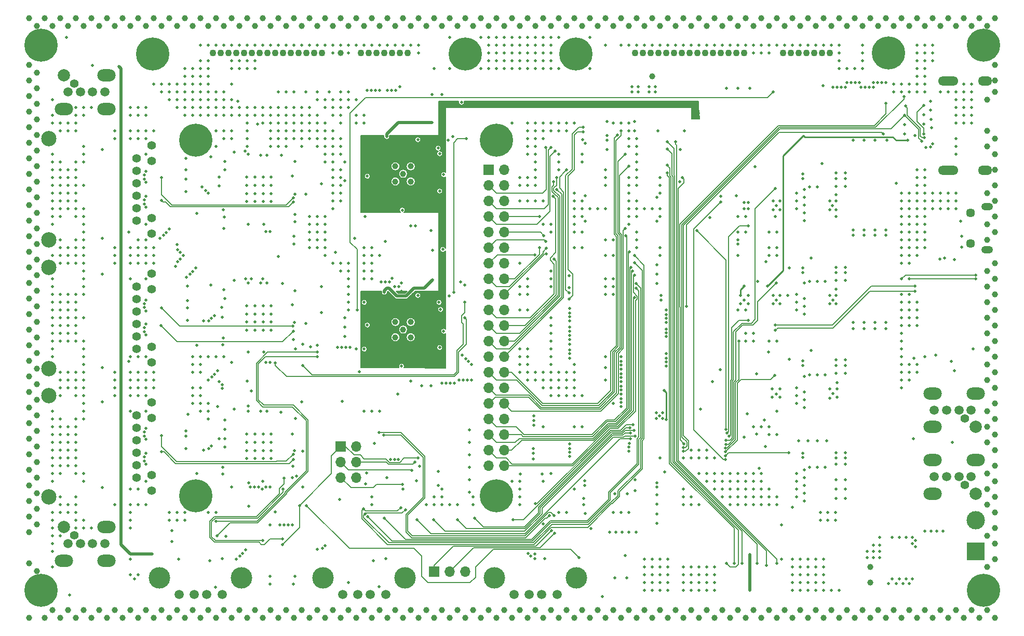
<source format=gbr>
%TF.GenerationSoftware,KiCad,Pcbnew,(5.1.5)-3*%
%TF.CreationDate,2020-11-13T11:58:21+01:00*%
%TF.ProjectId,RpiSecLab,52706953-6563-44c6-9162-2e6b69636164,rev?*%
%TF.SameCoordinates,Original*%
%TF.FileFunction,Copper,L4,Inr*%
%TF.FilePolarity,Positive*%
%FSLAX46Y46*%
G04 Gerber Fmt 4.6, Leading zero omitted, Abs format (unit mm)*
G04 Created by KiCad (PCBNEW (5.1.5)-3) date 2020-11-13 11:58:21*
%MOMM*%
%LPD*%
G04 APERTURE LIST*
%ADD10C,1.100000*%
%ADD11C,0.800000*%
%ADD12C,5.400000*%
%ADD13C,0.500000*%
%ADD14C,1.000000*%
%ADD15R,1.700000X1.700000*%
%ADD16O,1.700000X1.700000*%
%ADD17O,2.300000X1.500000*%
%ADD18O,3.300000X1.500000*%
%ADD19C,1.450000*%
%ADD20O,1.900000X1.200000*%
%ADD21C,1.400000*%
%ADD22C,2.500000*%
%ADD23C,1.500000*%
%ADD24C,2.000000*%
%ADD25O,3.000000X2.000000*%
%ADD26C,3.500000*%
%ADD27R,3.000000X3.000000*%
%ADD28C,3.000000*%
%ADD29C,0.150000*%
%ADD30C,0.500000*%
%ADD31C,0.250000*%
%ADD32C,0.140000*%
G04 APERTURE END LIST*
D10*
X87122000Y-55880000D03*
X85852000Y-55880000D03*
X84582000Y-55880000D03*
X83312000Y-55880000D03*
X82042000Y-55880000D03*
X80772000Y-55880000D03*
X79502000Y-55880000D03*
X73152000Y-55880000D03*
X71882000Y-55880000D03*
X70612000Y-55880000D03*
X69342000Y-55880000D03*
X68072000Y-55880000D03*
X66802000Y-55880000D03*
X65532000Y-55880000D03*
X64262000Y-55880000D03*
X62992000Y-55880000D03*
X61722000Y-55880000D03*
X60452000Y-55880000D03*
X59182000Y-55880000D03*
X57912000Y-55880000D03*
X56642000Y-55880000D03*
X55372000Y-55880000D03*
D11*
X166931891Y-54448109D03*
X165500000Y-53855000D03*
X164068109Y-54448109D03*
X163475000Y-55880000D03*
X164068109Y-57311891D03*
X165500000Y-57905000D03*
X166931891Y-57311891D03*
X167525000Y-55880000D03*
D12*
X165500000Y-55880000D03*
D11*
X115931891Y-54568109D03*
X114500000Y-53975000D03*
X113068109Y-54568109D03*
X112475000Y-56000000D03*
X113068109Y-57431891D03*
X114500000Y-58025000D03*
X115931891Y-57431891D03*
X116525000Y-56000000D03*
D12*
X114500000Y-56000000D03*
D11*
X97931891Y-54568109D03*
X96500000Y-53975000D03*
X95068109Y-54568109D03*
X94475000Y-56000000D03*
X95068109Y-57431891D03*
X96500000Y-58025000D03*
X97931891Y-57431891D03*
X98525000Y-56000000D03*
D12*
X96500000Y-56000000D03*
D11*
X46931891Y-54568109D03*
X45500000Y-53975000D03*
X44068109Y-54568109D03*
X43475000Y-56000000D03*
X44068109Y-57431891D03*
X45500000Y-58025000D03*
X46931891Y-57431891D03*
X47525000Y-56000000D03*
D12*
X45500000Y-56000000D03*
D13*
X64860000Y-76110000D03*
X64860000Y-77440000D03*
X64860000Y-78770000D03*
X64860000Y-80100000D03*
X63530000Y-76110000D03*
X63530000Y-77440000D03*
X63530000Y-78770000D03*
X63530000Y-80100000D03*
X62200000Y-76110000D03*
X62200000Y-77440000D03*
X62200000Y-78770000D03*
X62200000Y-80100000D03*
X60870000Y-76110000D03*
X60870000Y-77440000D03*
X60870000Y-78770000D03*
X60870000Y-80100000D03*
D12*
X27320000Y-54610000D03*
D11*
X29345000Y-54610000D03*
X28751891Y-56041891D03*
X27320000Y-56635000D03*
X25888109Y-56041891D03*
X25295000Y-54610000D03*
X25888109Y-53178109D03*
X27320000Y-52585000D03*
X28751891Y-53178109D03*
D12*
X27320000Y-143510000D03*
D11*
X29345000Y-143510000D03*
X28751891Y-144941891D03*
X27320000Y-145535000D03*
X25888109Y-144941891D03*
X25295000Y-143510000D03*
X25888109Y-142078109D03*
X27320000Y-141485000D03*
X28751891Y-142078109D03*
X182391891Y-53178109D03*
X180960000Y-52585000D03*
X179528109Y-53178109D03*
X178935000Y-54610000D03*
X179528109Y-56041891D03*
X180960000Y-56635000D03*
X182391891Y-56041891D03*
X182985000Y-54610000D03*
D12*
X180960000Y-54610000D03*
X180960000Y-143510000D03*
D11*
X182985000Y-143510000D03*
X182391891Y-144941891D03*
X180960000Y-145535000D03*
X179528109Y-144941891D03*
X178935000Y-143510000D03*
X179528109Y-142078109D03*
X180960000Y-141485000D03*
X182391891Y-142078109D03*
X103031891Y-68628109D03*
X101600000Y-68035000D03*
X100168109Y-68628109D03*
X99575000Y-70060000D03*
X100168109Y-71491891D03*
X101600000Y-72085000D03*
X103031891Y-71491891D03*
X103625000Y-70060000D03*
D12*
X101600000Y-70060000D03*
D11*
X103031891Y-126628109D03*
X101600000Y-126035000D03*
X100168109Y-126628109D03*
X99575000Y-128060000D03*
X100168109Y-129491891D03*
X101600000Y-130085000D03*
X103031891Y-129491891D03*
X103625000Y-128060000D03*
D12*
X101600000Y-128060000D03*
X52600000Y-128060000D03*
D11*
X54625000Y-128060000D03*
X54031891Y-129491891D03*
X52600000Y-130085000D03*
X51168109Y-129491891D03*
X50575000Y-128060000D03*
X51168109Y-126628109D03*
X52600000Y-126035000D03*
X54031891Y-126628109D03*
X54031891Y-68628109D03*
X52600000Y-68035000D03*
X51168109Y-68628109D03*
X50575000Y-70060000D03*
X51168109Y-71491891D03*
X52600000Y-72085000D03*
X54031891Y-71491891D03*
X54625000Y-70060000D03*
D12*
X52600000Y-70060000D03*
D13*
X60870000Y-122010000D03*
X60870000Y-120680000D03*
X60870000Y-119350000D03*
X60870000Y-118020000D03*
X62200000Y-122010000D03*
X62200000Y-120680000D03*
X62200000Y-119350000D03*
X62200000Y-118020000D03*
X63530000Y-122010000D03*
X63530000Y-120680000D03*
X63530000Y-119350000D03*
X63530000Y-118020000D03*
X64860000Y-122010000D03*
X64860000Y-120680000D03*
X64860000Y-119350000D03*
X64860000Y-118020000D03*
X60870000Y-101055000D03*
X60870000Y-99725000D03*
X60870000Y-98395000D03*
X60870000Y-97065000D03*
X62200000Y-101055000D03*
X62200000Y-99725000D03*
X62200000Y-98395000D03*
X62200000Y-97065000D03*
X63530000Y-101055000D03*
X63530000Y-99725000D03*
X63530000Y-98395000D03*
X63530000Y-97065000D03*
X64860000Y-101055000D03*
X64860000Y-99725000D03*
X64860000Y-98395000D03*
X64860000Y-97065000D03*
D14*
X86360000Y-75565000D03*
X87610000Y-76815000D03*
X85110000Y-76815000D03*
X87610000Y-74315000D03*
X85110000Y-74315000D03*
X85110000Y-99715000D03*
X87610000Y-99715000D03*
X85110000Y-102215000D03*
X87610000Y-102215000D03*
X86360000Y-100965000D03*
D15*
X100330000Y-74930000D03*
D16*
X102870000Y-74930000D03*
X100330000Y-77470000D03*
X102870000Y-77470000D03*
X100330000Y-80010000D03*
X102870000Y-80010000D03*
X100330000Y-82550000D03*
X102870000Y-82550000D03*
X100330000Y-85090000D03*
X102870000Y-85090000D03*
X100330000Y-87630000D03*
X102870000Y-87630000D03*
X100330000Y-90170000D03*
X102870000Y-90170000D03*
X100330000Y-92710000D03*
X102870000Y-92710000D03*
X100330000Y-95250000D03*
X102870000Y-95250000D03*
X100330000Y-97790000D03*
X102870000Y-97790000D03*
X100330000Y-100330000D03*
X102870000Y-100330000D03*
X100330000Y-102870000D03*
X102870000Y-102870000D03*
X100330000Y-105410000D03*
X102870000Y-105410000D03*
X100330000Y-107950000D03*
X102870000Y-107950000D03*
X100330000Y-110490000D03*
X102870000Y-110490000D03*
X100330000Y-113030000D03*
X102870000Y-113030000D03*
X100330000Y-115570000D03*
X102870000Y-115570000D03*
X100330000Y-118110000D03*
X102870000Y-118110000D03*
X100330000Y-120650000D03*
X102870000Y-120650000D03*
X100330000Y-123190000D03*
X102870000Y-123190000D03*
D17*
X181220000Y-60452000D03*
X181220000Y-74952000D03*
D18*
X175260000Y-60452000D03*
X175260000Y-74952000D03*
D19*
X178877500Y-86915000D03*
X178877500Y-81915000D03*
D20*
X181577500Y-87915000D03*
X181577500Y-80915000D03*
D15*
X76200000Y-120015000D03*
D16*
X78740000Y-120015000D03*
X76200000Y-122555000D03*
X78740000Y-122555000D03*
X76200000Y-125095000D03*
X78740000Y-125095000D03*
D15*
X91440000Y-140462000D03*
D16*
X93980000Y-140462000D03*
X96520000Y-140462000D03*
D21*
X45380000Y-70875000D03*
X45380000Y-73415000D03*
X45380000Y-85335000D03*
X45380000Y-82795000D03*
X42930000Y-83180000D03*
X42930000Y-81150000D03*
X42930000Y-79120000D03*
X42930000Y-73030000D03*
X42930000Y-75060000D03*
X42930000Y-77090000D03*
D22*
X28570000Y-86355000D03*
X28570000Y-69855000D03*
X28570000Y-111765000D03*
X28570000Y-128265000D03*
D21*
X42930000Y-119000000D03*
X42930000Y-116970000D03*
X42930000Y-114940000D03*
X42930000Y-121030000D03*
X42930000Y-123060000D03*
X42930000Y-125090000D03*
X45380000Y-124705000D03*
X45380000Y-127245000D03*
X45380000Y-115325000D03*
X45380000Y-112785000D03*
D22*
X28570000Y-90810000D03*
X28570000Y-107310000D03*
D21*
X42930000Y-98045000D03*
X42930000Y-96015000D03*
X42930000Y-93985000D03*
X42930000Y-100075000D03*
X42930000Y-102105000D03*
X42930000Y-104135000D03*
X45380000Y-103750000D03*
X45380000Y-106290000D03*
X45380000Y-94370000D03*
X45380000Y-91830000D03*
D23*
X31750000Y-135890000D03*
X33750000Y-135890000D03*
X35750000Y-135890000D03*
X37750000Y-135890000D03*
D21*
X32750000Y-134530000D03*
D24*
X31020000Y-133170000D03*
D25*
X31020000Y-138610000D03*
X38020000Y-133170000D03*
X38020000Y-138610000D03*
X38020000Y-64950000D03*
X38020000Y-59510000D03*
X31020000Y-64950000D03*
D24*
X31020000Y-59510000D03*
D21*
X32750000Y-60870000D03*
D23*
X37750000Y-62230000D03*
X35750000Y-62230000D03*
X33750000Y-62230000D03*
X31750000Y-62230000D03*
D25*
X172720000Y-122248000D03*
X172720000Y-127688000D03*
X179720000Y-122248000D03*
D24*
X179720000Y-127688000D03*
D21*
X177990000Y-126328000D03*
D23*
X172990000Y-124968000D03*
X174990000Y-124968000D03*
X176990000Y-124968000D03*
X178990000Y-124968000D03*
X178990000Y-114120000D03*
X176990000Y-114120000D03*
X174990000Y-114120000D03*
X172990000Y-114120000D03*
D21*
X177990000Y-115480000D03*
D24*
X179720000Y-116840000D03*
D25*
X179720000Y-111400000D03*
X172720000Y-116840000D03*
X172720000Y-111400000D03*
D10*
X124206000Y-55880000D03*
X125476000Y-55880000D03*
X126746000Y-55880000D03*
X128016000Y-55880000D03*
X129286000Y-55880000D03*
X130556000Y-55880000D03*
X131826000Y-55880000D03*
X133096000Y-55880000D03*
X134366000Y-55880000D03*
X135636000Y-55880000D03*
X136906000Y-55880000D03*
X138176000Y-55880000D03*
X139446000Y-55880000D03*
X140716000Y-55880000D03*
X141986000Y-55880000D03*
X148336000Y-55880000D03*
X149606000Y-55880000D03*
X150876000Y-55880000D03*
X152146000Y-55880000D03*
X153416000Y-55880000D03*
X154686000Y-55880000D03*
X155956000Y-55880000D03*
D26*
X60040000Y-141435000D03*
X46640000Y-141435000D03*
D23*
X49840000Y-144145000D03*
X52340000Y-144145000D03*
X54340000Y-144145000D03*
X56840000Y-144145000D03*
X83510000Y-144145000D03*
X81010000Y-144145000D03*
X79010000Y-144145000D03*
X76510000Y-144145000D03*
D26*
X73310000Y-141435000D03*
X86710000Y-141435000D03*
X114650000Y-141435000D03*
X101250000Y-141435000D03*
D23*
X104450000Y-144145000D03*
X106950000Y-144145000D03*
X108950000Y-144145000D03*
X111450000Y-144145000D03*
D27*
X179705000Y-137160000D03*
D28*
X179705000Y-132080000D03*
D13*
X156972000Y-125476000D03*
X158496000Y-125476000D03*
X156972000Y-127000000D03*
X158496000Y-127000000D03*
X156972000Y-128524000D03*
X158496000Y-128524000D03*
X165100000Y-99822000D03*
X163322000Y-99822000D03*
X161544000Y-99822000D03*
X159766000Y-99822000D03*
X159766000Y-100838000D03*
X161544000Y-100838000D03*
X163322000Y-100838000D03*
X165100000Y-100838000D03*
X159766000Y-84709000D03*
X161544000Y-84709000D03*
X163322000Y-84709000D03*
X165100000Y-84709000D03*
X165100000Y-85598000D03*
X163322000Y-85598000D03*
X161544000Y-85598000D03*
X159766000Y-85598000D03*
X163322000Y-70104000D03*
X161544000Y-70104000D03*
X159766000Y-70104000D03*
X120015000Y-133985000D03*
X121031000Y-133985000D03*
X122047000Y-133985000D03*
X123190000Y-133985000D03*
X124333000Y-133985000D03*
X127762000Y-131064000D03*
X127762000Y-132588000D03*
X145415000Y-120015000D03*
X120904000Y-141478000D03*
X64643000Y-142494000D03*
X48641000Y-133731000D03*
X116965834Y-133432998D03*
X116059617Y-130918617D03*
X94615000Y-94869000D03*
X96647000Y-69850000D03*
X49784000Y-138430000D03*
X154686000Y-73914000D03*
X152908000Y-89281000D03*
X152908000Y-104394000D03*
X169672000Y-105664000D03*
X166751000Y-77089000D03*
X123190000Y-130810000D03*
X121920000Y-130810000D03*
X120650000Y-130810000D03*
X86106000Y-93345000D03*
X80518000Y-61976000D03*
X82550000Y-61976000D03*
X83820000Y-61976000D03*
X85852000Y-61341000D03*
X121920000Y-107442000D03*
X121920000Y-105410000D03*
X121920000Y-109474000D03*
X121920000Y-111506000D03*
X121920000Y-113538000D03*
X119380000Y-107188000D03*
X119380000Y-109220000D03*
X119380000Y-105410000D03*
X129286000Y-106934000D03*
X129286000Y-104902000D03*
X113538000Y-105664000D03*
X113538000Y-103378000D03*
X129286000Y-102108000D03*
X129286000Y-99822000D03*
X113538000Y-102616000D03*
X113538000Y-100584000D03*
X129286000Y-97790000D03*
X113538000Y-99568000D03*
X113538000Y-97536000D03*
X156464000Y-61468000D03*
X158496000Y-61468000D03*
X158750000Y-60706000D03*
X160782000Y-60706000D03*
X161036000Y-61468000D03*
X163068000Y-61468000D03*
X163068000Y-60706000D03*
X165100000Y-60706000D03*
X84582000Y-92583000D03*
X82804000Y-93218000D03*
X94742000Y-109728000D03*
X92710000Y-109728000D03*
X95504000Y-109220000D03*
X97536000Y-109220000D03*
X97536000Y-106680000D03*
X96012000Y-105156000D03*
X77724000Y-103886000D03*
X75692000Y-103886000D03*
X54610000Y-109220000D03*
X56134000Y-107696000D03*
X56388000Y-109474000D03*
X52578000Y-90932000D03*
X51054000Y-92456000D03*
X49276000Y-90678000D03*
X50546000Y-88900000D03*
X49530000Y-87122000D03*
X46736000Y-86106000D03*
X48260000Y-84582000D03*
X53848000Y-120650000D03*
X56388000Y-118745000D03*
X61468000Y-126619000D03*
X63373000Y-127000000D03*
X66294000Y-132842000D03*
X68326000Y-132842000D03*
X59182000Y-138430000D03*
X60706000Y-136906000D03*
X72390000Y-136779000D03*
X107823000Y-137541000D03*
X107823000Y-138303000D03*
X113538000Y-121666000D03*
X113538000Y-119634000D03*
X55626000Y-98679000D03*
X53848000Y-99568000D03*
X172343580Y-63725989D03*
X172403652Y-65165991D03*
X172410348Y-66665991D03*
X172553173Y-68073375D03*
X168148000Y-69088000D03*
X176276000Y-89535000D03*
X177419000Y-87503000D03*
X177292000Y-83312000D03*
X158496000Y-122936000D03*
X156972000Y-122936000D03*
X158496000Y-108077000D03*
X156972000Y-108077000D03*
X158496000Y-92964000D03*
X156972000Y-92964000D03*
X156972000Y-77597000D03*
X158496000Y-77597000D03*
X52705000Y-82042000D03*
X73025000Y-77216000D03*
X73025000Y-98171000D03*
X69977000Y-126619000D03*
X53594000Y-77724000D03*
X88519000Y-125603000D03*
X92075000Y-124079000D03*
X97155000Y-117348000D03*
X97155000Y-119380000D03*
X97155000Y-121412000D03*
X97155000Y-123444000D03*
X97155000Y-125476000D03*
X97155000Y-127508000D03*
X44450000Y-117094000D03*
X44450000Y-118872000D03*
X44450000Y-121158000D03*
X44450000Y-122936000D03*
X44450000Y-100076000D03*
X44450000Y-101854000D03*
X44450000Y-97917000D03*
X44450000Y-96139000D03*
X44450000Y-81026000D03*
X44450000Y-79248000D03*
X44450000Y-76962000D03*
X44450000Y-75184000D03*
X79248000Y-107823000D03*
X76835000Y-100584000D03*
X138176000Y-79248000D03*
D14*
X127000000Y-59690000D03*
D13*
X80137000Y-82550000D03*
X149098000Y-95377000D03*
X124206000Y-125476000D03*
X124206000Y-127254000D03*
X144018000Y-108204000D03*
X145288000Y-115697000D03*
X144399000Y-123571000D03*
X136398000Y-82677000D03*
X136779000Y-109474000D03*
X122809000Y-141478000D03*
X109474000Y-138303000D03*
X81534000Y-138684000D03*
X83566000Y-138303000D03*
X68453000Y-142494000D03*
X54864000Y-138684000D03*
X56896000Y-138303000D03*
X32004000Y-144272000D03*
X48641000Y-135509000D03*
X31496000Y-53340000D03*
X35687000Y-57912000D03*
X113411000Y-94107000D03*
X92075000Y-71374000D03*
X93726000Y-70104000D03*
X92202000Y-96520000D03*
X93853000Y-95504000D03*
X95758000Y-93218000D03*
X96393000Y-93726000D03*
X124079000Y-68580000D03*
X132207000Y-68580000D03*
X131572000Y-71628000D03*
X61087000Y-113411000D03*
X56134000Y-113538000D03*
X109204510Y-132652445D03*
X144214010Y-93091000D03*
X138106990Y-107461465D03*
X95885000Y-63881000D03*
X94488000Y-69469000D03*
X175895000Y-119380000D03*
X169545000Y-118745000D03*
X60579000Y-71882000D03*
X54991000Y-72771000D03*
X60706000Y-92710000D03*
X54991000Y-93726000D03*
X69850000Y-112776000D03*
X172329807Y-71130965D03*
X42545000Y-141605000D03*
D14*
X76200000Y-55880000D03*
D13*
X83693000Y-125095000D03*
X52705000Y-103505000D03*
X52705000Y-124460000D03*
X151765000Y-93345000D03*
X151765000Y-95885000D03*
X151765000Y-97155000D03*
X151765000Y-98425000D03*
X155194000Y-93091000D03*
X153924000Y-93091000D03*
X152654000Y-93091000D03*
X150495000Y-97790000D03*
X150495000Y-96520000D03*
X150495000Y-95250000D03*
X151765000Y-78105000D03*
X151765000Y-79375000D03*
X151765000Y-80645000D03*
X151765000Y-81915000D03*
X151765000Y-83185000D03*
X150495000Y-81280000D03*
X150495000Y-80010000D03*
X150495000Y-78740000D03*
X152654000Y-77724000D03*
X153924000Y-77724000D03*
X151765000Y-108585000D03*
X151765000Y-111125000D03*
X151765000Y-112395000D03*
X151765000Y-113665000D03*
X150495000Y-113030000D03*
X150495000Y-111760000D03*
X150495000Y-110490000D03*
X152654000Y-108331000D03*
X153924000Y-108331000D03*
X155194000Y-108331000D03*
X151765000Y-123825000D03*
X151765000Y-125095000D03*
X151765000Y-126365000D03*
X151765000Y-127635000D03*
X151765000Y-128905000D03*
X150495000Y-128270000D03*
X150495000Y-127000000D03*
X150495000Y-125730000D03*
X150495000Y-124460000D03*
X152654000Y-123444000D03*
X153924000Y-123444000D03*
X155194000Y-123444000D03*
X41910000Y-64770000D03*
X43180000Y-64770000D03*
X44450000Y-64770000D03*
X44450000Y-66040000D03*
X43180000Y-66040000D03*
X41910000Y-66040000D03*
X39370000Y-68580000D03*
X41910000Y-68580000D03*
X43180000Y-68580000D03*
X44450000Y-68580000D03*
X45720000Y-68580000D03*
X44450000Y-69850000D03*
X43180000Y-69850000D03*
X41910000Y-69850000D03*
X39370000Y-69850000D03*
X44450000Y-72390000D03*
X44450000Y-83820000D03*
X44450000Y-86360000D03*
X43180000Y-86360000D03*
X39370000Y-87630000D03*
X41910000Y-87630000D03*
X43180000Y-87630000D03*
X44450000Y-87630000D03*
X45720000Y-87630000D03*
X39370000Y-88900000D03*
X41910000Y-88900000D03*
X43180000Y-88900000D03*
X44450000Y-88900000D03*
X45720000Y-88900000D03*
X45720000Y-90170000D03*
X44450000Y-90170000D03*
X43180000Y-90170000D03*
X41910000Y-90170000D03*
X39370000Y-90170000D03*
X44450000Y-92710000D03*
X41910000Y-92710000D03*
X39370000Y-107950000D03*
X41910000Y-107950000D03*
X43180000Y-107950000D03*
X44450000Y-107950000D03*
X45720000Y-107950000D03*
X43180000Y-105410000D03*
X41910000Y-105410000D03*
X44450000Y-105410000D03*
X45720000Y-109220000D03*
X44450000Y-109220000D03*
X43180000Y-109220000D03*
X41910000Y-109220000D03*
X39370000Y-109220000D03*
X39370000Y-110490000D03*
X41910000Y-110490000D03*
X43180000Y-110490000D03*
X44450000Y-110490000D03*
X45720000Y-110490000D03*
X44450000Y-111760000D03*
X43180000Y-111760000D03*
X41910000Y-111760000D03*
X39370000Y-111760000D03*
X44450000Y-114300000D03*
X41910000Y-114300000D03*
X44450000Y-125730000D03*
X44450000Y-129540000D03*
X43180000Y-129540000D03*
X41910000Y-129540000D03*
X39370000Y-129540000D03*
X43180000Y-127000000D03*
X41910000Y-130810000D03*
X41910000Y-132080000D03*
X41910000Y-133350000D03*
X41910000Y-138430000D03*
X43180000Y-140970000D03*
X41910000Y-140970000D03*
X46990000Y-62230000D03*
X48260000Y-62230000D03*
X49530000Y-62230000D03*
X50800000Y-62230000D03*
X52070000Y-62230000D03*
X53340000Y-62230000D03*
X54610000Y-62230000D03*
X55880000Y-62230000D03*
X57150000Y-62230000D03*
X57150000Y-63500000D03*
X55880000Y-63500000D03*
X54610000Y-63500000D03*
X53340000Y-63500000D03*
X52070000Y-63500000D03*
X50800000Y-63500000D03*
X49530000Y-63500000D03*
X48260000Y-63500000D03*
X49530000Y-64770000D03*
X50800000Y-64770000D03*
X52070000Y-64770000D03*
X53340000Y-64770000D03*
X54610000Y-64770000D03*
X55880000Y-64770000D03*
X57150000Y-64770000D03*
X57150000Y-66040000D03*
X55880000Y-66040000D03*
X54610000Y-66040000D03*
X53340000Y-66040000D03*
X52070000Y-66040000D03*
X50800000Y-66040000D03*
X57150000Y-68580000D03*
X58420000Y-68580000D03*
X58420000Y-69850000D03*
X57150000Y-69850000D03*
X55880000Y-68580000D03*
X55880000Y-71120000D03*
X52070000Y-105410000D03*
X53340000Y-105410000D03*
X54610000Y-105410000D03*
X55880000Y-105410000D03*
X57150000Y-105410000D03*
X52070000Y-106680000D03*
X53340000Y-106680000D03*
X53340000Y-107950000D03*
X52070000Y-107950000D03*
X52070000Y-110490000D03*
X53340000Y-110490000D03*
X53340000Y-111760000D03*
X52070000Y-111760000D03*
X52070000Y-113030000D03*
X53340000Y-113030000D03*
X54610000Y-113030000D03*
X54610000Y-114300000D03*
X53340000Y-114300000D03*
X54610000Y-115570000D03*
X50800000Y-132080000D03*
X49530000Y-132080000D03*
X48260000Y-132080000D03*
X48260000Y-130810000D03*
X49530000Y-130810000D03*
X50800000Y-130810000D03*
X54610000Y-130810000D03*
X55880000Y-130810000D03*
X59690000Y-64770000D03*
X59690000Y-66040000D03*
X60960000Y-64770000D03*
X62230000Y-64770000D03*
X63500000Y-64770000D03*
X64770000Y-64770000D03*
X66040000Y-64770000D03*
X67310000Y-64770000D03*
X68580000Y-64770000D03*
X69850000Y-64770000D03*
X71120000Y-64770000D03*
X71120000Y-66040000D03*
X69850000Y-66040000D03*
X68580000Y-66040000D03*
X67310000Y-66040000D03*
X66040000Y-66040000D03*
X64770000Y-66040000D03*
X63500000Y-66040000D03*
X62230000Y-66040000D03*
X60960000Y-66040000D03*
X60960000Y-67310000D03*
X63500000Y-67310000D03*
X64770000Y-67310000D03*
X66040000Y-67310000D03*
X67310000Y-67310000D03*
X68580000Y-67310000D03*
X69850000Y-67310000D03*
X71120000Y-67310000D03*
X72390000Y-67310000D03*
X72390000Y-66040000D03*
X73660000Y-67310000D03*
X74930000Y-68580000D03*
X73660000Y-68580000D03*
X72390000Y-68580000D03*
X71120000Y-68580000D03*
X69850000Y-68580000D03*
X68580000Y-68580000D03*
X67310000Y-68580000D03*
X66040000Y-68580000D03*
X64770000Y-68580000D03*
X64770000Y-69850000D03*
X66040000Y-69850000D03*
X67310000Y-69850000D03*
X68580000Y-69850000D03*
X69850000Y-69850000D03*
X71120000Y-69850000D03*
X72390000Y-69850000D03*
X73660000Y-69850000D03*
X74930000Y-69850000D03*
X76200000Y-69850000D03*
X76200000Y-71120000D03*
X74930000Y-71120000D03*
X73660000Y-71120000D03*
X72390000Y-71120000D03*
X73660000Y-72390000D03*
X73660000Y-73660000D03*
X74930000Y-73660000D03*
X74930000Y-72390000D03*
X76200000Y-72390000D03*
X69850000Y-71120000D03*
X67310000Y-71120000D03*
X66040000Y-71120000D03*
X64770000Y-71120000D03*
X60960000Y-71120000D03*
X60960000Y-69850000D03*
X60960000Y-68580000D03*
X67310000Y-62230000D03*
X68580000Y-62230000D03*
X76200000Y-62230000D03*
X77470000Y-62230000D03*
X77470000Y-63500000D03*
X76200000Y-63500000D03*
X74930000Y-63500000D03*
X73660000Y-63500000D03*
X72390000Y-63500000D03*
X73660000Y-64770000D03*
X74930000Y-64770000D03*
X76200000Y-64770000D03*
X77470000Y-64770000D03*
X76200000Y-66040000D03*
X76200000Y-67310000D03*
X74930000Y-66040000D03*
X74930000Y-74930000D03*
X74930000Y-76200000D03*
X74930000Y-77470000D03*
X76200000Y-77470000D03*
X76200000Y-76200000D03*
X76200000Y-74930000D03*
X74930000Y-78740000D03*
X76200000Y-78740000D03*
X76200000Y-80010000D03*
X74930000Y-80010000D03*
X74930000Y-81280000D03*
X73660000Y-82550000D03*
X72390000Y-82550000D03*
X71120000Y-82550000D03*
X71120000Y-83820000D03*
X72390000Y-83820000D03*
X73660000Y-83820000D03*
X73660000Y-85090000D03*
X73660000Y-86360000D03*
X73660000Y-87630000D03*
X71120000Y-87630000D03*
X71120000Y-86360000D03*
X71120000Y-85090000D03*
X72390000Y-85090000D03*
X72390000Y-86360000D03*
X72390000Y-87630000D03*
X74930000Y-90170000D03*
X73660000Y-88900000D03*
X76200000Y-91440000D03*
X77470000Y-92710000D03*
X77470000Y-91440000D03*
X77470000Y-90170000D03*
X76200000Y-90170000D03*
X80010000Y-90170000D03*
X80010000Y-91440000D03*
X80010000Y-92710000D03*
X81280000Y-92710000D03*
X81280000Y-91440000D03*
X81280000Y-90170000D03*
X80010000Y-88900000D03*
X81280000Y-88900000D03*
X82550000Y-88900000D03*
X81280000Y-87630000D03*
X80010000Y-87630000D03*
X77470000Y-93980000D03*
X77470000Y-95250000D03*
X77470000Y-96520000D03*
X77470000Y-97790000D03*
X80010000Y-96520000D03*
X80010000Y-104140000D03*
X78740000Y-104140000D03*
X81280000Y-114300000D03*
X80010000Y-114300000D03*
X82550000Y-114300000D03*
X81280000Y-128270000D03*
X81280000Y-129540000D03*
X86360000Y-127000000D03*
X77470000Y-142240000D03*
X50800000Y-60960000D03*
X52070000Y-60960000D03*
X53340000Y-60960000D03*
X54610000Y-60960000D03*
X54610000Y-59690000D03*
X53340000Y-59690000D03*
X52070000Y-59690000D03*
X50800000Y-59690000D03*
X49530000Y-60960000D03*
X48260000Y-60960000D03*
X46990000Y-60960000D03*
X45720000Y-60960000D03*
X50800000Y-58420000D03*
X52070000Y-58420000D03*
X53340000Y-58420000D03*
X54610000Y-58420000D03*
X54610000Y-57150000D03*
X53340000Y-57150000D03*
X53340000Y-54610000D03*
X54610000Y-54610000D03*
X55880000Y-54610000D03*
X57150000Y-54610000D03*
X58420000Y-54610000D03*
X59690000Y-54610000D03*
X60960000Y-54610000D03*
X62230000Y-54610000D03*
X63500000Y-54610000D03*
X64770000Y-54610000D03*
X66040000Y-54610000D03*
X67310000Y-54610000D03*
X68580000Y-54610000D03*
X69850000Y-54610000D03*
X71120000Y-54610000D03*
X72390000Y-54610000D03*
X58420000Y-57150000D03*
X59690000Y-57150000D03*
X60960000Y-57150000D03*
X62230000Y-57150000D03*
X58420000Y-58420000D03*
X59690000Y-58420000D03*
X60960000Y-58420000D03*
X62230000Y-58420000D03*
X58420000Y-60960000D03*
X58420000Y-63500000D03*
X58420000Y-64770000D03*
X58420000Y-66040000D03*
X66040000Y-62230000D03*
X73660000Y-54610000D03*
X74930000Y-54610000D03*
X76200000Y-54610000D03*
X77470000Y-54610000D03*
X77470000Y-55880000D03*
X74930000Y-55880000D03*
X78740000Y-54610000D03*
X80010000Y-54610000D03*
X81280000Y-54610000D03*
X82550000Y-54610000D03*
X83820000Y-54610000D03*
X85090000Y-54610000D03*
X86360000Y-54610000D03*
X87630000Y-54610000D03*
X88900000Y-54610000D03*
X88900000Y-55880000D03*
X78740000Y-63500000D03*
X78740000Y-66040000D03*
X80010000Y-66040000D03*
X80010000Y-67310000D03*
X78740000Y-67310000D03*
X119380000Y-54610000D03*
X121920000Y-54610000D03*
X123190000Y-54610000D03*
X124460000Y-54610000D03*
X125730000Y-54610000D03*
X127000000Y-54610000D03*
X128270000Y-54610000D03*
X129540000Y-54610000D03*
X130810000Y-54610000D03*
X132080000Y-54610000D03*
X133350000Y-54610000D03*
X134620000Y-54610000D03*
X135890000Y-54610000D03*
X137160000Y-54610000D03*
X138430000Y-54610000D03*
X139700000Y-54610000D03*
X140970000Y-54610000D03*
X142240000Y-54610000D03*
X143510000Y-54610000D03*
X143510000Y-55880000D03*
X144780000Y-55880000D03*
X146050000Y-55880000D03*
X146050000Y-54610000D03*
X144780000Y-54610000D03*
X147320000Y-54610000D03*
X148590000Y-54610000D03*
X149860000Y-54610000D03*
X151130000Y-54610000D03*
X152400000Y-54610000D03*
X153670000Y-54610000D03*
X154940000Y-54610000D03*
X156210000Y-54610000D03*
X157480000Y-54610000D03*
X157480000Y-55880000D03*
X157480000Y-57150000D03*
X161290000Y-54610000D03*
X161290000Y-55880000D03*
X161290000Y-57150000D03*
X161290000Y-58420000D03*
X160020000Y-58420000D03*
X158750000Y-58420000D03*
X157480000Y-58420000D03*
X170180000Y-54610000D03*
X171450000Y-54610000D03*
X172720000Y-54610000D03*
X172720000Y-57150000D03*
X171450000Y-57150000D03*
X171450000Y-55880000D03*
X172720000Y-55880000D03*
X170180000Y-55880000D03*
X170180000Y-57150000D03*
X170180000Y-58420000D03*
X170180000Y-59690000D03*
X170180000Y-60960000D03*
X171450000Y-60960000D03*
X171450000Y-59690000D03*
X171450000Y-58420000D03*
X168910000Y-60960000D03*
X167640000Y-60960000D03*
X166370000Y-60960000D03*
X167640000Y-62230000D03*
X168910000Y-62230000D03*
X170180000Y-62230000D03*
X171450000Y-62230000D03*
X166370000Y-62230000D03*
X171450000Y-76200000D03*
X171450000Y-74930000D03*
X170180000Y-74930000D03*
X170180000Y-76200000D03*
X170180000Y-77470000D03*
X171450000Y-77470000D03*
X171450000Y-80010000D03*
X170180000Y-80010000D03*
X168910000Y-80010000D03*
X167640000Y-80010000D03*
X167640000Y-81280000D03*
X168910000Y-81280000D03*
X170180000Y-81280000D03*
X171450000Y-81280000D03*
X171450000Y-82550000D03*
X170180000Y-82550000D03*
X168910000Y-82550000D03*
X167640000Y-82550000D03*
X167640000Y-83820000D03*
X168910000Y-83820000D03*
X170180000Y-83820000D03*
X171450000Y-83820000D03*
X171450000Y-85090000D03*
X170180000Y-85090000D03*
X168910000Y-85090000D03*
X167640000Y-85090000D03*
X167640000Y-86360000D03*
X168910000Y-86360000D03*
X170180000Y-86360000D03*
X171450000Y-86360000D03*
X171450000Y-87630000D03*
X170180000Y-87630000D03*
X168910000Y-87630000D03*
X167640000Y-87630000D03*
X167640000Y-88900000D03*
X168910000Y-88900000D03*
X170180000Y-88900000D03*
X168910000Y-90170000D03*
X167640000Y-90170000D03*
X172720000Y-80010000D03*
X172720000Y-81280000D03*
X173990000Y-81280000D03*
X173990000Y-80010000D03*
X175260000Y-80010000D03*
X175260000Y-81280000D03*
X176530000Y-81280000D03*
X176530000Y-80010000D03*
X176530000Y-78740000D03*
X175260000Y-78740000D03*
X173990000Y-78740000D03*
X172720000Y-78740000D03*
X171450000Y-78740000D03*
X170180000Y-78740000D03*
X168910000Y-78740000D03*
X167640000Y-78740000D03*
X167640000Y-95250000D03*
X168910000Y-95250000D03*
X168910000Y-96520000D03*
X167640000Y-96520000D03*
X167640000Y-97790000D03*
X168910000Y-97790000D03*
X170180000Y-97790000D03*
X170180000Y-96520000D03*
X170180000Y-99060000D03*
X170180000Y-100330000D03*
X168910000Y-100330000D03*
X168910000Y-99060000D03*
X167640000Y-99060000D03*
X167640000Y-100330000D03*
X167640000Y-101600000D03*
X167640000Y-102870000D03*
X167640000Y-104140000D03*
X167640000Y-105410000D03*
X167640000Y-106680000D03*
X167640000Y-107950000D03*
X167640000Y-109220000D03*
X167640000Y-110490000D03*
X168910000Y-109220000D03*
X168910000Y-107950000D03*
X168910000Y-106680000D03*
X170180000Y-106680000D03*
X170180000Y-107950000D03*
X171450000Y-105410000D03*
X134620000Y-124460000D03*
X135890000Y-125730000D03*
X137160000Y-127000000D03*
X138430000Y-128270000D03*
X139700000Y-129540000D03*
X140970000Y-129540000D03*
X142240000Y-129540000D03*
X143510000Y-129540000D03*
X144780000Y-129540000D03*
X146050000Y-129540000D03*
X147320000Y-129540000D03*
X147320000Y-128270000D03*
X146050000Y-128270000D03*
X144780000Y-128270000D03*
X143510000Y-128270000D03*
X142240000Y-128270000D03*
X140970000Y-128270000D03*
X139700000Y-128270000D03*
X138430000Y-127000000D03*
X139700000Y-127000000D03*
X140970000Y-127000000D03*
X142240000Y-127000000D03*
X143510000Y-127000000D03*
X144780000Y-127000000D03*
X146050000Y-127000000D03*
X144780000Y-125730000D03*
X143510000Y-125730000D03*
X142240000Y-125730000D03*
X140970000Y-125730000D03*
X139700000Y-125730000D03*
X138430000Y-125730000D03*
X137160000Y-125730000D03*
X135890000Y-124460000D03*
X137160000Y-124460000D03*
X138430000Y-124460000D03*
X139700000Y-124460000D03*
X140970000Y-124460000D03*
X142240000Y-124460000D03*
X143510000Y-124460000D03*
X144780000Y-124460000D03*
X137160000Y-121920000D03*
X135890000Y-121920000D03*
X134620000Y-121920000D03*
X133350000Y-121920000D03*
X132080000Y-121920000D03*
X133350000Y-120650000D03*
X134620000Y-120650000D03*
X135890000Y-120650000D03*
X133350000Y-128270000D03*
X132080000Y-128270000D03*
X132080000Y-129540000D03*
X133350000Y-129540000D03*
X132080000Y-127000000D03*
X134620000Y-129540000D03*
X132080000Y-139700000D03*
X133350000Y-139700000D03*
X134620000Y-139700000D03*
X134620000Y-140970000D03*
X132080000Y-140970000D03*
X133350000Y-140970000D03*
X132080000Y-142240000D03*
X133350000Y-142240000D03*
X134620000Y-142240000D03*
X135890000Y-142240000D03*
X135890000Y-140970000D03*
X137160000Y-140970000D03*
X137160000Y-142240000D03*
X137160000Y-139700000D03*
X135890000Y-139700000D03*
X137160000Y-143510000D03*
X135890000Y-143510000D03*
X134620000Y-143510000D03*
X133350000Y-143510000D03*
X132080000Y-143510000D03*
X129540000Y-138430000D03*
X128270000Y-138430000D03*
X127000000Y-138430000D03*
X125730000Y-138430000D03*
X125730000Y-139700000D03*
X127000000Y-139700000D03*
X128270000Y-139700000D03*
X129540000Y-139700000D03*
X129540000Y-140970000D03*
X129540000Y-142240000D03*
X128270000Y-142240000D03*
X128270000Y-140970000D03*
X127000000Y-140970000D03*
X127000000Y-142240000D03*
X125730000Y-142240000D03*
X125730000Y-140970000D03*
X125730000Y-143510000D03*
X127000000Y-143510000D03*
X128270000Y-143510000D03*
X129540000Y-143510000D03*
X110490000Y-124460000D03*
X109220000Y-125730000D03*
X114300000Y-127000000D03*
X113030000Y-130810000D03*
X111760000Y-130810000D03*
X105410000Y-129540000D03*
X105410000Y-128270000D03*
X105410000Y-127000000D03*
X105410000Y-125730000D03*
X104140000Y-125730000D03*
X97790000Y-128270000D03*
X97790000Y-129540000D03*
X95250000Y-129540000D03*
X93980000Y-129540000D03*
X92710000Y-129540000D03*
X91440000Y-129540000D03*
X90170000Y-129540000D03*
X91440000Y-128270000D03*
X92710000Y-128270000D03*
X92710000Y-127000000D03*
X114300000Y-111760000D03*
X114300000Y-110490000D03*
X114300000Y-109220000D03*
X114300000Y-107950000D03*
X114300000Y-106680000D03*
X113030000Y-107950000D03*
X113030000Y-109220000D03*
X113030000Y-110490000D03*
X113030000Y-111760000D03*
X111760000Y-111760000D03*
X111760000Y-110490000D03*
X111760000Y-109220000D03*
X111760000Y-107950000D03*
X110490000Y-107950000D03*
X110490000Y-109220000D03*
X110490000Y-110490000D03*
X110490000Y-111760000D03*
X109220000Y-110490000D03*
X109220000Y-109220000D03*
X109220000Y-107950000D03*
X107950000Y-107950000D03*
X107950000Y-109220000D03*
X106680000Y-109220000D03*
X106680000Y-107950000D03*
X105410000Y-107950000D03*
X105410000Y-106680000D03*
X105410000Y-105410000D03*
X105410000Y-104140000D03*
X106680000Y-104140000D03*
X106680000Y-105410000D03*
X106680000Y-106680000D03*
X110490000Y-106680000D03*
X110490000Y-105410000D03*
X110490000Y-104140000D03*
X110490000Y-102870000D03*
X110490000Y-101600000D03*
X110490000Y-100330000D03*
X110490000Y-99060000D03*
X110490000Y-93980000D03*
X110490000Y-92710000D03*
X110490000Y-91440000D03*
X106680000Y-93980000D03*
X106680000Y-95250000D03*
X106680000Y-97790000D03*
X105410000Y-97790000D03*
X105410000Y-95250000D03*
X105410000Y-93980000D03*
X106680000Y-92710000D03*
X105410000Y-90170000D03*
X110490000Y-83820000D03*
X110490000Y-85090000D03*
X109220000Y-83820000D03*
X114300000Y-83820000D03*
X114300000Y-85090000D03*
X115570000Y-85090000D03*
X114300000Y-87630000D03*
X115570000Y-87630000D03*
X114300000Y-82550000D03*
X115570000Y-82550000D03*
X114300000Y-81280000D03*
X115570000Y-81280000D03*
X116840000Y-81280000D03*
X118110000Y-81280000D03*
X119380000Y-81280000D03*
X114300000Y-80010000D03*
X115570000Y-80010000D03*
X114300000Y-78740000D03*
X119380000Y-77470000D03*
X119380000Y-76200000D03*
X119380000Y-74930000D03*
X109220000Y-80010000D03*
X107950000Y-80010000D03*
X106680000Y-80010000D03*
X105410000Y-80010000D03*
X105410000Y-77470000D03*
X106680000Y-77470000D03*
X107950000Y-77470000D03*
X107950000Y-76200000D03*
X106680000Y-76200000D03*
X105410000Y-76200000D03*
X107950000Y-74930000D03*
X107950000Y-73660000D03*
X107950000Y-72390000D03*
X107950000Y-71120000D03*
X106680000Y-71120000D03*
X106680000Y-72390000D03*
X106680000Y-69850000D03*
X107950000Y-69850000D03*
X109220000Y-69850000D03*
X106680000Y-68580000D03*
X107950000Y-68580000D03*
X109220000Y-68580000D03*
X110490000Y-68580000D03*
X111760000Y-68580000D03*
X113030000Y-68580000D03*
X113030000Y-67310000D03*
X111760000Y-67310000D03*
X110490000Y-67310000D03*
X109220000Y-67310000D03*
X107950000Y-67310000D03*
X106680000Y-67310000D03*
X104140000Y-67310000D03*
X114300000Y-67310000D03*
X120650000Y-67310000D03*
X121920000Y-67310000D03*
X123190000Y-67310000D03*
X123190000Y-68580000D03*
X123190000Y-69850000D03*
X124460000Y-69850000D03*
X124460000Y-71120000D03*
X123190000Y-71120000D03*
X124460000Y-72390000D03*
X124460000Y-73660000D03*
X124460000Y-74930000D03*
X124460000Y-76200000D03*
X123190000Y-76200000D03*
X123190000Y-77470000D03*
X124460000Y-77470000D03*
X123190000Y-78740000D03*
X123190000Y-80010000D03*
X124460000Y-80010000D03*
X125730000Y-81280000D03*
X127000000Y-81280000D03*
X128270000Y-81280000D03*
X128270000Y-78740000D03*
X128270000Y-77470000D03*
X128270000Y-76200000D03*
X123190000Y-81280000D03*
X124460000Y-81280000D03*
X123190000Y-82550000D03*
X124460000Y-82550000D03*
X128270000Y-82550000D03*
X123190000Y-83820000D03*
X124460000Y-85090000D03*
X124460000Y-86360000D03*
X124460000Y-87630000D03*
X119380000Y-86360000D03*
X120650000Y-86360000D03*
X119380000Y-88900000D03*
X120650000Y-88900000D03*
X119380000Y-92710000D03*
X120650000Y-92710000D03*
X120650000Y-93980000D03*
X120650000Y-95250000D03*
X119380000Y-95250000D03*
X119380000Y-93980000D03*
X128270000Y-88900000D03*
X128270000Y-87630000D03*
X120650000Y-113030000D03*
X115570000Y-111760000D03*
X109220000Y-116840000D03*
X114300000Y-116840000D03*
X115570000Y-116840000D03*
X149860000Y-139700000D03*
X151130000Y-139700000D03*
X152400000Y-139700000D03*
X153670000Y-139700000D03*
X154940000Y-139700000D03*
X154940000Y-140970000D03*
X153670000Y-140970000D03*
X152400000Y-140970000D03*
X151130000Y-140970000D03*
X149860000Y-140970000D03*
X149860000Y-142240000D03*
X151130000Y-142240000D03*
X152400000Y-142240000D03*
X153670000Y-142240000D03*
X153670000Y-143510000D03*
X152400000Y-143510000D03*
X151130000Y-143510000D03*
X149860000Y-143510000D03*
X154940000Y-143510000D03*
X154940000Y-142240000D03*
X156210000Y-143510000D03*
X157480000Y-143510000D03*
X91440000Y-58420000D03*
X176530000Y-69850000D03*
X176530000Y-71120000D03*
X176530000Y-72390000D03*
X140970000Y-82550000D03*
X142240000Y-82550000D03*
X142240000Y-85090000D03*
X140970000Y-85090000D03*
X140970000Y-88900000D03*
X146050000Y-88900000D03*
X146050000Y-87630000D03*
X146050000Y-85090000D03*
X147320000Y-85090000D03*
X147320000Y-87630000D03*
X147320000Y-88900000D03*
X147320000Y-102870000D03*
X146050000Y-102870000D03*
X143510000Y-102870000D03*
X142240000Y-102870000D03*
X142240000Y-101600000D03*
X143510000Y-101600000D03*
X140970000Y-97790000D03*
X142240000Y-97790000D03*
X147320000Y-114300000D03*
X146050000Y-116840000D03*
X144780000Y-116840000D03*
X143510000Y-116840000D03*
X146050000Y-118110000D03*
X147320000Y-118110000D03*
X154940000Y-138430000D03*
X153670000Y-138430000D03*
X152400000Y-138430000D03*
X151130000Y-138430000D03*
X149860000Y-138430000D03*
X111760000Y-72390000D03*
X111760000Y-73660000D03*
X111760000Y-74930000D03*
X115570000Y-72390000D03*
X115570000Y-73660000D03*
X61595000Y-92710000D03*
X63500000Y-92710000D03*
X72390000Y-103505000D03*
X73025000Y-93980000D03*
X68580000Y-86995000D03*
X68580000Y-85725000D03*
X115824000Y-129540000D03*
X115824000Y-128524000D03*
X68326000Y-75946000D03*
X68707000Y-73533000D03*
X63119000Y-72517000D03*
X61087000Y-72390000D03*
X68707000Y-82169000D03*
X68326000Y-96901000D03*
X68707000Y-94615000D03*
X66675000Y-93472000D03*
X63119000Y-93345000D03*
X61087000Y-93345000D03*
X63119000Y-114300000D03*
X61214000Y-129794000D03*
X60960000Y-109347000D03*
X61087000Y-114300000D03*
X66421000Y-114427000D03*
X68834000Y-115443000D03*
X68326000Y-117983000D03*
X65532000Y-130683000D03*
X76454000Y-112649000D03*
X85471000Y-111506000D03*
X86106000Y-106934000D03*
X80518000Y-100203000D03*
X88773000Y-95377000D03*
X89408000Y-110109000D03*
X90932000Y-110109000D03*
X87630000Y-109347000D03*
X76835000Y-99060000D03*
X76835000Y-102108000D03*
X88773000Y-69977000D03*
X86235010Y-81460454D03*
X90932000Y-84836000D03*
X88392000Y-84074000D03*
X87630000Y-84074000D03*
X80518000Y-75946000D03*
X76835000Y-73660000D03*
X76835000Y-76708000D03*
X78486000Y-86106000D03*
X75311000Y-88392000D03*
X83439000Y-86614000D03*
X127635000Y-114554000D03*
X128651000Y-114554000D03*
X128651000Y-115443000D03*
X127635000Y-115443000D03*
X128143000Y-115062000D03*
X127762000Y-127889000D03*
X127762000Y-129413000D03*
X59436000Y-63754000D03*
X124714000Y-61341000D03*
X124714000Y-62230000D03*
X123698000Y-62230000D03*
X123698000Y-61341000D03*
X126492000Y-61341000D03*
X127508000Y-61341000D03*
X127508000Y-62230000D03*
X126492000Y-62230000D03*
X154813016Y-61214000D03*
X116078000Y-79121000D03*
X127762000Y-79375000D03*
X116078000Y-83312000D03*
X127762000Y-83312000D03*
X113411000Y-92202000D03*
X119634000Y-71628000D03*
X119634000Y-70104000D03*
X119634000Y-69342000D03*
X119634000Y-67056000D03*
X124079000Y-67056000D03*
X142875000Y-137668000D03*
X92710000Y-62611000D03*
X91059000Y-62611000D03*
X62611000Y-67437000D03*
X92837000Y-87884000D03*
X91186000Y-88011000D03*
X66548477Y-72532010D03*
X61595000Y-110998000D03*
X68355457Y-123258102D03*
X68453000Y-102616000D03*
X142875000Y-61595000D03*
X140970000Y-61595000D03*
X139065000Y-61595000D03*
X74295000Y-62230000D03*
X72390000Y-62230000D03*
X70485000Y-62230000D03*
X66040000Y-89027000D03*
X142875000Y-143510000D03*
X37338000Y-71628000D03*
X37338000Y-86106000D03*
X37338000Y-91948000D03*
X37338000Y-107188000D03*
X37338000Y-112776000D03*
X37338000Y-126746000D03*
X141351000Y-95377000D03*
X141351000Y-96774000D03*
X142621000Y-96774000D03*
X142621000Y-95377000D03*
X141986000Y-96139000D03*
X127762000Y-126619000D03*
X127762000Y-125984000D03*
X115951000Y-125603000D03*
X115951000Y-126365000D03*
X141986000Y-93853000D03*
X145796000Y-93853000D03*
X168656000Y-70104000D03*
X120904000Y-127762000D03*
X122936000Y-127762000D03*
X128905000Y-110871000D03*
X129279885Y-115618810D03*
X129032000Y-124150010D03*
X127889000Y-68580000D03*
D14*
X25400000Y-50165000D03*
X27940000Y-50165000D03*
X33020000Y-50165000D03*
X26670000Y-51435000D03*
X34290000Y-51435000D03*
X35560000Y-50165000D03*
X36830000Y-51435000D03*
X38100000Y-50165000D03*
X39370000Y-51435000D03*
X40640000Y-50165000D03*
X41910000Y-51435000D03*
X43180000Y-50165000D03*
X44450000Y-51435000D03*
X45720000Y-50165000D03*
X46990000Y-51435000D03*
X48260000Y-50165000D03*
X49530000Y-51435000D03*
X50800000Y-50165000D03*
X52070000Y-51435000D03*
X53340000Y-50165000D03*
X54610000Y-51435000D03*
X55880000Y-50165000D03*
X57150000Y-51435000D03*
X58420000Y-50165000D03*
X59690000Y-51435000D03*
X60960000Y-50165000D03*
X62230000Y-51435000D03*
X63500000Y-50165000D03*
X64770000Y-51435000D03*
X66040000Y-50165000D03*
X67310000Y-51435000D03*
X68580000Y-50165000D03*
X69850000Y-51435000D03*
X71120000Y-50165000D03*
X72390000Y-51435000D03*
X73660000Y-50165000D03*
X74930000Y-51435000D03*
X76200000Y-50165000D03*
X77470000Y-51435000D03*
X78740000Y-50165000D03*
X80010000Y-51435000D03*
X81280000Y-50165000D03*
X82550000Y-51435000D03*
X83820000Y-50165000D03*
X85090000Y-51435000D03*
X86360000Y-50165000D03*
X87630000Y-51435000D03*
X88900000Y-50165000D03*
X90170000Y-51435000D03*
X91440000Y-50165000D03*
X92710000Y-51435000D03*
X93980000Y-50165000D03*
X95250000Y-51435000D03*
X96520000Y-50165000D03*
X97790000Y-51435000D03*
X99060000Y-50165000D03*
X100330000Y-51435000D03*
X101600000Y-50165000D03*
X102870000Y-51435000D03*
X104140000Y-50165000D03*
X105410000Y-51435000D03*
X106680000Y-50165000D03*
X107950000Y-51435000D03*
X109220000Y-50165000D03*
X110490000Y-51435000D03*
X111760000Y-50165000D03*
X113030000Y-51435000D03*
X114300000Y-50165000D03*
X115570000Y-51435000D03*
X116840000Y-50165000D03*
X118110000Y-51435000D03*
X119380000Y-50165000D03*
X120650000Y-51435000D03*
X121920000Y-50165000D03*
X123190000Y-51435000D03*
X124460000Y-50165000D03*
X125730000Y-51435000D03*
X127000000Y-50165000D03*
X128270000Y-51435000D03*
X129540000Y-50165000D03*
X130810000Y-51435000D03*
X132080000Y-50165000D03*
X133350000Y-51435000D03*
X134620000Y-50165000D03*
X135890000Y-51435000D03*
X137160000Y-50165000D03*
X138430000Y-51435000D03*
X139700000Y-50165000D03*
X140970000Y-51435000D03*
X142240000Y-50165000D03*
X143510000Y-51435000D03*
X144780000Y-50165000D03*
X146050000Y-51435000D03*
X147320000Y-50165000D03*
X148590000Y-51435000D03*
X149860000Y-50165000D03*
X151130000Y-51435000D03*
X152400000Y-50165000D03*
X153670000Y-51435000D03*
X154940000Y-50165000D03*
X156210000Y-51435000D03*
X157480000Y-50165000D03*
X158750000Y-51435000D03*
X160020000Y-50165000D03*
X161290000Y-51435000D03*
X162560000Y-50165000D03*
X163830000Y-51435000D03*
X165100000Y-50165000D03*
X166370000Y-51435000D03*
X167640000Y-50165000D03*
X168910000Y-51435000D03*
X170180000Y-50165000D03*
X171450000Y-51435000D03*
X172720000Y-50165000D03*
X173990000Y-51435000D03*
X175260000Y-50165000D03*
X180340000Y-50165000D03*
X181610000Y-51435000D03*
X182880000Y-50165000D03*
X182880000Y-57785000D03*
X182880000Y-60325000D03*
X182880000Y-62230000D03*
X181610000Y-63500000D03*
X181610000Y-68580000D03*
X182880000Y-69850000D03*
X181610000Y-71120000D03*
X182880000Y-72390000D03*
X182880000Y-74930000D03*
X182880000Y-77470000D03*
X181610000Y-78740000D03*
X182880000Y-80010000D03*
X182880000Y-82550000D03*
X181610000Y-83820000D03*
X182880000Y-85090000D03*
X182880000Y-90170000D03*
X181610000Y-91440000D03*
X182880000Y-92710000D03*
X181610000Y-93980000D03*
X182880000Y-95250000D03*
X181610000Y-96520000D03*
X182880000Y-97790000D03*
X181610000Y-99060000D03*
X182880000Y-100330000D03*
X181610000Y-101600000D03*
X182880000Y-102870000D03*
X181610000Y-104140000D03*
X182880000Y-105410000D03*
X181610000Y-106680000D03*
X182880000Y-107950000D03*
X181610000Y-109220000D03*
X182880000Y-110490000D03*
X182880000Y-113030000D03*
X181610000Y-114300000D03*
X182880000Y-115570000D03*
X181610000Y-116840000D03*
X182880000Y-118110000D03*
X181610000Y-119380000D03*
X182880000Y-120650000D03*
X182880000Y-123190000D03*
X181610000Y-124460000D03*
X182880000Y-125730000D03*
X181610000Y-127000000D03*
X182880000Y-128270000D03*
X181610000Y-129540000D03*
X182880000Y-130810000D03*
X182880000Y-133350000D03*
X181610000Y-134620000D03*
X182880000Y-135890000D03*
X182880000Y-138430000D03*
X181610000Y-139700000D03*
X181610000Y-86360000D03*
X182880000Y-147955000D03*
X181610000Y-146685000D03*
X180340000Y-147955000D03*
X175260000Y-147955000D03*
X173990000Y-146685000D03*
X172720000Y-147955000D03*
X171450000Y-146685000D03*
X170180000Y-147955000D03*
X168910000Y-146685000D03*
X167640000Y-147955000D03*
X166370000Y-146685000D03*
X165100000Y-147955000D03*
X163830000Y-146685000D03*
X162560000Y-147955000D03*
X161290000Y-146685000D03*
X160020000Y-147955000D03*
X158750000Y-146685000D03*
X157480000Y-147955000D03*
X156210000Y-146685000D03*
X154940000Y-147955000D03*
X153670000Y-146685000D03*
X152400000Y-147955000D03*
X151130000Y-146685000D03*
X149860000Y-147955000D03*
X148590000Y-146685000D03*
X147320000Y-147955000D03*
X146050000Y-146685000D03*
X144780000Y-147955000D03*
X143510000Y-146685000D03*
X142240000Y-147955000D03*
X140970000Y-146685000D03*
X139700000Y-147955000D03*
X138430000Y-146685000D03*
X137160000Y-147955000D03*
X135890000Y-146685000D03*
X134620000Y-147955000D03*
X133350000Y-146685000D03*
X132080000Y-147955000D03*
X130810000Y-146685000D03*
X129540000Y-147955000D03*
X128270000Y-146685000D03*
X127000000Y-147955000D03*
X125730000Y-146685000D03*
X124460000Y-147955000D03*
X123190000Y-146685000D03*
X121920000Y-147955000D03*
X120650000Y-146685000D03*
X119380000Y-147955000D03*
X118110000Y-146685000D03*
X116840000Y-147955000D03*
X115570000Y-146685000D03*
X114300000Y-147955000D03*
X113030000Y-146685000D03*
X111760000Y-147955000D03*
X110490000Y-146685000D03*
X109220000Y-147955000D03*
X107950000Y-146685000D03*
X106680000Y-147955000D03*
X105410000Y-146685000D03*
X104140000Y-147955000D03*
X102870000Y-146685000D03*
X101600000Y-147955000D03*
X100330000Y-146685000D03*
X99060000Y-147955000D03*
X97790000Y-146685000D03*
X96520000Y-147955000D03*
X95250000Y-146685000D03*
X93980000Y-147955000D03*
X92710000Y-146685000D03*
X91440000Y-147955000D03*
X90170000Y-146685000D03*
X88900000Y-147955000D03*
X87630000Y-146685000D03*
X86360000Y-147955000D03*
X85090000Y-146685000D03*
X83820000Y-147955000D03*
X82550000Y-146685000D03*
X81280000Y-147955000D03*
X80010000Y-146685000D03*
X78740000Y-147955000D03*
X77470000Y-146685000D03*
X76200000Y-147955000D03*
X74930000Y-146685000D03*
X73660000Y-147955000D03*
X72390000Y-146685000D03*
X71120000Y-147955000D03*
X69850000Y-146685000D03*
X68580000Y-147955000D03*
X67310000Y-146685000D03*
X66040000Y-147955000D03*
X64770000Y-146685000D03*
X63500000Y-147955000D03*
X62230000Y-146685000D03*
X60960000Y-147955000D03*
X59690000Y-146685000D03*
X58420000Y-147955000D03*
X57150000Y-146685000D03*
X55880000Y-147955000D03*
X54610000Y-146685000D03*
X53340000Y-147955000D03*
X52070000Y-146685000D03*
X50800000Y-147955000D03*
X49530000Y-146685000D03*
X48260000Y-147955000D03*
X46990000Y-146685000D03*
X45720000Y-147955000D03*
X44450000Y-146685000D03*
X43180000Y-147955000D03*
X41910000Y-146685000D03*
X40640000Y-147955000D03*
X39370000Y-146685000D03*
X38100000Y-147955000D03*
X36830000Y-146685000D03*
X35560000Y-147955000D03*
X34290000Y-146685000D03*
X33020000Y-147955000D03*
X27940000Y-147955000D03*
X29210000Y-146685000D03*
X25400000Y-147955000D03*
X25400000Y-57785000D03*
X26670000Y-59055000D03*
X25400000Y-60325000D03*
X26670000Y-61595000D03*
X25400000Y-62865000D03*
X26670000Y-64135000D03*
X25400000Y-65405000D03*
X26670000Y-66675000D03*
X25400000Y-67945000D03*
X26670000Y-69215000D03*
X25400000Y-70485000D03*
X26670000Y-71755000D03*
X25400000Y-73025000D03*
X26670000Y-74295000D03*
X25400000Y-75565000D03*
X26670000Y-76835000D03*
X25400000Y-78105000D03*
X26670000Y-79375000D03*
X25400000Y-80645000D03*
X26670000Y-81915000D03*
X25400000Y-83185000D03*
X26670000Y-84455000D03*
X25400000Y-85725000D03*
X26670000Y-86995000D03*
X25400000Y-88265000D03*
X26670000Y-89535000D03*
X25400000Y-90805000D03*
X26670000Y-92075000D03*
X25400000Y-93345000D03*
X26670000Y-94615000D03*
X25400000Y-95885000D03*
X26670000Y-97155000D03*
X25400000Y-98425000D03*
X26670000Y-99695000D03*
X25400000Y-100965000D03*
X26670000Y-102235000D03*
X25400000Y-103505000D03*
X26670000Y-104775000D03*
X25400000Y-106045000D03*
X26670000Y-107315000D03*
X25400000Y-108585000D03*
X26670000Y-109855000D03*
X25400000Y-111125000D03*
X26670000Y-112395000D03*
X25400000Y-113665000D03*
X26670000Y-114935000D03*
X25400000Y-116205000D03*
X26670000Y-117475000D03*
X25400000Y-118745000D03*
X26670000Y-120015000D03*
X25400000Y-121285000D03*
X26670000Y-122555000D03*
X25400000Y-123825000D03*
X26670000Y-125095000D03*
X25400000Y-126365000D03*
X26670000Y-127635000D03*
X25400000Y-128905000D03*
X26670000Y-130175000D03*
X25400000Y-131445000D03*
X26670000Y-132715000D03*
X25400000Y-133985000D03*
X25400000Y-139065000D03*
X26670000Y-140335000D03*
D13*
X148082000Y-138430000D03*
X148082000Y-132842000D03*
X100330000Y-54610000D03*
X101600000Y-54610000D03*
X102870000Y-54610000D03*
X104140000Y-54610000D03*
X105410000Y-54610000D03*
X106680000Y-54610000D03*
X107950000Y-54610000D03*
X109220000Y-54610000D03*
X110490000Y-54610000D03*
X110490000Y-55880000D03*
X109220000Y-55880000D03*
X107950000Y-55880000D03*
X106680000Y-55880000D03*
X105410000Y-55880000D03*
X104140000Y-55880000D03*
X102870000Y-55880000D03*
X101600000Y-55880000D03*
X100330000Y-55880000D03*
X100330000Y-57150000D03*
X101600000Y-57150000D03*
X102870000Y-57150000D03*
X104140000Y-57150000D03*
X105410000Y-57150000D03*
X106680000Y-57150000D03*
X107950000Y-57150000D03*
X109220000Y-57150000D03*
X110490000Y-57150000D03*
X110490000Y-58420000D03*
X109220000Y-58420000D03*
X107950000Y-58420000D03*
X106680000Y-58420000D03*
X105410000Y-58420000D03*
X104140000Y-58420000D03*
X102870000Y-58420000D03*
X101600000Y-58420000D03*
X100330000Y-58420000D03*
X99060000Y-58420000D03*
X111760000Y-58420000D03*
X111760000Y-53340000D03*
X110490000Y-53340000D03*
X109220000Y-53340000D03*
X107950000Y-53340000D03*
X106680000Y-53340000D03*
X105410000Y-53340000D03*
X104140000Y-53340000D03*
X102870000Y-53340000D03*
X101600000Y-53340000D03*
X100330000Y-53340000D03*
X99060000Y-53340000D03*
X93980000Y-53340000D03*
X93980000Y-58420000D03*
X116840000Y-58420000D03*
X116840000Y-53340000D03*
X29210000Y-63500000D03*
X33020000Y-64770000D03*
X34290000Y-64770000D03*
X35560000Y-64770000D03*
X34290000Y-66040000D03*
X33020000Y-66040000D03*
X33020000Y-67310000D03*
X33020000Y-68580000D03*
X31750000Y-68580000D03*
X31750000Y-67310000D03*
X30480000Y-68580000D03*
X30480000Y-67310000D03*
X29210000Y-67310000D03*
X29210000Y-66040000D03*
X29210000Y-72390000D03*
X29210000Y-73660000D03*
X29210000Y-74930000D03*
X30480000Y-73660000D03*
X33020000Y-73660000D03*
X34290000Y-73660000D03*
X34290000Y-72390000D03*
X34290000Y-71120000D03*
X30480000Y-74930000D03*
X31750000Y-74930000D03*
X33020000Y-74930000D03*
X33020000Y-76200000D03*
X31750000Y-76200000D03*
X30480000Y-76200000D03*
X29210000Y-76200000D03*
X29210000Y-77470000D03*
X30480000Y-77470000D03*
X31750000Y-77470000D03*
X33020000Y-77470000D03*
X34290000Y-77470000D03*
X33020000Y-78740000D03*
X31750000Y-78740000D03*
X30480000Y-78740000D03*
X29210000Y-78740000D03*
X29210000Y-80010000D03*
X30480000Y-80010000D03*
X31750000Y-80010000D03*
X33020000Y-80010000D03*
X33020000Y-81280000D03*
X31750000Y-81280000D03*
X30480000Y-81280000D03*
X29210000Y-81280000D03*
X29210000Y-82550000D03*
X29210000Y-83820000D03*
X30480000Y-82550000D03*
X33020000Y-82550000D03*
X34290000Y-82550000D03*
X34290000Y-81280000D03*
X34290000Y-83820000D03*
X34290000Y-85090000D03*
X34290000Y-86360000D03*
X34290000Y-87630000D03*
X33020000Y-87630000D03*
X33020000Y-86360000D03*
X31750000Y-87630000D03*
X30480000Y-87630000D03*
X30480000Y-86360000D03*
X30480000Y-88900000D03*
X31750000Y-88900000D03*
X33020000Y-88900000D03*
X34290000Y-88900000D03*
X29210000Y-88900000D03*
X30480000Y-90170000D03*
X31750000Y-90170000D03*
X33020000Y-90170000D03*
X34290000Y-90170000D03*
X34290000Y-91440000D03*
X34290000Y-92710000D03*
X34290000Y-93980000D03*
X34290000Y-95250000D03*
X33020000Y-95250000D03*
X31750000Y-95250000D03*
X30480000Y-95250000D03*
X29210000Y-95250000D03*
X29210000Y-93980000D03*
X29210000Y-92710000D03*
X29210000Y-96520000D03*
X30480000Y-96520000D03*
X31750000Y-96520000D03*
X33020000Y-96520000D03*
X33020000Y-97790000D03*
X33020000Y-99060000D03*
X34290000Y-99060000D03*
X33020000Y-100330000D03*
X33020000Y-101600000D03*
X33020000Y-102870000D03*
X34290000Y-102870000D03*
X34290000Y-104140000D03*
X31750000Y-102870000D03*
X31750000Y-101600000D03*
X31750000Y-100330000D03*
X31750000Y-99060000D03*
X31750000Y-97790000D03*
X30480000Y-97790000D03*
X30480000Y-99060000D03*
X30480000Y-100330000D03*
X30480000Y-101600000D03*
X30480000Y-102870000D03*
X29210000Y-104140000D03*
X29210000Y-102870000D03*
X29210000Y-101600000D03*
X29210000Y-100330000D03*
X29210000Y-99060000D03*
X29210000Y-97790000D03*
X29210000Y-105410000D03*
X30480000Y-107950000D03*
X31750000Y-107950000D03*
X33020000Y-107950000D03*
X34290000Y-107950000D03*
X34290000Y-106680000D03*
X34290000Y-105410000D03*
X34290000Y-109220000D03*
X34290000Y-110490000D03*
X33020000Y-110490000D03*
X33020000Y-109220000D03*
X31750000Y-109220000D03*
X30480000Y-109220000D03*
X30480000Y-110490000D03*
X31750000Y-110490000D03*
X30480000Y-111760000D03*
X33020000Y-111760000D03*
X34290000Y-111760000D03*
X34290000Y-113030000D03*
X34290000Y-114300000D03*
X34290000Y-115570000D03*
X33020000Y-115570000D03*
X30480000Y-115570000D03*
X29210000Y-115570000D03*
X29210000Y-114300000D03*
X29210000Y-116840000D03*
X30480000Y-116840000D03*
X31750000Y-116840000D03*
X33020000Y-116840000D03*
X33020000Y-118110000D03*
X33020000Y-119380000D03*
X33020000Y-120650000D03*
X33020000Y-121920000D03*
X33020000Y-123190000D03*
X33020000Y-124460000D03*
X31750000Y-123190000D03*
X31750000Y-121920000D03*
X31750000Y-120650000D03*
X31750000Y-119380000D03*
X31750000Y-118110000D03*
X30480000Y-118110000D03*
X30480000Y-119380000D03*
X30480000Y-120650000D03*
X30480000Y-121920000D03*
X30480000Y-123190000D03*
X30480000Y-124460000D03*
X29210000Y-124460000D03*
X29210000Y-123190000D03*
X29210000Y-121920000D03*
X29210000Y-120650000D03*
X29210000Y-119380000D03*
X29210000Y-118110000D03*
X29210000Y-125730000D03*
X34290000Y-125730000D03*
X34290000Y-124460000D03*
X33020000Y-128270000D03*
X30480000Y-128270000D03*
X30480000Y-129540000D03*
X31750000Y-129540000D03*
X33020000Y-129540000D03*
X33020000Y-130810000D03*
X31750000Y-130810000D03*
X30480000Y-130810000D03*
X29210000Y-130810000D03*
X29210000Y-132080000D03*
X29210000Y-133350000D03*
X33020000Y-132080000D03*
X33020000Y-133350000D03*
X34290000Y-133350000D03*
X34290000Y-132080000D03*
X35560000Y-133350000D03*
X29210000Y-134620000D03*
X30480000Y-134620000D03*
X29210000Y-137160000D03*
X29210000Y-135890000D03*
X29210000Y-139700000D03*
X179070000Y-60960000D03*
X177800000Y-60960000D03*
X176530000Y-62230000D03*
X177800000Y-63500000D03*
X177800000Y-62230000D03*
X179070000Y-62230000D03*
X179070000Y-63500000D03*
X179070000Y-64770000D03*
X179070000Y-66040000D03*
X179070000Y-67310000D03*
X177800000Y-67310000D03*
X177800000Y-66040000D03*
X177800000Y-64770000D03*
X176530000Y-64770000D03*
X176530000Y-63500000D03*
X176530000Y-66040000D03*
X176530000Y-67310000D03*
X175260000Y-62230000D03*
X173990000Y-62230000D03*
D14*
X31750000Y-51435000D03*
X30480000Y-50165000D03*
X29210000Y-51435000D03*
X176530000Y-146685000D03*
X177800000Y-147955000D03*
X179070000Y-146685000D03*
X31750000Y-146685000D03*
X30480000Y-147955000D03*
X176530000Y-51435000D03*
X177800000Y-50165000D03*
X179070000Y-51435000D03*
D13*
X174625000Y-89281000D03*
X173873501Y-89433322D03*
X80264000Y-126111000D03*
X76047500Y-128625500D03*
X80388449Y-124330449D03*
X89045474Y-123251803D03*
X81661000Y-119507000D03*
X92075000Y-126365000D03*
X86233000Y-126238000D03*
X107569000Y-121158000D03*
X142621000Y-84074000D03*
X139159591Y-117856293D03*
X107569000Y-122047000D03*
X142621000Y-99441000D03*
X139534880Y-118356092D03*
X107696000Y-115062000D03*
X134874000Y-113919000D03*
X107696000Y-115824000D03*
X142494000Y-114681000D03*
X107696000Y-116586000D03*
X149860000Y-129921000D03*
X107569000Y-120396000D03*
X134239000Y-84836000D03*
X139007010Y-117195724D03*
X64135000Y-72517000D03*
X68707000Y-83381010D03*
X57022294Y-81406294D03*
X58801000Y-72009000D03*
X64643000Y-84963000D03*
X56388000Y-76120510D03*
X57277000Y-74930000D03*
X57277000Y-73533000D03*
X61087000Y-83820000D03*
X63627000Y-83820000D03*
X50927000Y-78486000D03*
X50927000Y-76454000D03*
X50927000Y-74930000D03*
X50927000Y-73025000D03*
X56378010Y-77485979D03*
X57214136Y-82614275D03*
X41656000Y-85090000D03*
X64135000Y-114300000D03*
X68326000Y-125095000D03*
X56953990Y-123444000D03*
X58801000Y-113919000D03*
X64643000Y-126619000D03*
X57277000Y-120142000D03*
X57277000Y-118745000D03*
X57277000Y-117221000D03*
X57277000Y-115697000D03*
X61214000Y-125984000D03*
X50927000Y-120396000D03*
X50927000Y-118364000D03*
X50927000Y-117475000D03*
X51308000Y-114808000D03*
X63500000Y-125730000D03*
X56977798Y-124529010D03*
X41910000Y-127000000D03*
X68834000Y-104140000D03*
X71247000Y-103759000D03*
X64135000Y-93345000D03*
X57023000Y-102362000D03*
X58801000Y-92964000D03*
X64643000Y-106299000D03*
X57277000Y-95885000D03*
X57150000Y-94488000D03*
X61087000Y-104648000D03*
X51181000Y-99441000D03*
X51181000Y-97409000D03*
X51181000Y-96266000D03*
X51181000Y-93853000D03*
X56876011Y-98944042D03*
X56759010Y-97329510D03*
X63622332Y-104643332D03*
X57006877Y-103447010D03*
X41656000Y-106172000D03*
X175768000Y-106172000D03*
X176276000Y-107696000D03*
X85148500Y-61976000D03*
X84523500Y-61976000D03*
X81846500Y-61976000D03*
X81221500Y-61976000D03*
X131445000Y-76835000D03*
X84074000Y-106553000D03*
X80518000Y-101854000D03*
X80518000Y-98171000D03*
X82042000Y-94996000D03*
X83927660Y-95088397D03*
X89916000Y-95123000D03*
X92456000Y-98552000D03*
X92456000Y-105283000D03*
X92456000Y-100689990D03*
X90551000Y-106172000D03*
X86106000Y-94742000D03*
X92329000Y-73787000D03*
X92329000Y-75289990D03*
X92456477Y-78996389D03*
X90043000Y-80899000D03*
X84074000Y-81407000D03*
X80518000Y-77343000D03*
X80772000Y-72644000D03*
X133604000Y-66421000D03*
X133604000Y-65659000D03*
X134493000Y-65659000D03*
X134493000Y-66421000D03*
X141986000Y-80264000D03*
X142621000Y-80264000D03*
X142621000Y-81280000D03*
X141986000Y-81280000D03*
X90043000Y-69977000D03*
X86907338Y-70067705D03*
X84388166Y-69492399D03*
X80391000Y-70231000D03*
X82928612Y-69468523D03*
X92964000Y-75692000D03*
X92329000Y-78359000D03*
X92329000Y-72263000D03*
X83693000Y-69469000D03*
X91059000Y-67183000D03*
X85656500Y-93980000D03*
X85031500Y-93980000D03*
X84132500Y-93218000D03*
X83507500Y-93218000D03*
X83320345Y-94856701D03*
X92329000Y-103886000D03*
X92964000Y-101219000D03*
X92456000Y-97663000D03*
X91186000Y-92837000D03*
X55753000Y-143002000D03*
X82423000Y-142875000D03*
X152400000Y-119126000D03*
X150876000Y-119126000D03*
X153924000Y-119126000D03*
X155448000Y-119126000D03*
X156845000Y-132080000D03*
X156845000Y-130810000D03*
X155575000Y-132080000D03*
X154432000Y-132080000D03*
X154432000Y-130810000D03*
X155575000Y-130810000D03*
X164084000Y-138176000D03*
X163068000Y-138176000D03*
X162052000Y-138176000D03*
X162052000Y-137160000D03*
X163068000Y-137160000D03*
X164084000Y-137160000D03*
X164084000Y-136144000D03*
X163068000Y-136144000D03*
X164084000Y-134874000D03*
X140716000Y-79121000D03*
X144000000Y-118000000D03*
X142000000Y-118500000D03*
X109000000Y-124500000D03*
X105500000Y-124500000D03*
D14*
X162560000Y-139700000D03*
X162560000Y-142240000D03*
D13*
X151511000Y-121158000D03*
X151511000Y-121793000D03*
X156972000Y-121031000D03*
X158496000Y-121031000D03*
X158496000Y-121920000D03*
X156972000Y-121920000D03*
X151511000Y-106045000D03*
X151511000Y-106807000D03*
X156972000Y-105918000D03*
X158496000Y-105918000D03*
X158496000Y-106807000D03*
X156972000Y-106807000D03*
X157099000Y-110617000D03*
X157099000Y-112014000D03*
X155956000Y-112141000D03*
X155956000Y-110617000D03*
X156464000Y-111379000D03*
X146558000Y-110617000D03*
X146558000Y-112014000D03*
X147828000Y-110617000D03*
X147828000Y-112014000D03*
X147193000Y-111506000D03*
X157099000Y-109601000D03*
X145923000Y-104648000D03*
X151511000Y-90932000D03*
X151511000Y-91694000D03*
X158496000Y-90805000D03*
X158496000Y-91694000D03*
X156972000Y-91694000D03*
X156972000Y-90805000D03*
X156972000Y-95377000D03*
X156972000Y-96774000D03*
X155956000Y-96774000D03*
X155956000Y-95377000D03*
X156464000Y-96139000D03*
X146685000Y-95377000D03*
X147828000Y-95377000D03*
X147828000Y-96774000D03*
X146685000Y-96774000D03*
X147193000Y-96139000D03*
X156972000Y-94361000D03*
X145491250Y-89839750D03*
X151511000Y-75565000D03*
X151511000Y-76327000D03*
X158496000Y-75438000D03*
X158496000Y-76327000D03*
X156972000Y-76327000D03*
X156972000Y-75438000D03*
X146685000Y-80010000D03*
X156972000Y-78994000D03*
X143764000Y-74422000D03*
X147066000Y-82550000D03*
X156972000Y-82550000D03*
X156972000Y-80010000D03*
X156972000Y-81407000D03*
X156337000Y-80772000D03*
X155956000Y-80010000D03*
X155956000Y-81407000D03*
X147828000Y-80010000D03*
X147828000Y-81407000D03*
X146685000Y-81407000D03*
X147193000Y-80772000D03*
X166116000Y-141605000D03*
X167259000Y-141605000D03*
X168402000Y-141605000D03*
X169418000Y-141605000D03*
X168910000Y-142367000D03*
X167894000Y-142367000D03*
X166751000Y-142367000D03*
X165481000Y-142367000D03*
X169418000Y-134874000D03*
X169926000Y-135382000D03*
X169418000Y-135890000D03*
X169926000Y-136398000D03*
X166116000Y-134874000D03*
X167259000Y-134874000D03*
X168402000Y-134874000D03*
X85979000Y-129978990D03*
X124079000Y-88900000D03*
X79883004Y-130175000D03*
X84305656Y-122151656D03*
X123444000Y-118745000D03*
X138176000Y-80137000D03*
X138938000Y-122174000D03*
X88646000Y-131958043D03*
X86732370Y-130310630D03*
X124079000Y-90043000D03*
X80169887Y-130996058D03*
X84952190Y-122141534D03*
X149225000Y-121031000D03*
X124224888Y-118294990D03*
X138938000Y-121538994D03*
X91342837Y-131958043D03*
X80606192Y-131443581D03*
X124359054Y-93472000D03*
X85598000Y-122174000D03*
X149352000Y-105791000D03*
X123389807Y-117844988D03*
X146939000Y-108458000D03*
X138937295Y-120903293D03*
X95250000Y-131958043D03*
X83312000Y-131699000D03*
X124359054Y-94234000D03*
X124012921Y-117394978D03*
X141097000Y-102870000D03*
X138940467Y-120263710D03*
X98027386Y-131699646D03*
X149352000Y-90932000D03*
X123356183Y-116944976D03*
X147193000Y-93345000D03*
X139009976Y-119642575D03*
X104270996Y-131958339D03*
X147066000Y-77978000D03*
X107962533Y-129367360D03*
X123892859Y-116494966D03*
X139017270Y-119017606D03*
X171580000Y-71244000D03*
X171268896Y-67464858D03*
X177419000Y-85725000D03*
X45466000Y-137541000D03*
X40005000Y-58039000D03*
X173228000Y-105156000D03*
X179324000Y-104140000D03*
X64643000Y-141224000D03*
X68707000Y-141224000D03*
X118872000Y-144526000D03*
X171450000Y-133858000D03*
X172466000Y-133858000D03*
X173355000Y-133858000D03*
X174371000Y-133858000D03*
X121920000Y-112834500D03*
X164396500Y-60706000D03*
X121920000Y-112209500D03*
X163771500Y-60706000D03*
X168275000Y-64516000D03*
X171330990Y-69630325D03*
X162364500Y-61468000D03*
X121920000Y-110802500D03*
X161739500Y-61468000D03*
X121920000Y-110177500D03*
X168148000Y-66040000D03*
X123191352Y-120744236D03*
X132083833Y-120810373D03*
X170942000Y-70231000D03*
X160078500Y-60706000D03*
X121920000Y-108770500D03*
X159453500Y-60706000D03*
X121920000Y-108145500D03*
X168148000Y-67564000D03*
X169799000Y-69342000D03*
X121920000Y-106738500D03*
X157792500Y-61468000D03*
X121920000Y-106113500D03*
X157167500Y-61468000D03*
X171274442Y-65934825D03*
X168021000Y-62992000D03*
X123184699Y-120119260D03*
X132055056Y-120186024D03*
X172731357Y-70652010D03*
X171242402Y-69011623D03*
X171291081Y-64404792D03*
X168910000Y-92710000D03*
X179705000Y-92710000D03*
X140970706Y-86359294D03*
X167640000Y-92710000D03*
X179705000Y-92075000D03*
X140970706Y-86995706D03*
X88265000Y-122555000D03*
X57440000Y-134711000D03*
X64643000Y-132842000D03*
X88773000Y-121920000D03*
X69469000Y-129667000D03*
X66675000Y-136017000D03*
X87801843Y-123916492D03*
X109601000Y-71247000D03*
X115680000Y-69960000D03*
X110487611Y-71246523D03*
X116026000Y-70560000D03*
X110236000Y-131318000D03*
X83185000Y-118179010D03*
X110577075Y-133749065D03*
X110998000Y-131318000D03*
X82423000Y-117729000D03*
X111050427Y-134157204D03*
X57150000Y-84455000D03*
X44196000Y-80449500D03*
X44196000Y-79824500D03*
X44196000Y-76385500D03*
X44196000Y-75760500D03*
X68707000Y-78867000D03*
X70485000Y-78867000D03*
X68453000Y-79502000D03*
X46990000Y-76200000D03*
X68466071Y-80172432D03*
X46990000Y-79883000D03*
X72390000Y-105410000D03*
X56007000Y-134620000D03*
X72390000Y-104648000D03*
X55884668Y-132211668D03*
X64008000Y-84963000D03*
X51595029Y-91914971D03*
X54643029Y-99534971D03*
X52036971Y-91473029D03*
X55084971Y-99093029D03*
X49563029Y-89882971D03*
X54643029Y-120362971D03*
X50004971Y-89441029D03*
X55084971Y-119921029D03*
X50004971Y-88358971D03*
X49563029Y-87917029D03*
X47277029Y-85564971D03*
X47718971Y-85123029D03*
X59723029Y-137888971D03*
X60164971Y-137447029D03*
X67622500Y-132842000D03*
X66997500Y-132842000D03*
X107154971Y-137888971D03*
X73185029Y-136618971D03*
X62171500Y-126617498D03*
X106713029Y-137447029D03*
X73626971Y-136177029D03*
X62796500Y-126617498D03*
X64008000Y-126619000D03*
X66814018Y-126977407D03*
X63500000Y-135382000D03*
X66929000Y-125222000D03*
X66675000Y-135128000D03*
X115062000Y-138176000D03*
X70612000Y-129667000D03*
X68964108Y-124826051D03*
X46990000Y-120904000D03*
X68453000Y-122174000D03*
X46990000Y-118237000D03*
X68453000Y-121285000D03*
X68687600Y-120705688D03*
X69977000Y-120777000D03*
X44196000Y-117670500D03*
X44196000Y-118295500D03*
X44196000Y-121734500D03*
X44196000Y-122359500D03*
X58420000Y-126619000D03*
X55592971Y-108237029D03*
X55151029Y-108678971D03*
X56896000Y-109923500D03*
X56896000Y-110548500D03*
X96832500Y-109220000D03*
X93413500Y-109728000D03*
X96207500Y-109220000D03*
X94038500Y-109728000D03*
X77020500Y-103886000D03*
X96553029Y-105697029D03*
X76395500Y-103886000D03*
X96994971Y-106138971D03*
X64008000Y-106299000D03*
X169799000Y-94742000D03*
X147066000Y-101092000D03*
X128397000Y-96139000D03*
X96393000Y-99060000D03*
X65532000Y-106426000D03*
X169799000Y-93853000D03*
X147066000Y-100203000D03*
X128397000Y-95377000D03*
X96393000Y-96520000D03*
X69977000Y-106807000D03*
X69991810Y-103305143D03*
X46863000Y-100330000D03*
X68453000Y-101219000D03*
X46990000Y-97409000D03*
X68375865Y-100360782D03*
X70485000Y-99949000D03*
X68652695Y-99800421D03*
X44196000Y-96715500D03*
X44196000Y-97340500D03*
X44196000Y-100652500D03*
X44196000Y-101277500D03*
X58420000Y-106299000D03*
X78867000Y-97790000D03*
X146685000Y-62230000D03*
X122555000Y-137795000D03*
X111125000Y-71882000D03*
X108585000Y-82550000D03*
X109328617Y-85616383D03*
X109627738Y-86587270D03*
X107824839Y-88774838D03*
X109746910Y-87691633D03*
X108585000Y-87630000D03*
X109674151Y-88641644D03*
X110811976Y-79229425D03*
X110936980Y-76816566D03*
X110950701Y-89480242D03*
X111446561Y-78072400D03*
X111411990Y-76200000D03*
X113030000Y-74930000D03*
X121920000Y-68580000D03*
X113411000Y-94996000D03*
X115697000Y-67945000D03*
X121285000Y-69215000D03*
X113411000Y-96012000D03*
X115697000Y-68707000D03*
X122555000Y-72390000D03*
X123190000Y-74295000D03*
X122573383Y-84473383D03*
X122708051Y-85655436D03*
X123534021Y-90805000D03*
X123259010Y-88265000D03*
X124084043Y-95758000D03*
X123809032Y-91440000D03*
X124084043Y-92075000D03*
X147320000Y-139065000D03*
X131879899Y-76143608D03*
X145619195Y-139430154D03*
X130810000Y-70358000D03*
X144126617Y-139083383D03*
X129413006Y-70358000D03*
X141605000Y-139065000D03*
X129425310Y-71488684D03*
X140335000Y-139065000D03*
X129413000Y-75438000D03*
X139065000Y-139065000D03*
X129413000Y-74168000D03*
X113538000Y-98247500D03*
X129286000Y-98493500D03*
X113538000Y-98872500D03*
X129286000Y-99118500D03*
X113538000Y-101247500D03*
X129286000Y-100847500D03*
X113538000Y-101872500D03*
X129286000Y-101472500D03*
X113538000Y-104247500D03*
X129286000Y-105605500D03*
X113538000Y-104872500D03*
X129286000Y-106230500D03*
X113538000Y-120347500D03*
X54576971Y-78706971D03*
X113538000Y-120972500D03*
X54135029Y-78265029D03*
X165100000Y-64040990D03*
X123228798Y-119495806D03*
X132191155Y-119576010D03*
X127762000Y-90424000D03*
X127762000Y-91948000D03*
X127762000Y-93472000D03*
X132588000Y-97155000D03*
X165227000Y-70104000D03*
X164699622Y-69053989D03*
X128270000Y-121920000D03*
D29*
X94615000Y-94869000D02*
X94615000Y-70485000D01*
X94615000Y-70485000D02*
X95250000Y-69850000D01*
X95250000Y-69850000D02*
X96647000Y-69850000D01*
D30*
X142875000Y-143510000D02*
X142875000Y-137668000D01*
D31*
X141351000Y-94488000D02*
X141986000Y-93853000D01*
X141351000Y-95377000D02*
X141351000Y-94488000D01*
X148353001Y-91295999D02*
X148353001Y-72626999D01*
X145796000Y-93853000D02*
X148353001Y-91295999D01*
X148353001Y-72626999D02*
X151638000Y-69342000D01*
X151874999Y-69578999D02*
X166225999Y-69578999D01*
X151638000Y-69342000D02*
X151874999Y-69578999D01*
X166751000Y-70104000D02*
X168656000Y-70104000D01*
X166225999Y-69578999D02*
X166751000Y-70104000D01*
X128905000Y-110871000D02*
X129279885Y-111245885D01*
X129279885Y-111245885D02*
X129279885Y-115618810D01*
D29*
X86233000Y-126238000D02*
X82042000Y-126238000D01*
X82042000Y-126238000D02*
X81534000Y-126746000D01*
X77851000Y-126746000D02*
X76200000Y-125095000D01*
X81534000Y-126746000D02*
X77851000Y-126746000D01*
X139472580Y-109153800D02*
X139409590Y-109216790D01*
X139457012Y-116979722D02*
X139457012Y-117558872D01*
X141224000Y-84074000D02*
X139472580Y-85825420D01*
X142621000Y-84074000D02*
X141224000Y-84074000D01*
X139409590Y-116932300D02*
X139457012Y-116979722D01*
X139472580Y-85825420D02*
X139472580Y-109153800D01*
X139457012Y-117558872D02*
X139159591Y-117856293D01*
X139409590Y-109216790D02*
X139409590Y-116932300D01*
X141097000Y-99441000D02*
X139906158Y-100631842D01*
X139906158Y-109109146D02*
X139742956Y-109272348D01*
X142621000Y-99441000D02*
X141097000Y-99441000D01*
X139906158Y-100631842D02*
X139906158Y-109109146D01*
X139742956Y-118148016D02*
X139534880Y-118356092D01*
X139742956Y-109272348D02*
X139742956Y-118148016D01*
X139007010Y-89604010D02*
X139007010Y-117195724D01*
X134239000Y-84836000D02*
X139007010Y-89604010D01*
D30*
X83693000Y-69469000D02*
X83693000Y-69088000D01*
X85598000Y-67183000D02*
X91059000Y-67183000D01*
X83693000Y-69088000D02*
X85598000Y-67183000D01*
X83320345Y-94856701D02*
X83320345Y-94606655D01*
X83320345Y-94606655D02*
X83693000Y-94234000D01*
X83693000Y-94234000D02*
X84074000Y-94234000D01*
X84074000Y-94234000D02*
X85344000Y-95504000D01*
X85344000Y-95504000D02*
X86868000Y-95504000D01*
X86868000Y-95504000D02*
X88138000Y-94234000D01*
X89789000Y-94234000D02*
X91186000Y-92837000D01*
X88138000Y-94234000D02*
X89789000Y-94234000D01*
D29*
X80264004Y-130556000D02*
X79883004Y-130175000D01*
X85401990Y-130556000D02*
X80264004Y-130556000D01*
X85979000Y-129978990D02*
X85401990Y-130556000D01*
X120435259Y-129373741D02*
X120308259Y-129373741D01*
X83825498Y-135995051D02*
X79633005Y-131802558D01*
X79633005Y-130424999D02*
X79883004Y-130175000D01*
X116471813Y-133210187D02*
X110479542Y-133210187D01*
X120308259Y-129373741D02*
X116471813Y-133210187D01*
X121665999Y-128143001D02*
X120435259Y-129373741D01*
X124079000Y-88900000D02*
X125634086Y-90455086D01*
X125358135Y-123657863D02*
X121666000Y-127349998D01*
X121666000Y-127349998D02*
X121665999Y-128143001D01*
X107694678Y-135995051D02*
X83825498Y-135995051D01*
X125634086Y-118793180D02*
X125358136Y-119069130D01*
X110479542Y-133210187D02*
X107694678Y-135995051D01*
X79633005Y-131802558D02*
X79633005Y-130424999D01*
X125634086Y-90455086D02*
X125634086Y-118793180D01*
X125358136Y-119069130D02*
X125358135Y-123657863D01*
X138584447Y-122174000D02*
X138938000Y-122174000D01*
X133731000Y-84582000D02*
X133731000Y-117320553D01*
X133731000Y-117320553D02*
X138584447Y-122174000D01*
X138176000Y-80137000D02*
X133731000Y-84582000D01*
X106203696Y-134239000D02*
X90926957Y-134239000D01*
X90926957Y-134239000D02*
X88646000Y-131958043D01*
X123444000Y-118745000D02*
X121697696Y-118745000D01*
X121697696Y-118745000D02*
X106203696Y-134239000D01*
X86732370Y-130310630D02*
X86163990Y-130879010D01*
X80286935Y-130879010D02*
X80169887Y-130996058D01*
X86163990Y-130879010D02*
X80286935Y-130879010D01*
X121390989Y-127236085D02*
X121390989Y-128029087D01*
X107580765Y-135720040D02*
X84058483Y-135720040D01*
X125083125Y-123543949D02*
X121390989Y-127236085D01*
X120321346Y-129098730D02*
X120194345Y-129098731D01*
X116610099Y-132682977D02*
X110617828Y-132682977D01*
X125359076Y-91323076D02*
X125359076Y-118679266D01*
X84058483Y-135720040D02*
X79919888Y-131581445D01*
X120194345Y-129098731D02*
X116610099Y-132682977D01*
X79919888Y-131581445D02*
X79919888Y-131246057D01*
X110617828Y-132682977D02*
X107580765Y-135720040D01*
X125359076Y-118679266D02*
X125083126Y-118955216D01*
X79919888Y-131246057D02*
X80169887Y-130996058D01*
X125083126Y-118955216D02*
X125083125Y-123543949D01*
X124079000Y-90043000D02*
X125359076Y-91323076D01*
X121390989Y-128029087D02*
X120321346Y-129098730D01*
X149225000Y-121031000D02*
X139445994Y-121031000D01*
X139445994Y-121031000D02*
X138938000Y-121538994D01*
X122314087Y-118469989D02*
X120663087Y-118469989D01*
X122489086Y-118294990D02*
X122314087Y-118469989D01*
X108998635Y-130134441D02*
X108998634Y-131055138D01*
X106195772Y-133858000D02*
X93242794Y-133858000D01*
X124224888Y-118294990D02*
X122489086Y-118294990D01*
X93242794Y-133858000D02*
X91342837Y-131958043D01*
X120663087Y-118469989D02*
X108998635Y-130134441D01*
X108998634Y-131055138D02*
X106195772Y-133858000D01*
X84607640Y-135445029D02*
X107466853Y-135445028D01*
X120163011Y-127545987D02*
X124808114Y-122900884D01*
X125084066Y-94197012D02*
X124359054Y-93472000D01*
X124808114Y-122900884D02*
X124808114Y-118841304D01*
X125084066Y-118565352D02*
X125084066Y-94197012D01*
X80606192Y-131443581D02*
X84607640Y-135445029D01*
X116496187Y-132407965D02*
X120163011Y-128741141D01*
X110503915Y-132407966D02*
X116496187Y-132407965D01*
X120163011Y-128741141D02*
X120163011Y-127545987D01*
X124808114Y-118841304D02*
X125084066Y-118565352D01*
X107466853Y-135445028D02*
X110503915Y-132407966D01*
X140843000Y-118997588D02*
X138937295Y-120903293D01*
X146304000Y-109093000D02*
X141478000Y-109093000D01*
X141478000Y-109093000D02*
X140843000Y-109728000D01*
X140843000Y-109728000D02*
X140843000Y-118997588D01*
X146939000Y-108458000D02*
X146304000Y-109093000D01*
X96683977Y-133392020D02*
X95250000Y-131958043D01*
X123389807Y-117844988D02*
X122550164Y-117844988D01*
X122550164Y-117844988D02*
X122200174Y-118194978D01*
X120549174Y-118194978D02*
X108723625Y-130020527D01*
X108723624Y-130941224D02*
X106272828Y-133392020D01*
X122200174Y-118194978D02*
X120549174Y-118194978D01*
X108723625Y-130020527D02*
X108723624Y-130941224D01*
X106272828Y-133392020D02*
X96683977Y-133392020D01*
X116382273Y-132132955D02*
X119888000Y-128627228D01*
X110390002Y-132132955D02*
X116382273Y-132132955D01*
X119888000Y-127432074D02*
X124533103Y-122786971D01*
X124609053Y-94483999D02*
X124359054Y-94234000D01*
X107352939Y-135170018D02*
X110390002Y-132132955D01*
X86783018Y-135170018D02*
X107352939Y-135170018D01*
X124533103Y-118727391D02*
X124809055Y-118451439D01*
X124533103Y-122786971D02*
X124533103Y-118727391D01*
X119888000Y-128627228D02*
X119888000Y-127432074D01*
X124809055Y-118451439D02*
X124809055Y-94684001D01*
X83312000Y-131699000D02*
X86783018Y-135170018D01*
X124809055Y-94684001D02*
X124609053Y-94483999D01*
X140567987Y-118883677D02*
X139187954Y-120263710D01*
X139187954Y-120263710D02*
X138940467Y-120263710D01*
X140567989Y-109614087D02*
X140567987Y-118883677D01*
X141097000Y-102870000D02*
X141097000Y-109085076D01*
X141097000Y-109085076D02*
X140567989Y-109614087D01*
X108448615Y-129906613D02*
X108448614Y-130827310D01*
X108448614Y-130827310D02*
X106158915Y-133117009D01*
X106158915Y-133117009D02*
X99444749Y-133117009D01*
X124012921Y-117394978D02*
X122611250Y-117394978D01*
X122611250Y-117394978D02*
X122086261Y-117919967D01*
X122086261Y-117919967D02*
X120435261Y-117919967D01*
X120435261Y-117919967D02*
X108448615Y-129906613D01*
X99444749Y-133117009D02*
X98027386Y-131699646D01*
X147193000Y-93345000D02*
X144145000Y-96393000D01*
X143383000Y-100203000D02*
X141732000Y-100203000D01*
X140589000Y-109204152D02*
X140292978Y-109500174D01*
X140292978Y-109500174D02*
X140292977Y-118769763D01*
X141732000Y-100203000D02*
X140589000Y-101346000D01*
X144145000Y-96393000D02*
X144145000Y-99441000D01*
X140292977Y-118769763D02*
X139420165Y-119642575D01*
X140589000Y-101346000D02*
X140589000Y-109204152D01*
X139420165Y-119642575D02*
X139009976Y-119642575D01*
X144145000Y-99441000D02*
X143383000Y-100203000D01*
X123356183Y-116944976D02*
X122672328Y-116944976D01*
X120321348Y-117644956D02*
X106007965Y-131958339D01*
X106007965Y-131958339D02*
X104270996Y-131958339D01*
X122672328Y-116944976D02*
X121972348Y-117644956D01*
X121972348Y-117644956D02*
X120321348Y-117644956D01*
X107962533Y-129367360D02*
X108210020Y-129367360D01*
X120207435Y-117369945D02*
X121858435Y-117369945D01*
X121858435Y-117369945D02*
X122733414Y-116494966D01*
X122733414Y-116494966D02*
X123892859Y-116494966D01*
X108210020Y-129367360D02*
X120207435Y-117369945D01*
X147066000Y-77978000D02*
X143764000Y-81280000D01*
X140208000Y-109196228D02*
X140017967Y-109386261D01*
X143764000Y-81280000D02*
X143764000Y-99314000D01*
X141618086Y-99927990D02*
X140208000Y-101338076D01*
X140017967Y-109386261D02*
X140017967Y-118655849D01*
X140208000Y-101338076D02*
X140208000Y-109196228D01*
X140017967Y-118655849D02*
X139656210Y-119017606D01*
X143150011Y-99927989D02*
X141618086Y-99927990D01*
X143764000Y-99314000D02*
X143150011Y-99927989D01*
X139656210Y-119017606D02*
X139017270Y-119017606D01*
D30*
X45466000Y-137541000D02*
X41910000Y-137541000D01*
X41910000Y-137541000D02*
X40386000Y-136017000D01*
X40386000Y-58420000D02*
X40005000Y-58039000D01*
X40386000Y-136017000D02*
X40386000Y-58420000D01*
D32*
X168593001Y-64834001D02*
X168593001Y-65977001D01*
X170977437Y-69630325D02*
X171330990Y-69630325D01*
X168275000Y-64516000D02*
X168593001Y-64834001D01*
X170699010Y-68083010D02*
X170699010Y-69351898D01*
X170699010Y-69351898D02*
X170977437Y-69630325D01*
X168593001Y-65977001D02*
X170699010Y-68083010D01*
X170434000Y-68326000D02*
X170434000Y-69723000D01*
X168148000Y-66040000D02*
X170434000Y-68326000D01*
X170434000Y-69723000D02*
X170899485Y-70188485D01*
D29*
X165946978Y-68241022D02*
X147801826Y-68241022D01*
X168148000Y-66040000D02*
X165946978Y-68241022D01*
X147801826Y-68241022D02*
X132058989Y-83983859D01*
X132437386Y-120810373D02*
X132083833Y-120810373D01*
X132058989Y-83983859D02*
X132058990Y-97014914D01*
X132080002Y-118237002D02*
X132916166Y-119073166D01*
X132916166Y-119073166D02*
X132916166Y-120331593D01*
X132058990Y-97014914D02*
X132080002Y-97035926D01*
X132916166Y-120331593D02*
X132437386Y-120810373D01*
X132080002Y-97035926D02*
X132080002Y-118237002D01*
X131804991Y-118463838D02*
X132641155Y-119300002D01*
X168021000Y-63345553D02*
X163400542Y-67966011D01*
X132641155Y-119953478D02*
X132408609Y-120186024D01*
X131783980Y-97128828D02*
X131804991Y-97149839D01*
X163400542Y-67966011D02*
X147687912Y-67966012D01*
X168021000Y-62992000D02*
X168021000Y-63345553D01*
X131804991Y-97149839D02*
X131804991Y-118463838D01*
X147687912Y-67966012D02*
X131783979Y-83869947D01*
X132408609Y-120186024D02*
X132055056Y-120186024D01*
X131783979Y-83869947D02*
X131783980Y-97128828D01*
X132641155Y-119300002D02*
X132641155Y-119953478D01*
D32*
X170180000Y-67056000D02*
X170180000Y-65515873D01*
X170180000Y-65515873D02*
X171291081Y-64404792D01*
X171242402Y-69011623D02*
X171242402Y-68118402D01*
X171242402Y-68118402D02*
X170180000Y-67056000D01*
D29*
X168910000Y-92710000D02*
X179705000Y-92710000D01*
X167640000Y-92710000D02*
X168275000Y-92075000D01*
X168275000Y-92075000D02*
X179705000Y-92075000D01*
X87920989Y-122899011D02*
X83998085Y-122899011D01*
X83998085Y-122899011D02*
X83654074Y-122555000D01*
X88265000Y-122555000D02*
X87920989Y-122899011D01*
X83654074Y-122555000D02*
X79942081Y-122555000D01*
X79942081Y-122555000D02*
X78740000Y-122555000D01*
X78343999Y-121396999D02*
X76962000Y-120015000D01*
X76962000Y-120015000D02*
X76200000Y-120015000D01*
X86518002Y-121920000D02*
X85814001Y-122624001D01*
X80010000Y-122047000D02*
X79375000Y-121412000D01*
X83534998Y-122047000D02*
X80010000Y-122047000D01*
X84111999Y-122624001D02*
X83534998Y-122047000D01*
X88773000Y-121920000D02*
X86518002Y-121920000D01*
X85814001Y-122624001D02*
X84111999Y-122624001D01*
X79375000Y-121412000D02*
X78359000Y-121412000D01*
X76200000Y-120015000D02*
X75057000Y-121158000D01*
X75057000Y-121158000D02*
X74676000Y-121539000D01*
X74676000Y-124460000D02*
X69469000Y-129667000D01*
X74676000Y-121539000D02*
X74676000Y-124460000D01*
X69469000Y-133223000D02*
X66675000Y-136017000D01*
X69469000Y-129667000D02*
X69469000Y-133223000D01*
X87725657Y-123840306D02*
X87801843Y-123916492D01*
X76200000Y-122555000D02*
X77485306Y-123840306D01*
X77485306Y-123840306D02*
X87725657Y-123840306D01*
X109728000Y-71374000D02*
X109601000Y-71247000D01*
X101600000Y-78740000D02*
X109093000Y-78740000D01*
X109728000Y-78105000D02*
X109728000Y-71374000D01*
X109093000Y-78740000D02*
X109728000Y-78105000D01*
X100330000Y-77470000D02*
X101600000Y-78740000D01*
X110036955Y-80590045D02*
X110036955Y-71697179D01*
X110036955Y-71697179D02*
X110487611Y-71246523D01*
X109347000Y-81280000D02*
X110036955Y-80590045D01*
X101600000Y-81280000D02*
X109347000Y-81280000D01*
X100330000Y-80010000D02*
X101600000Y-81280000D01*
X94566524Y-136270062D02*
X108056078Y-136270062D01*
X91440000Y-140462000D02*
X91440000Y-139396586D01*
X108056078Y-136270062D02*
X110577075Y-133749065D01*
X91440000Y-139396586D02*
X94566524Y-136270062D01*
X110236000Y-131318000D02*
X109834929Y-131719071D01*
X106325533Y-134895011D02*
X87770086Y-134895010D01*
X87770086Y-134895010D02*
X86846989Y-133971913D01*
X109834929Y-131719071D02*
X109501473Y-131719071D01*
X86846989Y-133971913D02*
X86846990Y-131077086D01*
X89640988Y-121779912D02*
X86040086Y-118179010D01*
X89640988Y-128283088D02*
X89640988Y-121779912D01*
X109501473Y-131719071D02*
X106325533Y-134895011D01*
X86040086Y-118179010D02*
X83185000Y-118179010D01*
X86846990Y-131077086D02*
X89640988Y-128283088D01*
X93980000Y-140462000D02*
X97896927Y-136545073D01*
X97896927Y-136545073D02*
X108662558Y-136545073D01*
X108662558Y-136545073D02*
X111050427Y-134157204D01*
X110490000Y-130810000D02*
X110029544Y-130810000D01*
X87122000Y-131191000D02*
X89915999Y-128397001D01*
X110029544Y-130810000D02*
X109395484Y-131444060D01*
X109395484Y-131444060D02*
X109387560Y-131444060D01*
X109387560Y-131444060D02*
X106211620Y-134620000D01*
X89915999Y-128397001D02*
X89915999Y-121665999D01*
X106211620Y-134620000D02*
X87884000Y-134620000D01*
X110998000Y-131318000D02*
X110490000Y-130810000D01*
X89915999Y-121665999D02*
X85979000Y-117729000D01*
X87884000Y-134620000D02*
X87122000Y-133858000D01*
X87122000Y-133858000D02*
X87122000Y-131191000D01*
X85979000Y-117729000D02*
X82423000Y-117729000D01*
X46990000Y-78994000D02*
X46990000Y-76200000D01*
X48641000Y-80645000D02*
X46990000Y-78994000D01*
X67310000Y-80645000D02*
X48641000Y-80645000D01*
X68453000Y-79502000D02*
X67310000Y-80645000D01*
X47239999Y-80132999D02*
X46990000Y-79883000D01*
X47620999Y-80132999D02*
X47239999Y-80132999D01*
X48408010Y-80920010D02*
X47620999Y-80132999D01*
X67718493Y-80920010D02*
X48408010Y-80920010D01*
X68466071Y-80172432D02*
X67718493Y-80920010D01*
X62738000Y-106553000D02*
X62738000Y-112395000D01*
X70865999Y-124079001D02*
X67364038Y-127580962D01*
X63881000Y-105410000D02*
X62738000Y-106553000D01*
X62738000Y-112395000D02*
X63627000Y-113284000D01*
X68453001Y-113284001D02*
X70866000Y-115697000D01*
X62634772Y-132461000D02*
X58166000Y-132461000D01*
X72390000Y-105410000D02*
X63881000Y-105410000D01*
X70866000Y-115697000D02*
X70865999Y-124079001D01*
X63627000Y-113284000D02*
X68453001Y-113284001D01*
X67364038Y-127580962D02*
X67364038Y-127731734D01*
X58166000Y-132461000D02*
X56007000Y-134620000D01*
X67364038Y-127731734D02*
X62634772Y-132461000D01*
X70590989Y-123965087D02*
X67089029Y-127467047D01*
X63513087Y-113559011D02*
X68339087Y-113559011D01*
X72390000Y-104648000D02*
X64254076Y-104648000D01*
X55910347Y-132185989D02*
X55884668Y-132211668D01*
X64254076Y-104648000D02*
X62462989Y-106439087D01*
X62462990Y-112508914D02*
X63513087Y-113559011D01*
X70590989Y-115810913D02*
X70590989Y-123965087D01*
X62462989Y-106439087D02*
X62462990Y-112508914D01*
X68339087Y-113559011D02*
X70590989Y-115810913D01*
X67089029Y-127467047D02*
X67089029Y-127617819D01*
X67089029Y-127617819D02*
X62520859Y-132185989D01*
X62520859Y-132185989D02*
X55910347Y-132185989D01*
X62597913Y-131720011D02*
X55739913Y-131720011D01*
X55139011Y-134760087D02*
X55739913Y-135360989D01*
X55739913Y-131720011D02*
X55139011Y-132320913D01*
X66814018Y-126977407D02*
X66814018Y-127503906D01*
X66814018Y-127503906D02*
X62597913Y-131720011D01*
X55139011Y-132320913D02*
X55139011Y-134760087D01*
X63146447Y-135382000D02*
X63500000Y-135382000D01*
X55739913Y-135360989D02*
X63125436Y-135360989D01*
X63125436Y-135360989D02*
X63146447Y-135382000D01*
X66929000Y-125222000D02*
X66929000Y-126111000D01*
X66929000Y-126111000D02*
X66167000Y-126873000D01*
X66167000Y-126873000D02*
X66167000Y-127762000D01*
X66167000Y-127762000D02*
X62484000Y-131445000D01*
X62484000Y-131445000D02*
X55626000Y-131445000D01*
X55626000Y-131445000D02*
X54864000Y-132207000D01*
X54864000Y-132207000D02*
X54864000Y-134874000D01*
X54864000Y-134874000D02*
X55626000Y-135636000D01*
X55626000Y-135636000D02*
X62865000Y-135636000D01*
X62865000Y-135636000D02*
X63246000Y-136017000D01*
X63246000Y-136017000D02*
X63754000Y-136017000D01*
X64643000Y-135128000D02*
X66675000Y-135128000D01*
X63754000Y-136017000D02*
X64643000Y-135128000D01*
X98171000Y-139700000D02*
X98171000Y-141351000D01*
X113706082Y-136820082D02*
X101050918Y-136820082D01*
X90424000Y-142240000D02*
X89408000Y-141224000D01*
X97282000Y-142240000D02*
X90424000Y-142240000D01*
X77597000Y-136652000D02*
X70612000Y-129667000D01*
X115062000Y-138176000D02*
X113706082Y-136820082D01*
X98171000Y-141351000D02*
X97282000Y-142240000D01*
X101050918Y-136820082D02*
X98171000Y-139700000D01*
X89408000Y-137922000D02*
X88138000Y-136652000D01*
X88138000Y-136652000D02*
X77597000Y-136652000D01*
X89408000Y-141224000D02*
X89408000Y-137922000D01*
X46990000Y-120904000D02*
X47371000Y-120904000D01*
X47371000Y-120904000D02*
X49276000Y-122809000D01*
X49276000Y-122809000D02*
X66167000Y-122809000D01*
X66167000Y-122809000D02*
X67437000Y-122809000D01*
X67818000Y-122809000D02*
X68453000Y-122174000D01*
X67437000Y-122809000D02*
X67818000Y-122809000D01*
X46990000Y-118237000D02*
X46990000Y-120015000D01*
X49435001Y-122460001D02*
X65691001Y-122460001D01*
X46990000Y-120015000D02*
X49435001Y-122460001D01*
X65691001Y-122460001D02*
X65723002Y-122428000D01*
X67310000Y-122428000D02*
X68453000Y-121285000D01*
X65723002Y-122428000D02*
X67310000Y-122428000D01*
X169799000Y-94742000D02*
X162433000Y-94742000D01*
X162433000Y-94742000D02*
X156464000Y-100711000D01*
X147447000Y-100711000D02*
X147066000Y-101092000D01*
X156464000Y-100711000D02*
X147447000Y-100711000D01*
X96393000Y-99060000D02*
X96642999Y-99309999D01*
X96642999Y-103382001D02*
X95398011Y-104626989D01*
X95398010Y-107936914D02*
X94728913Y-108606011D01*
X96642999Y-99309999D02*
X96642999Y-103382001D01*
X94728913Y-108606011D02*
X67358458Y-108606011D01*
X95398011Y-104626989D02*
X95398010Y-107936914D01*
X67358458Y-108606011D02*
X65532000Y-106779553D01*
X65532000Y-106779553D02*
X65532000Y-106426000D01*
X169799000Y-93853000D02*
X162687000Y-93853000D01*
X156337000Y-100203000D02*
X147066000Y-100203000D01*
X162687000Y-93853000D02*
X156337000Y-100203000D01*
X96393000Y-96520000D02*
X96393000Y-98171000D01*
X96393000Y-98171000D02*
X95885000Y-98679000D01*
X95885000Y-98679000D02*
X95885000Y-99822000D01*
X95885000Y-99822000D02*
X96139000Y-100076000D01*
X96139000Y-100076000D02*
X96139000Y-103378000D01*
X96139000Y-103378000D02*
X95123000Y-104394000D01*
X95123000Y-104394000D02*
X95123000Y-107823000D01*
X95123000Y-107823000D02*
X94615000Y-108331000D01*
X94615000Y-108331000D02*
X71501000Y-108331000D01*
X71501000Y-108331000D02*
X69977000Y-106807000D01*
X49485278Y-102952278D02*
X66719722Y-102952278D01*
X66719722Y-102952278D02*
X68453000Y-101219000D01*
X46863000Y-100330000D02*
X49485278Y-102952278D01*
X49941782Y-100360782D02*
X68375865Y-100360782D01*
X46990000Y-97409000D02*
X49941782Y-100360782D01*
X78867000Y-97790000D02*
X78867000Y-87884000D01*
X78867000Y-87884000D02*
X77724000Y-86741000D01*
X77724000Y-86741000D02*
X77724000Y-65659000D01*
X77724000Y-65659000D02*
X80264000Y-63119000D01*
X145796000Y-63119000D02*
X146685000Y-62230000D01*
X80264000Y-63119000D02*
X145796000Y-63119000D01*
X110336966Y-81687034D02*
X110336966Y-72670034D01*
X100330000Y-82550000D02*
X101600000Y-83820000D01*
X101600000Y-83820000D02*
X108204000Y-83820000D01*
X108204000Y-83820000D02*
X110336966Y-81687034D01*
X110336966Y-72670034D02*
X111125000Y-71882000D01*
X102870000Y-82550000D02*
X108585000Y-82550000D01*
X102870000Y-85090000D02*
X108802234Y-85090000D01*
X108802234Y-85090000D02*
X109328617Y-85616383D01*
X109400468Y-86360000D02*
X109627738Y-86587270D01*
X101600000Y-86360000D02*
X109400468Y-86360000D01*
X100330000Y-87630000D02*
X101600000Y-86360000D01*
X100330000Y-90170000D02*
X101725162Y-88774838D01*
X101725162Y-88774838D02*
X107824839Y-88774838D01*
X109199149Y-88239394D02*
X109746910Y-87691633D01*
X100330000Y-92710000D02*
X101600000Y-93980000D01*
X101600000Y-93980000D02*
X103715722Y-93980000D01*
X109199149Y-88496572D02*
X109199149Y-88239394D01*
X103715722Y-93980000D02*
X109199149Y-88496572D01*
X102870000Y-92710000D02*
X104561443Y-92710000D01*
X104561443Y-92710000D02*
X108585000Y-88686444D01*
X108585000Y-88686444D02*
X108585000Y-87630000D01*
X109478356Y-88641644D02*
X109674151Y-88641644D01*
X102870000Y-95250000D02*
X109478356Y-88641644D01*
X110363000Y-89662000D02*
X110363000Y-89281000D01*
X110998000Y-95160610D02*
X110998000Y-90297000D01*
X110998000Y-90297000D02*
X110363000Y-89662000D01*
X107098610Y-99060000D02*
X110998000Y-95160610D01*
X100330000Y-97790000D02*
X101600000Y-99060000D01*
X110363000Y-89281000D02*
X111252000Y-88392000D01*
X101600000Y-99060000D02*
X107098610Y-99060000D01*
X111252000Y-79669449D02*
X110811976Y-79229425D01*
X111252000Y-88392000D02*
X111252000Y-79669449D01*
X110936980Y-77406857D02*
X110936980Y-76816566D01*
X110636977Y-77706860D02*
X110936980Y-77406857D01*
X110636977Y-78413329D02*
X110636977Y-77706860D01*
X110975796Y-78752148D02*
X110636977Y-78413329D01*
X111633000Y-95374166D02*
X111633000Y-79374319D01*
X111633000Y-79374319D02*
X111010829Y-78752148D01*
X100330000Y-100330000D02*
X101600000Y-101600000D01*
X105407166Y-101600000D02*
X111633000Y-95374166D01*
X101600000Y-101600000D02*
X105407166Y-101600000D01*
X111010829Y-78752148D02*
X110975796Y-78752148D01*
X111298011Y-89827552D02*
X110950701Y-89480242D01*
X102870000Y-100330000D02*
X106252888Y-100330000D01*
X106252888Y-100330000D02*
X111298011Y-95284878D01*
X111298011Y-95284878D02*
X111298011Y-89827552D01*
X112233022Y-95622702D02*
X112233022Y-78858861D01*
X101600000Y-104140000D02*
X103715722Y-104140000D01*
X100330000Y-102870000D02*
X101600000Y-104140000D01*
X112233022Y-78858861D02*
X111446561Y-78072400D01*
X103715722Y-104140000D02*
X112233022Y-95622702D01*
X104561444Y-102870000D02*
X111933011Y-95498434D01*
X111933011Y-79250051D02*
X110936988Y-78254028D01*
X111933011Y-95498434D02*
X111933011Y-79250051D01*
X110936988Y-78254028D02*
X110936988Y-77885397D01*
X102870000Y-102870000D02*
X104561444Y-102870000D01*
X110936988Y-77885397D02*
X111411990Y-77410395D01*
X111411990Y-77410395D02*
X111411990Y-76200000D01*
X112533033Y-95746967D02*
X112533033Y-78510336D01*
X102870000Y-105410000D02*
X112533033Y-95746967D01*
X112533033Y-78510336D02*
X111887000Y-77864303D01*
X111887000Y-76073000D02*
X112780001Y-75179999D01*
X111887000Y-77864303D02*
X111887000Y-76073000D01*
X112780001Y-75179999D02*
X113030000Y-74930000D01*
X104917802Y-109220000D02*
X109027813Y-113330011D01*
X121920000Y-69342000D02*
X121920000Y-68580000D01*
X118234268Y-113330011D02*
X120544966Y-111019313D01*
X121077011Y-70184989D02*
X121920000Y-69342000D01*
X121433011Y-103708510D02*
X121433010Y-85685462D01*
X120544966Y-104596555D02*
X121433011Y-103708510D01*
X101600000Y-109220000D02*
X104917802Y-109220000D01*
X109027813Y-113330011D02*
X118234268Y-113330011D01*
X121433010Y-85685462D02*
X121077011Y-85329463D01*
X100330000Y-107950000D02*
X101600000Y-109220000D01*
X120544966Y-111019313D02*
X120544966Y-104596555D01*
X121077011Y-85329463D02*
X121077011Y-70184989D01*
X113411000Y-94996000D02*
X112881990Y-94466990D01*
X113919000Y-69088000D02*
X115062000Y-67945000D01*
X113919000Y-74803000D02*
X113919000Y-69088000D01*
X112881990Y-94466990D02*
X112881990Y-75840010D01*
X112881990Y-75840010D02*
X113919000Y-74803000D01*
X115062000Y-67945000D02*
X115697000Y-67945000D01*
X121035001Y-69464999D02*
X121285000Y-69215000D01*
X121158000Y-103594597D02*
X121158000Y-85799376D01*
X120222993Y-104765249D02*
X120222994Y-104529603D01*
X120222994Y-104529603D02*
X121158000Y-103594597D01*
X120244940Y-104926885D02*
X120222990Y-104904934D01*
X120244939Y-104933415D02*
X120244940Y-104926885D01*
X118110000Y-113030000D02*
X120244955Y-110895045D01*
X109152081Y-113030000D02*
X118110000Y-113030000D01*
X102870000Y-107950000D02*
X104072081Y-107950000D01*
X104072081Y-107950000D02*
X109152081Y-113030000D01*
X120777000Y-85418376D02*
X120777000Y-69723000D01*
X120222990Y-104904934D02*
X120222993Y-104765249D01*
X120244958Y-104933434D02*
X120244939Y-104933415D01*
X120777000Y-69723000D02*
X121035001Y-69464999D01*
X120244955Y-110895045D02*
X120244958Y-104933434D01*
X121158000Y-85799376D02*
X120777000Y-85418376D01*
X115697000Y-68707000D02*
X114808000Y-68707000D01*
X114808000Y-68707000D02*
X114300000Y-69215000D01*
X114300000Y-69215000D02*
X114300000Y-74930000D01*
X114300000Y-74930000D02*
X113284000Y-75946000D01*
X113284000Y-75946000D02*
X113284000Y-91186000D01*
X113284000Y-91186000D02*
X114046000Y-91948000D01*
X114046000Y-95377000D02*
X113411000Y-96012000D01*
X114046000Y-91948000D02*
X114046000Y-95377000D01*
X120844977Y-111143581D02*
X120844977Y-104685468D01*
X106928511Y-111654988D02*
X108903545Y-113630022D01*
X120844977Y-104685468D02*
X121708021Y-103822422D01*
X118358536Y-113630022D02*
X120844977Y-111143581D01*
X121708020Y-85571548D02*
X121377022Y-85240550D01*
X108903545Y-113630022D02*
X118358536Y-113630022D01*
X121377022Y-85240550D02*
X121377022Y-73567978D01*
X121708021Y-103822422D02*
X121708020Y-85571548D01*
X122305001Y-72639999D02*
X122555000Y-72390000D01*
X121377022Y-73567978D02*
X122305001Y-72639999D01*
X100330000Y-110490000D02*
X101494988Y-111654988D01*
X101494988Y-111654988D02*
X106928511Y-111654988D01*
X101405001Y-111954999D02*
X106804243Y-111954999D01*
X118482804Y-113930033D02*
X121144988Y-111267849D01*
X121983031Y-103936334D02*
X121983030Y-85457634D01*
X100330000Y-113030000D02*
X101405001Y-111954999D01*
X121144988Y-111267849D02*
X121144988Y-104774379D01*
X106804243Y-111954999D02*
X108779277Y-113930033D01*
X108779277Y-113930033D02*
X118482804Y-113930033D01*
X121144988Y-104774379D02*
X121983031Y-103936334D01*
X121983030Y-85457634D02*
X121677033Y-85151637D01*
X121677033Y-85151637D02*
X121677033Y-75807967D01*
X121677033Y-75807967D02*
X122940001Y-74544999D01*
X122940001Y-74544999D02*
X123190000Y-74295000D01*
X102870000Y-113030000D02*
X104070044Y-114230044D01*
X121444999Y-111392117D02*
X121444999Y-104863290D01*
X104070044Y-114230044D02*
X118607072Y-114230044D01*
X121444999Y-104863290D02*
X122258041Y-104050246D01*
X122258041Y-84788725D02*
X122573383Y-84473383D01*
X122258041Y-104050246D02*
X122258041Y-84788725D01*
X118607072Y-114230044D02*
X121444999Y-111392117D01*
X122809000Y-85756385D02*
X122708051Y-85655436D01*
X120833576Y-115719879D02*
X122809000Y-113744455D01*
X119523957Y-115719879D02*
X120833576Y-115719879D01*
X117133836Y-118110000D02*
X119523957Y-115719879D01*
X106045000Y-118110000D02*
X117133836Y-118110000D01*
X104775000Y-116840000D02*
X106045000Y-118110000D01*
X101600000Y-116840000D02*
X104775000Y-116840000D01*
X122809000Y-113744455D02*
X122809000Y-85756385D01*
X100330000Y-115570000D02*
X101600000Y-116840000D01*
X104669639Y-119380000D02*
X105339617Y-118710022D01*
X121061402Y-116269901D02*
X123359022Y-113972281D01*
X117311662Y-118710022D02*
X119751783Y-116269901D01*
X105339617Y-118710022D02*
X117311662Y-118710022D01*
X100330000Y-118110000D02*
X101600000Y-119380000D01*
X101600000Y-119380000D02*
X104669639Y-119380000D01*
X119751783Y-116269901D02*
X121061402Y-116269901D01*
X123359022Y-90979999D02*
X123534021Y-90805000D01*
X123359022Y-113972281D02*
X123359022Y-90979999D01*
X123084011Y-113858368D02*
X123084011Y-88439999D01*
X120947490Y-115994889D02*
X123084011Y-113858368D01*
X117222749Y-118410011D02*
X119637870Y-115994890D01*
X119637870Y-115994890D02*
X120947490Y-115994889D01*
X123084011Y-88439999D02*
X123259010Y-88265000D01*
X105620722Y-118110000D02*
X105920732Y-118410011D01*
X102870000Y-118110000D02*
X105620722Y-118110000D01*
X105920732Y-118410011D02*
X117222749Y-118410011D01*
X123909044Y-95932999D02*
X124084043Y-95758000D01*
X119979609Y-116819923D02*
X121289228Y-116819923D01*
X100330000Y-120650000D02*
X101600000Y-121920000D01*
X121289228Y-116819923D02*
X123909044Y-114200107D01*
X101600000Y-121920000D02*
X103191002Y-121920000D01*
X103191002Y-121920000D02*
X104140000Y-122868998D01*
X104140000Y-122868998D02*
X113930534Y-122868998D01*
X113930534Y-122868998D02*
X119979609Y-116819923D01*
X123909044Y-114200107D02*
X123909044Y-95932999D01*
X117400575Y-119010033D02*
X119865696Y-116544912D01*
X121175316Y-116544911D02*
X123634033Y-114086194D01*
X119865696Y-116544912D02*
X121175316Y-116544911D01*
X123634033Y-114086194D02*
X123634033Y-91614999D01*
X104072081Y-120650000D02*
X105712048Y-119010033D01*
X123634033Y-91614999D02*
X123809032Y-91440000D01*
X105712048Y-119010033D02*
X117400575Y-119010033D01*
X102870000Y-120650000D02*
X104072081Y-120650000D01*
X120093522Y-117094934D02*
X121411066Y-117094934D01*
X123909044Y-94916997D02*
X123909044Y-92249999D01*
X102870000Y-123190000D02*
X113998456Y-123190000D01*
X123909044Y-92249999D02*
X124084043Y-92075000D01*
X124258095Y-114247905D02*
X124258095Y-96249952D01*
X124534045Y-95974002D02*
X124534045Y-95541998D01*
X113998456Y-123190000D02*
X120093522Y-117094934D01*
X121411066Y-117094934D02*
X124258095Y-114247905D01*
X124534045Y-95541998D02*
X123909044Y-94916997D01*
X124258095Y-96249952D02*
X124534045Y-95974002D01*
X131233959Y-77927117D02*
X132129898Y-77031178D01*
X147320000Y-139065000D02*
X147320000Y-138390380D01*
X147320000Y-138390380D02*
X131254968Y-122325348D01*
X131233958Y-97356650D02*
X131233959Y-77927117D01*
X131254968Y-122325348D02*
X131254968Y-97377660D01*
X131254968Y-97377660D02*
X131233958Y-97356650D01*
X132129898Y-77031178D02*
X132129898Y-76393607D01*
X132129898Y-76393607D02*
X131879899Y-76143608D01*
X130958949Y-77813203D02*
X130961045Y-77811107D01*
X130961045Y-77811107D02*
X130961045Y-70862598D01*
X130810000Y-70711553D02*
X130810000Y-70358000D01*
X130958948Y-97470562D02*
X130958949Y-77813203D01*
X145619195Y-139430154D02*
X145619195Y-137078499D01*
X130961045Y-70862598D02*
X130810000Y-70711553D01*
X145619195Y-137078499D02*
X130961045Y-122420349D01*
X130961045Y-122420349D02*
X130961045Y-97472661D01*
X130961045Y-97472661D02*
X130958948Y-97470562D01*
X130498956Y-75710737D02*
X130498956Y-71443950D01*
X129663005Y-70607999D02*
X129413006Y-70358000D01*
X144126617Y-135974845D02*
X130661034Y-122509262D01*
X130498956Y-71443950D02*
X129663005Y-70607999D01*
X130661034Y-75872815D02*
X130498956Y-75710737D01*
X144126617Y-139083383D02*
X144126617Y-135974845D01*
X130661034Y-122509262D02*
X130661034Y-75872815D01*
X141605000Y-139065000D02*
X141605000Y-133842152D01*
X130198945Y-75799650D02*
X130198945Y-72262319D01*
X130198945Y-72262319D02*
X129675309Y-71738683D01*
X141605000Y-133842152D02*
X130361023Y-122598175D01*
X130361023Y-122598175D02*
X130361023Y-75961728D01*
X129675309Y-71738683D02*
X129425310Y-71488684D01*
X130361023Y-75961728D02*
X130198945Y-75799650D01*
X129413000Y-75791553D02*
X129413000Y-75438000D01*
X129761001Y-76139554D02*
X129413000Y-75791553D01*
X129761001Y-122776001D02*
X129761001Y-76139554D01*
X140335000Y-133350000D02*
X129761001Y-122776001D01*
X140335000Y-139065000D02*
X140335000Y-133350000D01*
X139700000Y-139700000D02*
X140589000Y-139700000D01*
X141016011Y-133642087D02*
X130061012Y-122687088D01*
X139065000Y-139065000D02*
X139700000Y-139700000D01*
X129898934Y-75888563D02*
X129898934Y-74653934D01*
X141016011Y-139272989D02*
X141016011Y-133642087D01*
X129898934Y-74653934D02*
X129413000Y-74168000D01*
X130061012Y-76050641D02*
X129898934Y-75888563D01*
X130061012Y-122687088D02*
X130061012Y-76050641D01*
X140589000Y-139700000D02*
X141016011Y-139272989D01*
X131529980Y-118914835D02*
X132191155Y-119576010D01*
X131508968Y-83756032D02*
X131508968Y-97242738D01*
X131529980Y-97263752D02*
X131529980Y-118914835D01*
X147574000Y-67691000D02*
X131508968Y-83756032D01*
X165100000Y-65786000D02*
X163195000Y-67691000D01*
X165100000Y-64040990D02*
X165100000Y-65786000D01*
X131508968Y-97242738D02*
X131529980Y-97263752D01*
X163195000Y-67691000D02*
X147574000Y-67691000D01*
X132588000Y-83843772D02*
X147627782Y-68803990D01*
X164449623Y-68803990D02*
X164699622Y-69053989D01*
X132588000Y-97155000D02*
X132588000Y-83843772D01*
X147627782Y-68803990D02*
X164449623Y-68803990D01*
G36*
X82845345Y-94903484D02*
G01*
X82849920Y-94926485D01*
X82852218Y-94949816D01*
X82859024Y-94972251D01*
X82863599Y-94995253D01*
X82872573Y-95016919D01*
X82879379Y-95039354D01*
X82890432Y-95060033D01*
X82899406Y-95081698D01*
X82912431Y-95101192D01*
X82923486Y-95121874D01*
X82938365Y-95140004D01*
X82951389Y-95159496D01*
X82967966Y-95176073D01*
X82982844Y-95194202D01*
X83000973Y-95209080D01*
X83017550Y-95225657D01*
X83037042Y-95238681D01*
X83055172Y-95253560D01*
X83075855Y-95264615D01*
X83095348Y-95277640D01*
X83117009Y-95286612D01*
X83137691Y-95297667D01*
X83160130Y-95304474D01*
X83181793Y-95313447D01*
X83204792Y-95318022D01*
X83227229Y-95324828D01*
X83250563Y-95327126D01*
X83273562Y-95331701D01*
X83297013Y-95331701D01*
X83320345Y-95333999D01*
X83343677Y-95331701D01*
X83367128Y-95331701D01*
X83390128Y-95327126D01*
X83413460Y-95324828D01*
X83435895Y-95318022D01*
X83458897Y-95313447D01*
X83480563Y-95304473D01*
X83502998Y-95297667D01*
X83523677Y-95286614D01*
X83545342Y-95277640D01*
X83564836Y-95264615D01*
X83585518Y-95253560D01*
X83603648Y-95238681D01*
X83623140Y-95225657D01*
X83639717Y-95209080D01*
X83657846Y-95194202D01*
X83672724Y-95176073D01*
X83689301Y-95159496D01*
X83702325Y-95140004D01*
X83717204Y-95121874D01*
X83728259Y-95101191D01*
X83741284Y-95081698D01*
X83750256Y-95060037D01*
X83761311Y-95039355D01*
X83768118Y-95016916D01*
X83777091Y-94995253D01*
X83781666Y-94972254D01*
X83788472Y-94949817D01*
X83790770Y-94926484D01*
X83795345Y-94903484D01*
X83795345Y-94803406D01*
X83883501Y-94715251D01*
X84991620Y-95823371D01*
X85006499Y-95841501D01*
X85078827Y-95900859D01*
X85161346Y-95944966D01*
X85223722Y-95963888D01*
X85250883Y-95972127D01*
X85343999Y-95981298D01*
X85367331Y-95979000D01*
X86844668Y-95979000D01*
X86868000Y-95981298D01*
X86891332Y-95979000D01*
X86961116Y-95972127D01*
X87050654Y-95944966D01*
X87133173Y-95900859D01*
X87205501Y-95841501D01*
X87220384Y-95823366D01*
X87713533Y-95330217D01*
X88298000Y-95330217D01*
X88298000Y-95423783D01*
X88316254Y-95515552D01*
X88352061Y-95601997D01*
X88404044Y-95679795D01*
X88470205Y-95745956D01*
X88548003Y-95797939D01*
X88634448Y-95833746D01*
X88726217Y-95852000D01*
X88819783Y-95852000D01*
X88911552Y-95833746D01*
X88997997Y-95797939D01*
X89075795Y-95745956D01*
X89141956Y-95679795D01*
X89193939Y-95601997D01*
X89229746Y-95515552D01*
X89248000Y-95423783D01*
X89248000Y-95330217D01*
X89229746Y-95238448D01*
X89193939Y-95152003D01*
X89141956Y-95074205D01*
X89075795Y-95008044D01*
X88997997Y-94956061D01*
X88911552Y-94920254D01*
X88819783Y-94902000D01*
X88726217Y-94902000D01*
X88634448Y-94920254D01*
X88548003Y-94956061D01*
X88470205Y-95008044D01*
X88404044Y-95074205D01*
X88352061Y-95152003D01*
X88316254Y-95238448D01*
X88298000Y-95330217D01*
X87713533Y-95330217D01*
X88334751Y-94709000D01*
X89765668Y-94709000D01*
X89789000Y-94711298D01*
X89812332Y-94709000D01*
X89882116Y-94702127D01*
X89922093Y-94690000D01*
X93270000Y-94690000D01*
X93270000Y-100853249D01*
X93266795Y-100850044D01*
X93188997Y-100798061D01*
X93102552Y-100762254D01*
X93010783Y-100744000D01*
X92917217Y-100744000D01*
X92825448Y-100762254D01*
X92739003Y-100798061D01*
X92661205Y-100850044D01*
X92595044Y-100916205D01*
X92543061Y-100994003D01*
X92507254Y-101080448D01*
X92489000Y-101172217D01*
X92489000Y-101265783D01*
X92507254Y-101357552D01*
X92543061Y-101443997D01*
X92595044Y-101521795D01*
X92661205Y-101587956D01*
X92739003Y-101639939D01*
X92825448Y-101675746D01*
X92917217Y-101694000D01*
X93010783Y-101694000D01*
X93102552Y-101675746D01*
X93188997Y-101639939D01*
X93266795Y-101587956D01*
X93270000Y-101584751D01*
X93270000Y-107239315D01*
X86514309Y-107177900D01*
X86526939Y-107158997D01*
X86562746Y-107072552D01*
X86581000Y-106980783D01*
X86581000Y-106887217D01*
X86562746Y-106795448D01*
X86526939Y-106709003D01*
X86474956Y-106631205D01*
X86408795Y-106565044D01*
X86330997Y-106513061D01*
X86244552Y-106477254D01*
X86152783Y-106459000D01*
X86059217Y-106459000D01*
X85967448Y-106477254D01*
X85881003Y-106513061D01*
X85803205Y-106565044D01*
X85737044Y-106631205D01*
X85685061Y-106709003D01*
X85649254Y-106795448D01*
X85631000Y-106887217D01*
X85631000Y-106980783D01*
X85649254Y-107072552D01*
X85685061Y-107158997D01*
X85692701Y-107170431D01*
X79450000Y-107113679D01*
X79450000Y-104093217D01*
X79535000Y-104093217D01*
X79535000Y-104186783D01*
X79553254Y-104278552D01*
X79589061Y-104364997D01*
X79641044Y-104442795D01*
X79707205Y-104508956D01*
X79785003Y-104560939D01*
X79871448Y-104596746D01*
X79963217Y-104615000D01*
X80056783Y-104615000D01*
X80148552Y-104596746D01*
X80234997Y-104560939D01*
X80312795Y-104508956D01*
X80378956Y-104442795D01*
X80430939Y-104364997D01*
X80466746Y-104278552D01*
X80485000Y-104186783D01*
X80485000Y-104093217D01*
X80466746Y-104001448D01*
X80430939Y-103915003D01*
X80380301Y-103839217D01*
X91854000Y-103839217D01*
X91854000Y-103932783D01*
X91872254Y-104024552D01*
X91908061Y-104110997D01*
X91960044Y-104188795D01*
X92026205Y-104254956D01*
X92104003Y-104306939D01*
X92190448Y-104342746D01*
X92282217Y-104361000D01*
X92375783Y-104361000D01*
X92467552Y-104342746D01*
X92553997Y-104306939D01*
X92631795Y-104254956D01*
X92697956Y-104188795D01*
X92749939Y-104110997D01*
X92785746Y-104024552D01*
X92804000Y-103932783D01*
X92804000Y-103839217D01*
X92785746Y-103747448D01*
X92749939Y-103661003D01*
X92697956Y-103583205D01*
X92631795Y-103517044D01*
X92553997Y-103465061D01*
X92467552Y-103429254D01*
X92375783Y-103411000D01*
X92282217Y-103411000D01*
X92190448Y-103429254D01*
X92104003Y-103465061D01*
X92026205Y-103517044D01*
X91960044Y-103583205D01*
X91908061Y-103661003D01*
X91872254Y-103747448D01*
X91854000Y-103839217D01*
X80380301Y-103839217D01*
X80378956Y-103837205D01*
X80312795Y-103771044D01*
X80234997Y-103719061D01*
X80148552Y-103683254D01*
X80056783Y-103665000D01*
X79963217Y-103665000D01*
X79871448Y-103683254D01*
X79785003Y-103719061D01*
X79707205Y-103771044D01*
X79641044Y-103837205D01*
X79589061Y-103915003D01*
X79553254Y-104001448D01*
X79535000Y-104093217D01*
X79450000Y-104093217D01*
X79450000Y-102143594D01*
X84385000Y-102143594D01*
X84385000Y-102286406D01*
X84412861Y-102426475D01*
X84467513Y-102558416D01*
X84546856Y-102677161D01*
X84647839Y-102778144D01*
X84766584Y-102857487D01*
X84898525Y-102912139D01*
X85038594Y-102940000D01*
X85181406Y-102940000D01*
X85321475Y-102912139D01*
X85453416Y-102857487D01*
X85572161Y-102778144D01*
X85673144Y-102677161D01*
X85752487Y-102558416D01*
X85807139Y-102426475D01*
X85835000Y-102286406D01*
X85835000Y-102143594D01*
X86885000Y-102143594D01*
X86885000Y-102286406D01*
X86912861Y-102426475D01*
X86967513Y-102558416D01*
X87046856Y-102677161D01*
X87147839Y-102778144D01*
X87266584Y-102857487D01*
X87398525Y-102912139D01*
X87538594Y-102940000D01*
X87681406Y-102940000D01*
X87821475Y-102912139D01*
X87953416Y-102857487D01*
X88072161Y-102778144D01*
X88173144Y-102677161D01*
X88252487Y-102558416D01*
X88307139Y-102426475D01*
X88335000Y-102286406D01*
X88335000Y-102143594D01*
X88307139Y-102003525D01*
X88252487Y-101871584D01*
X88173144Y-101752839D01*
X88072161Y-101651856D01*
X87953416Y-101572513D01*
X87821475Y-101517861D01*
X87681406Y-101490000D01*
X87538594Y-101490000D01*
X87398525Y-101517861D01*
X87266584Y-101572513D01*
X87147839Y-101651856D01*
X87046856Y-101752839D01*
X86967513Y-101871584D01*
X86912861Y-102003525D01*
X86885000Y-102143594D01*
X85835000Y-102143594D01*
X85807139Y-102003525D01*
X85752487Y-101871584D01*
X85673144Y-101752839D01*
X85572161Y-101651856D01*
X85453416Y-101572513D01*
X85321475Y-101517861D01*
X85181406Y-101490000D01*
X85038594Y-101490000D01*
X84898525Y-101517861D01*
X84766584Y-101572513D01*
X84647839Y-101651856D01*
X84546856Y-101752839D01*
X84467513Y-101871584D01*
X84412861Y-102003525D01*
X84385000Y-102143594D01*
X79450000Y-102143594D01*
X79450000Y-100893594D01*
X85635000Y-100893594D01*
X85635000Y-101036406D01*
X85662861Y-101176475D01*
X85717513Y-101308416D01*
X85796856Y-101427161D01*
X85897839Y-101528144D01*
X86016584Y-101607487D01*
X86148525Y-101662139D01*
X86288594Y-101690000D01*
X86431406Y-101690000D01*
X86571475Y-101662139D01*
X86703416Y-101607487D01*
X86822161Y-101528144D01*
X86923144Y-101427161D01*
X87002487Y-101308416D01*
X87057139Y-101176475D01*
X87085000Y-101036406D01*
X87085000Y-100893594D01*
X87057139Y-100753525D01*
X87002487Y-100621584D01*
X86923144Y-100502839D01*
X86822161Y-100401856D01*
X86703416Y-100322513D01*
X86571475Y-100267861D01*
X86431406Y-100240000D01*
X86288594Y-100240000D01*
X86148525Y-100267861D01*
X86016584Y-100322513D01*
X85897839Y-100401856D01*
X85796856Y-100502839D01*
X85717513Y-100621584D01*
X85662861Y-100753525D01*
X85635000Y-100893594D01*
X79450000Y-100893594D01*
X79450000Y-100156217D01*
X80043000Y-100156217D01*
X80043000Y-100249783D01*
X80061254Y-100341552D01*
X80097061Y-100427997D01*
X80149044Y-100505795D01*
X80215205Y-100571956D01*
X80293003Y-100623939D01*
X80379448Y-100659746D01*
X80471217Y-100678000D01*
X80564783Y-100678000D01*
X80656552Y-100659746D01*
X80742997Y-100623939D01*
X80820795Y-100571956D01*
X80886956Y-100505795D01*
X80938939Y-100427997D01*
X80974746Y-100341552D01*
X80993000Y-100249783D01*
X80993000Y-100156217D01*
X80974746Y-100064448D01*
X80938939Y-99978003D01*
X80886956Y-99900205D01*
X80820795Y-99834044D01*
X80742997Y-99782061D01*
X80656552Y-99746254D01*
X80564783Y-99728000D01*
X80471217Y-99728000D01*
X80379448Y-99746254D01*
X80293003Y-99782061D01*
X80215205Y-99834044D01*
X80149044Y-99900205D01*
X80097061Y-99978003D01*
X80061254Y-100064448D01*
X80043000Y-100156217D01*
X79450000Y-100156217D01*
X79450000Y-99643594D01*
X84385000Y-99643594D01*
X84385000Y-99786406D01*
X84412861Y-99926475D01*
X84467513Y-100058416D01*
X84546856Y-100177161D01*
X84647839Y-100278144D01*
X84766584Y-100357487D01*
X84898525Y-100412139D01*
X85038594Y-100440000D01*
X85181406Y-100440000D01*
X85321475Y-100412139D01*
X85453416Y-100357487D01*
X85572161Y-100278144D01*
X85673144Y-100177161D01*
X85752487Y-100058416D01*
X85807139Y-99926475D01*
X85835000Y-99786406D01*
X85835000Y-99643594D01*
X86885000Y-99643594D01*
X86885000Y-99786406D01*
X86912861Y-99926475D01*
X86967513Y-100058416D01*
X87046856Y-100177161D01*
X87147839Y-100278144D01*
X87266584Y-100357487D01*
X87398525Y-100412139D01*
X87538594Y-100440000D01*
X87681406Y-100440000D01*
X87821475Y-100412139D01*
X87953416Y-100357487D01*
X88072161Y-100278144D01*
X88173144Y-100177161D01*
X88252487Y-100058416D01*
X88307139Y-99926475D01*
X88335000Y-99786406D01*
X88335000Y-99643594D01*
X88307139Y-99503525D01*
X88252487Y-99371584D01*
X88173144Y-99252839D01*
X88072161Y-99151856D01*
X87953416Y-99072513D01*
X87821475Y-99017861D01*
X87681406Y-98990000D01*
X87538594Y-98990000D01*
X87398525Y-99017861D01*
X87266584Y-99072513D01*
X87147839Y-99151856D01*
X87046856Y-99252839D01*
X86967513Y-99371584D01*
X86912861Y-99503525D01*
X86885000Y-99643594D01*
X85835000Y-99643594D01*
X85807139Y-99503525D01*
X85752487Y-99371584D01*
X85673144Y-99252839D01*
X85572161Y-99151856D01*
X85453416Y-99072513D01*
X85321475Y-99017861D01*
X85181406Y-98990000D01*
X85038594Y-98990000D01*
X84898525Y-99017861D01*
X84766584Y-99072513D01*
X84647839Y-99151856D01*
X84546856Y-99252839D01*
X84467513Y-99371584D01*
X84412861Y-99503525D01*
X84385000Y-99643594D01*
X79450000Y-99643594D01*
X79450000Y-97616217D01*
X91981000Y-97616217D01*
X91981000Y-97709783D01*
X91999254Y-97801552D01*
X92035061Y-97887997D01*
X92087044Y-97965795D01*
X92153205Y-98031956D01*
X92231003Y-98083939D01*
X92317448Y-98119746D01*
X92409217Y-98138000D01*
X92502783Y-98138000D01*
X92594552Y-98119746D01*
X92680997Y-98083939D01*
X92758795Y-98031956D01*
X92824956Y-97965795D01*
X92876939Y-97887997D01*
X92912746Y-97801552D01*
X92931000Y-97709783D01*
X92931000Y-97616217D01*
X92912746Y-97524448D01*
X92876939Y-97438003D01*
X92824956Y-97360205D01*
X92758795Y-97294044D01*
X92680997Y-97242061D01*
X92594552Y-97206254D01*
X92502783Y-97188000D01*
X92409217Y-97188000D01*
X92317448Y-97206254D01*
X92231003Y-97242061D01*
X92153205Y-97294044D01*
X92087044Y-97360205D01*
X92035061Y-97438003D01*
X91999254Y-97524448D01*
X91981000Y-97616217D01*
X79450000Y-97616217D01*
X79450000Y-96473217D01*
X79535000Y-96473217D01*
X79535000Y-96566783D01*
X79553254Y-96658552D01*
X79589061Y-96744997D01*
X79641044Y-96822795D01*
X79707205Y-96888956D01*
X79785003Y-96940939D01*
X79871448Y-96976746D01*
X79963217Y-96995000D01*
X80056783Y-96995000D01*
X80148552Y-96976746D01*
X80234997Y-96940939D01*
X80312795Y-96888956D01*
X80378956Y-96822795D01*
X80430939Y-96744997D01*
X80466746Y-96658552D01*
X80485000Y-96566783D01*
X80485000Y-96473217D01*
X91727000Y-96473217D01*
X91727000Y-96566783D01*
X91745254Y-96658552D01*
X91781061Y-96744997D01*
X91833044Y-96822795D01*
X91899205Y-96888956D01*
X91977003Y-96940939D01*
X92063448Y-96976746D01*
X92155217Y-96995000D01*
X92248783Y-96995000D01*
X92340552Y-96976746D01*
X92426997Y-96940939D01*
X92504795Y-96888956D01*
X92570956Y-96822795D01*
X92622939Y-96744997D01*
X92658746Y-96658552D01*
X92677000Y-96566783D01*
X92677000Y-96473217D01*
X92658746Y-96381448D01*
X92622939Y-96295003D01*
X92570956Y-96217205D01*
X92504795Y-96151044D01*
X92426997Y-96099061D01*
X92340552Y-96063254D01*
X92248783Y-96045000D01*
X92155217Y-96045000D01*
X92063448Y-96063254D01*
X91977003Y-96099061D01*
X91899205Y-96151044D01*
X91833044Y-96217205D01*
X91781061Y-96295003D01*
X91745254Y-96381448D01*
X91727000Y-96473217D01*
X80485000Y-96473217D01*
X80466746Y-96381448D01*
X80430939Y-96295003D01*
X80378956Y-96217205D01*
X80312795Y-96151044D01*
X80234997Y-96099061D01*
X80148552Y-96063254D01*
X80056783Y-96045000D01*
X79963217Y-96045000D01*
X79871448Y-96063254D01*
X79785003Y-96099061D01*
X79707205Y-96151044D01*
X79641044Y-96217205D01*
X79589061Y-96295003D01*
X79553254Y-96381448D01*
X79535000Y-96473217D01*
X79450000Y-96473217D01*
X79450000Y-94690000D01*
X82845345Y-94690000D01*
X82845345Y-94903484D01*
G37*
X82845345Y-94903484D02*
X82849920Y-94926485D01*
X82852218Y-94949816D01*
X82859024Y-94972251D01*
X82863599Y-94995253D01*
X82872573Y-95016919D01*
X82879379Y-95039354D01*
X82890432Y-95060033D01*
X82899406Y-95081698D01*
X82912431Y-95101192D01*
X82923486Y-95121874D01*
X82938365Y-95140004D01*
X82951389Y-95159496D01*
X82967966Y-95176073D01*
X82982844Y-95194202D01*
X83000973Y-95209080D01*
X83017550Y-95225657D01*
X83037042Y-95238681D01*
X83055172Y-95253560D01*
X83075855Y-95264615D01*
X83095348Y-95277640D01*
X83117009Y-95286612D01*
X83137691Y-95297667D01*
X83160130Y-95304474D01*
X83181793Y-95313447D01*
X83204792Y-95318022D01*
X83227229Y-95324828D01*
X83250563Y-95327126D01*
X83273562Y-95331701D01*
X83297013Y-95331701D01*
X83320345Y-95333999D01*
X83343677Y-95331701D01*
X83367128Y-95331701D01*
X83390128Y-95327126D01*
X83413460Y-95324828D01*
X83435895Y-95318022D01*
X83458897Y-95313447D01*
X83480563Y-95304473D01*
X83502998Y-95297667D01*
X83523677Y-95286614D01*
X83545342Y-95277640D01*
X83564836Y-95264615D01*
X83585518Y-95253560D01*
X83603648Y-95238681D01*
X83623140Y-95225657D01*
X83639717Y-95209080D01*
X83657846Y-95194202D01*
X83672724Y-95176073D01*
X83689301Y-95159496D01*
X83702325Y-95140004D01*
X83717204Y-95121874D01*
X83728259Y-95101191D01*
X83741284Y-95081698D01*
X83750256Y-95060037D01*
X83761311Y-95039355D01*
X83768118Y-95016916D01*
X83777091Y-94995253D01*
X83781666Y-94972254D01*
X83788472Y-94949817D01*
X83790770Y-94926484D01*
X83795345Y-94903484D01*
X83795345Y-94803406D01*
X83883501Y-94715251D01*
X84991620Y-95823371D01*
X85006499Y-95841501D01*
X85078827Y-95900859D01*
X85161346Y-95944966D01*
X85223722Y-95963888D01*
X85250883Y-95972127D01*
X85343999Y-95981298D01*
X85367331Y-95979000D01*
X86844668Y-95979000D01*
X86868000Y-95981298D01*
X86891332Y-95979000D01*
X86961116Y-95972127D01*
X87050654Y-95944966D01*
X87133173Y-95900859D01*
X87205501Y-95841501D01*
X87220384Y-95823366D01*
X87713533Y-95330217D01*
X88298000Y-95330217D01*
X88298000Y-95423783D01*
X88316254Y-95515552D01*
X88352061Y-95601997D01*
X88404044Y-95679795D01*
X88470205Y-95745956D01*
X88548003Y-95797939D01*
X88634448Y-95833746D01*
X88726217Y-95852000D01*
X88819783Y-95852000D01*
X88911552Y-95833746D01*
X88997997Y-95797939D01*
X89075795Y-95745956D01*
X89141956Y-95679795D01*
X89193939Y-95601997D01*
X89229746Y-95515552D01*
X89248000Y-95423783D01*
X89248000Y-95330217D01*
X89229746Y-95238448D01*
X89193939Y-95152003D01*
X89141956Y-95074205D01*
X89075795Y-95008044D01*
X88997997Y-94956061D01*
X88911552Y-94920254D01*
X88819783Y-94902000D01*
X88726217Y-94902000D01*
X88634448Y-94920254D01*
X88548003Y-94956061D01*
X88470205Y-95008044D01*
X88404044Y-95074205D01*
X88352061Y-95152003D01*
X88316254Y-95238448D01*
X88298000Y-95330217D01*
X87713533Y-95330217D01*
X88334751Y-94709000D01*
X89765668Y-94709000D01*
X89789000Y-94711298D01*
X89812332Y-94709000D01*
X89882116Y-94702127D01*
X89922093Y-94690000D01*
X93270000Y-94690000D01*
X93270000Y-100853249D01*
X93266795Y-100850044D01*
X93188997Y-100798061D01*
X93102552Y-100762254D01*
X93010783Y-100744000D01*
X92917217Y-100744000D01*
X92825448Y-100762254D01*
X92739003Y-100798061D01*
X92661205Y-100850044D01*
X92595044Y-100916205D01*
X92543061Y-100994003D01*
X92507254Y-101080448D01*
X92489000Y-101172217D01*
X92489000Y-101265783D01*
X92507254Y-101357552D01*
X92543061Y-101443997D01*
X92595044Y-101521795D01*
X92661205Y-101587956D01*
X92739003Y-101639939D01*
X92825448Y-101675746D01*
X92917217Y-101694000D01*
X93010783Y-101694000D01*
X93102552Y-101675746D01*
X93188997Y-101639939D01*
X93266795Y-101587956D01*
X93270000Y-101584751D01*
X93270000Y-107239315D01*
X86514309Y-107177900D01*
X86526939Y-107158997D01*
X86562746Y-107072552D01*
X86581000Y-106980783D01*
X86581000Y-106887217D01*
X86562746Y-106795448D01*
X86526939Y-106709003D01*
X86474956Y-106631205D01*
X86408795Y-106565044D01*
X86330997Y-106513061D01*
X86244552Y-106477254D01*
X86152783Y-106459000D01*
X86059217Y-106459000D01*
X85967448Y-106477254D01*
X85881003Y-106513061D01*
X85803205Y-106565044D01*
X85737044Y-106631205D01*
X85685061Y-106709003D01*
X85649254Y-106795448D01*
X85631000Y-106887217D01*
X85631000Y-106980783D01*
X85649254Y-107072552D01*
X85685061Y-107158997D01*
X85692701Y-107170431D01*
X79450000Y-107113679D01*
X79450000Y-104093217D01*
X79535000Y-104093217D01*
X79535000Y-104186783D01*
X79553254Y-104278552D01*
X79589061Y-104364997D01*
X79641044Y-104442795D01*
X79707205Y-104508956D01*
X79785003Y-104560939D01*
X79871448Y-104596746D01*
X79963217Y-104615000D01*
X80056783Y-104615000D01*
X80148552Y-104596746D01*
X80234997Y-104560939D01*
X80312795Y-104508956D01*
X80378956Y-104442795D01*
X80430939Y-104364997D01*
X80466746Y-104278552D01*
X80485000Y-104186783D01*
X80485000Y-104093217D01*
X80466746Y-104001448D01*
X80430939Y-103915003D01*
X80380301Y-103839217D01*
X91854000Y-103839217D01*
X91854000Y-103932783D01*
X91872254Y-104024552D01*
X91908061Y-104110997D01*
X91960044Y-104188795D01*
X92026205Y-104254956D01*
X92104003Y-104306939D01*
X92190448Y-104342746D01*
X92282217Y-104361000D01*
X92375783Y-104361000D01*
X92467552Y-104342746D01*
X92553997Y-104306939D01*
X92631795Y-104254956D01*
X92697956Y-104188795D01*
X92749939Y-104110997D01*
X92785746Y-104024552D01*
X92804000Y-103932783D01*
X92804000Y-103839217D01*
X92785746Y-103747448D01*
X92749939Y-103661003D01*
X92697956Y-103583205D01*
X92631795Y-103517044D01*
X92553997Y-103465061D01*
X92467552Y-103429254D01*
X92375783Y-103411000D01*
X92282217Y-103411000D01*
X92190448Y-103429254D01*
X92104003Y-103465061D01*
X92026205Y-103517044D01*
X91960044Y-103583205D01*
X91908061Y-103661003D01*
X91872254Y-103747448D01*
X91854000Y-103839217D01*
X80380301Y-103839217D01*
X80378956Y-103837205D01*
X80312795Y-103771044D01*
X80234997Y-103719061D01*
X80148552Y-103683254D01*
X80056783Y-103665000D01*
X79963217Y-103665000D01*
X79871448Y-103683254D01*
X79785003Y-103719061D01*
X79707205Y-103771044D01*
X79641044Y-103837205D01*
X79589061Y-103915003D01*
X79553254Y-104001448D01*
X79535000Y-104093217D01*
X79450000Y-104093217D01*
X79450000Y-102143594D01*
X84385000Y-102143594D01*
X84385000Y-102286406D01*
X84412861Y-102426475D01*
X84467513Y-102558416D01*
X84546856Y-102677161D01*
X84647839Y-102778144D01*
X84766584Y-102857487D01*
X84898525Y-102912139D01*
X85038594Y-102940000D01*
X85181406Y-102940000D01*
X85321475Y-102912139D01*
X85453416Y-102857487D01*
X85572161Y-102778144D01*
X85673144Y-102677161D01*
X85752487Y-102558416D01*
X85807139Y-102426475D01*
X85835000Y-102286406D01*
X85835000Y-102143594D01*
X86885000Y-102143594D01*
X86885000Y-102286406D01*
X86912861Y-102426475D01*
X86967513Y-102558416D01*
X87046856Y-102677161D01*
X87147839Y-102778144D01*
X87266584Y-102857487D01*
X87398525Y-102912139D01*
X87538594Y-102940000D01*
X87681406Y-102940000D01*
X87821475Y-102912139D01*
X87953416Y-102857487D01*
X88072161Y-102778144D01*
X88173144Y-102677161D01*
X88252487Y-102558416D01*
X88307139Y-102426475D01*
X88335000Y-102286406D01*
X88335000Y-102143594D01*
X88307139Y-102003525D01*
X88252487Y-101871584D01*
X88173144Y-101752839D01*
X88072161Y-101651856D01*
X87953416Y-101572513D01*
X87821475Y-101517861D01*
X87681406Y-101490000D01*
X87538594Y-101490000D01*
X87398525Y-101517861D01*
X87266584Y-101572513D01*
X87147839Y-101651856D01*
X87046856Y-101752839D01*
X86967513Y-101871584D01*
X86912861Y-102003525D01*
X86885000Y-102143594D01*
X85835000Y-102143594D01*
X85807139Y-102003525D01*
X85752487Y-101871584D01*
X85673144Y-101752839D01*
X85572161Y-101651856D01*
X85453416Y-101572513D01*
X85321475Y-101517861D01*
X85181406Y-101490000D01*
X85038594Y-101490000D01*
X84898525Y-101517861D01*
X84766584Y-101572513D01*
X84647839Y-101651856D01*
X84546856Y-101752839D01*
X84467513Y-101871584D01*
X84412861Y-102003525D01*
X84385000Y-102143594D01*
X79450000Y-102143594D01*
X79450000Y-100893594D01*
X85635000Y-100893594D01*
X85635000Y-101036406D01*
X85662861Y-101176475D01*
X85717513Y-101308416D01*
X85796856Y-101427161D01*
X85897839Y-101528144D01*
X86016584Y-101607487D01*
X86148525Y-101662139D01*
X86288594Y-101690000D01*
X86431406Y-101690000D01*
X86571475Y-101662139D01*
X86703416Y-101607487D01*
X86822161Y-101528144D01*
X86923144Y-101427161D01*
X87002487Y-101308416D01*
X87057139Y-101176475D01*
X87085000Y-101036406D01*
X87085000Y-100893594D01*
X87057139Y-100753525D01*
X87002487Y-100621584D01*
X86923144Y-100502839D01*
X86822161Y-100401856D01*
X86703416Y-100322513D01*
X86571475Y-100267861D01*
X86431406Y-100240000D01*
X86288594Y-100240000D01*
X86148525Y-100267861D01*
X86016584Y-100322513D01*
X85897839Y-100401856D01*
X85796856Y-100502839D01*
X85717513Y-100621584D01*
X85662861Y-100753525D01*
X85635000Y-100893594D01*
X79450000Y-100893594D01*
X79450000Y-100156217D01*
X80043000Y-100156217D01*
X80043000Y-100249783D01*
X80061254Y-100341552D01*
X80097061Y-100427997D01*
X80149044Y-100505795D01*
X80215205Y-100571956D01*
X80293003Y-100623939D01*
X80379448Y-100659746D01*
X80471217Y-100678000D01*
X80564783Y-100678000D01*
X80656552Y-100659746D01*
X80742997Y-100623939D01*
X80820795Y-100571956D01*
X80886956Y-100505795D01*
X80938939Y-100427997D01*
X80974746Y-100341552D01*
X80993000Y-100249783D01*
X80993000Y-100156217D01*
X80974746Y-100064448D01*
X80938939Y-99978003D01*
X80886956Y-99900205D01*
X80820795Y-99834044D01*
X80742997Y-99782061D01*
X80656552Y-99746254D01*
X80564783Y-99728000D01*
X80471217Y-99728000D01*
X80379448Y-99746254D01*
X80293003Y-99782061D01*
X80215205Y-99834044D01*
X80149044Y-99900205D01*
X80097061Y-99978003D01*
X80061254Y-100064448D01*
X80043000Y-100156217D01*
X79450000Y-100156217D01*
X79450000Y-99643594D01*
X84385000Y-99643594D01*
X84385000Y-99786406D01*
X84412861Y-99926475D01*
X84467513Y-100058416D01*
X84546856Y-100177161D01*
X84647839Y-100278144D01*
X84766584Y-100357487D01*
X84898525Y-100412139D01*
X85038594Y-100440000D01*
X85181406Y-100440000D01*
X85321475Y-100412139D01*
X85453416Y-100357487D01*
X85572161Y-100278144D01*
X85673144Y-100177161D01*
X85752487Y-100058416D01*
X85807139Y-99926475D01*
X85835000Y-99786406D01*
X85835000Y-99643594D01*
X86885000Y-99643594D01*
X86885000Y-99786406D01*
X86912861Y-99926475D01*
X86967513Y-100058416D01*
X87046856Y-100177161D01*
X87147839Y-100278144D01*
X87266584Y-100357487D01*
X87398525Y-100412139D01*
X87538594Y-100440000D01*
X87681406Y-100440000D01*
X87821475Y-100412139D01*
X87953416Y-100357487D01*
X88072161Y-100278144D01*
X88173144Y-100177161D01*
X88252487Y-100058416D01*
X88307139Y-99926475D01*
X88335000Y-99786406D01*
X88335000Y-99643594D01*
X88307139Y-99503525D01*
X88252487Y-99371584D01*
X88173144Y-99252839D01*
X88072161Y-99151856D01*
X87953416Y-99072513D01*
X87821475Y-99017861D01*
X87681406Y-98990000D01*
X87538594Y-98990000D01*
X87398525Y-99017861D01*
X87266584Y-99072513D01*
X87147839Y-99151856D01*
X87046856Y-99252839D01*
X86967513Y-99371584D01*
X86912861Y-99503525D01*
X86885000Y-99643594D01*
X85835000Y-99643594D01*
X85807139Y-99503525D01*
X85752487Y-99371584D01*
X85673144Y-99252839D01*
X85572161Y-99151856D01*
X85453416Y-99072513D01*
X85321475Y-99017861D01*
X85181406Y-98990000D01*
X85038594Y-98990000D01*
X84898525Y-99017861D01*
X84766584Y-99072513D01*
X84647839Y-99151856D01*
X84546856Y-99252839D01*
X84467513Y-99371584D01*
X84412861Y-99503525D01*
X84385000Y-99643594D01*
X79450000Y-99643594D01*
X79450000Y-97616217D01*
X91981000Y-97616217D01*
X91981000Y-97709783D01*
X91999254Y-97801552D01*
X92035061Y-97887997D01*
X92087044Y-97965795D01*
X92153205Y-98031956D01*
X92231003Y-98083939D01*
X92317448Y-98119746D01*
X92409217Y-98138000D01*
X92502783Y-98138000D01*
X92594552Y-98119746D01*
X92680997Y-98083939D01*
X92758795Y-98031956D01*
X92824956Y-97965795D01*
X92876939Y-97887997D01*
X92912746Y-97801552D01*
X92931000Y-97709783D01*
X92931000Y-97616217D01*
X92912746Y-97524448D01*
X92876939Y-97438003D01*
X92824956Y-97360205D01*
X92758795Y-97294044D01*
X92680997Y-97242061D01*
X92594552Y-97206254D01*
X92502783Y-97188000D01*
X92409217Y-97188000D01*
X92317448Y-97206254D01*
X92231003Y-97242061D01*
X92153205Y-97294044D01*
X92087044Y-97360205D01*
X92035061Y-97438003D01*
X91999254Y-97524448D01*
X91981000Y-97616217D01*
X79450000Y-97616217D01*
X79450000Y-96473217D01*
X79535000Y-96473217D01*
X79535000Y-96566783D01*
X79553254Y-96658552D01*
X79589061Y-96744997D01*
X79641044Y-96822795D01*
X79707205Y-96888956D01*
X79785003Y-96940939D01*
X79871448Y-96976746D01*
X79963217Y-96995000D01*
X80056783Y-96995000D01*
X80148552Y-96976746D01*
X80234997Y-96940939D01*
X80312795Y-96888956D01*
X80378956Y-96822795D01*
X80430939Y-96744997D01*
X80466746Y-96658552D01*
X80485000Y-96566783D01*
X80485000Y-96473217D01*
X91727000Y-96473217D01*
X91727000Y-96566783D01*
X91745254Y-96658552D01*
X91781061Y-96744997D01*
X91833044Y-96822795D01*
X91899205Y-96888956D01*
X91977003Y-96940939D01*
X92063448Y-96976746D01*
X92155217Y-96995000D01*
X92248783Y-96995000D01*
X92340552Y-96976746D01*
X92426997Y-96940939D01*
X92504795Y-96888956D01*
X92570956Y-96822795D01*
X92622939Y-96744997D01*
X92658746Y-96658552D01*
X92677000Y-96566783D01*
X92677000Y-96473217D01*
X92658746Y-96381448D01*
X92622939Y-96295003D01*
X92570956Y-96217205D01*
X92504795Y-96151044D01*
X92426997Y-96099061D01*
X92340552Y-96063254D01*
X92248783Y-96045000D01*
X92155217Y-96045000D01*
X92063448Y-96063254D01*
X91977003Y-96099061D01*
X91899205Y-96151044D01*
X91833044Y-96217205D01*
X91781061Y-96295003D01*
X91745254Y-96381448D01*
X91727000Y-96473217D01*
X80485000Y-96473217D01*
X80466746Y-96381448D01*
X80430939Y-96295003D01*
X80378956Y-96217205D01*
X80312795Y-96151044D01*
X80234997Y-96099061D01*
X80148552Y-96063254D01*
X80056783Y-96045000D01*
X79963217Y-96045000D01*
X79871448Y-96063254D01*
X79785003Y-96099061D01*
X79707205Y-96151044D01*
X79641044Y-96217205D01*
X79589061Y-96295003D01*
X79553254Y-96381448D01*
X79535000Y-96473217D01*
X79450000Y-96473217D01*
X79450000Y-94690000D01*
X82845345Y-94690000D01*
X82845345Y-94903484D01*
G36*
X86671250Y-95029000D02*
G01*
X85540751Y-95029000D01*
X85201751Y-94690000D01*
X87010250Y-94690000D01*
X86671250Y-95029000D01*
G37*
X86671250Y-95029000D02*
X85540751Y-95029000D01*
X85201751Y-94690000D01*
X87010250Y-94690000D01*
X86671250Y-95029000D01*
G36*
X83218000Y-69515783D02*
G01*
X83222575Y-69538784D01*
X83224873Y-69562115D01*
X83231679Y-69584550D01*
X83236254Y-69607552D01*
X83245228Y-69629218D01*
X83252034Y-69651653D01*
X83263087Y-69672332D01*
X83272061Y-69693997D01*
X83285086Y-69713491D01*
X83296141Y-69734173D01*
X83311020Y-69752303D01*
X83324044Y-69771795D01*
X83340621Y-69788372D01*
X83355499Y-69806501D01*
X83373628Y-69821379D01*
X83390205Y-69837956D01*
X83409697Y-69850980D01*
X83427827Y-69865859D01*
X83448510Y-69876914D01*
X83468003Y-69889939D01*
X83489664Y-69898911D01*
X83510346Y-69909966D01*
X83532785Y-69916773D01*
X83554448Y-69925746D01*
X83577447Y-69930321D01*
X83599884Y-69937127D01*
X83623218Y-69939425D01*
X83646217Y-69944000D01*
X83669668Y-69944000D01*
X83693000Y-69946298D01*
X83716332Y-69944000D01*
X83739783Y-69944000D01*
X83762783Y-69939425D01*
X83786115Y-69937127D01*
X83808550Y-69930321D01*
X83809072Y-69930217D01*
X88298000Y-69930217D01*
X88298000Y-70023783D01*
X88316254Y-70115552D01*
X88352061Y-70201997D01*
X88404044Y-70279795D01*
X88470205Y-70345956D01*
X88548003Y-70397939D01*
X88634448Y-70433746D01*
X88726217Y-70452000D01*
X88819783Y-70452000D01*
X88911552Y-70433746D01*
X88997997Y-70397939D01*
X89075795Y-70345956D01*
X89141956Y-70279795D01*
X89193939Y-70201997D01*
X89229746Y-70115552D01*
X89248000Y-70023783D01*
X89248000Y-69930217D01*
X89229746Y-69838448D01*
X89193939Y-69752003D01*
X89141956Y-69674205D01*
X89075795Y-69608044D01*
X88997997Y-69556061D01*
X88911552Y-69520254D01*
X88819783Y-69502000D01*
X88726217Y-69502000D01*
X88634448Y-69520254D01*
X88548003Y-69556061D01*
X88470205Y-69608044D01*
X88404044Y-69674205D01*
X88352061Y-69752003D01*
X88316254Y-69838448D01*
X88298000Y-69930217D01*
X83809072Y-69930217D01*
X83831552Y-69925746D01*
X83853218Y-69916772D01*
X83875653Y-69909966D01*
X83896332Y-69898913D01*
X83917997Y-69889939D01*
X83937491Y-69876914D01*
X83958173Y-69865859D01*
X83976303Y-69850980D01*
X83995795Y-69837956D01*
X84012372Y-69821379D01*
X84030501Y-69806501D01*
X84045379Y-69788372D01*
X84061956Y-69771795D01*
X84074980Y-69752303D01*
X84089859Y-69734173D01*
X84100914Y-69713490D01*
X84113939Y-69693997D01*
X84122911Y-69672336D01*
X84133966Y-69651654D01*
X84140773Y-69629215D01*
X84149746Y-69607552D01*
X84154321Y-69584553D01*
X84161127Y-69562116D01*
X84163425Y-69538783D01*
X84168000Y-69515783D01*
X84168000Y-69290000D01*
X93270000Y-69290000D01*
X93270000Y-69963647D01*
X93269254Y-69965448D01*
X93251000Y-70057217D01*
X93251000Y-70150783D01*
X93269254Y-70242552D01*
X93270000Y-70244353D01*
X93270000Y-75326249D01*
X93266795Y-75323044D01*
X93188997Y-75271061D01*
X93102552Y-75235254D01*
X93010783Y-75217000D01*
X92917217Y-75217000D01*
X92825448Y-75235254D01*
X92739003Y-75271061D01*
X92661205Y-75323044D01*
X92595044Y-75389205D01*
X92543061Y-75467003D01*
X92507254Y-75553448D01*
X92489000Y-75645217D01*
X92489000Y-75738783D01*
X92507254Y-75830552D01*
X92543061Y-75916997D01*
X92595044Y-75994795D01*
X92661205Y-76060956D01*
X92739003Y-76112939D01*
X92825448Y-76148746D01*
X92917217Y-76167000D01*
X93010783Y-76167000D01*
X93102552Y-76148746D01*
X93188997Y-76112939D01*
X93266795Y-76060956D01*
X93270000Y-76057751D01*
X93270000Y-81840000D01*
X86521956Y-81840000D01*
X86537805Y-81829410D01*
X86603966Y-81763249D01*
X86655949Y-81685451D01*
X86691756Y-81599006D01*
X86710010Y-81507237D01*
X86710010Y-81413671D01*
X86691756Y-81321902D01*
X86655949Y-81235457D01*
X86603966Y-81157659D01*
X86537805Y-81091498D01*
X86460007Y-81039515D01*
X86373562Y-81003708D01*
X86281793Y-80985454D01*
X86188227Y-80985454D01*
X86096458Y-81003708D01*
X86010013Y-81039515D01*
X85932215Y-81091498D01*
X85866054Y-81157659D01*
X85814071Y-81235457D01*
X85778264Y-81321902D01*
X85760010Y-81413671D01*
X85760010Y-81507237D01*
X85778264Y-81599006D01*
X85814071Y-81685451D01*
X85866054Y-81763249D01*
X85932215Y-81829410D01*
X85948064Y-81840000D01*
X79450000Y-81840000D01*
X79450000Y-78312217D01*
X91854000Y-78312217D01*
X91854000Y-78405783D01*
X91872254Y-78497552D01*
X91908061Y-78583997D01*
X91960044Y-78661795D01*
X92026205Y-78727956D01*
X92104003Y-78779939D01*
X92190448Y-78815746D01*
X92282217Y-78834000D01*
X92375783Y-78834000D01*
X92467552Y-78815746D01*
X92553997Y-78779939D01*
X92631795Y-78727956D01*
X92697956Y-78661795D01*
X92749939Y-78583997D01*
X92785746Y-78497552D01*
X92804000Y-78405783D01*
X92804000Y-78312217D01*
X92785746Y-78220448D01*
X92749939Y-78134003D01*
X92697956Y-78056205D01*
X92631795Y-77990044D01*
X92553997Y-77938061D01*
X92467552Y-77902254D01*
X92375783Y-77884000D01*
X92282217Y-77884000D01*
X92190448Y-77902254D01*
X92104003Y-77938061D01*
X92026205Y-77990044D01*
X91960044Y-78056205D01*
X91908061Y-78134003D01*
X91872254Y-78220448D01*
X91854000Y-78312217D01*
X79450000Y-78312217D01*
X79450000Y-76743594D01*
X84385000Y-76743594D01*
X84385000Y-76886406D01*
X84412861Y-77026475D01*
X84467513Y-77158416D01*
X84546856Y-77277161D01*
X84647839Y-77378144D01*
X84766584Y-77457487D01*
X84898525Y-77512139D01*
X85038594Y-77540000D01*
X85181406Y-77540000D01*
X85321475Y-77512139D01*
X85453416Y-77457487D01*
X85572161Y-77378144D01*
X85673144Y-77277161D01*
X85752487Y-77158416D01*
X85807139Y-77026475D01*
X85835000Y-76886406D01*
X85835000Y-76743594D01*
X86885000Y-76743594D01*
X86885000Y-76886406D01*
X86912861Y-77026475D01*
X86967513Y-77158416D01*
X87046856Y-77277161D01*
X87147839Y-77378144D01*
X87266584Y-77457487D01*
X87398525Y-77512139D01*
X87538594Y-77540000D01*
X87681406Y-77540000D01*
X87821475Y-77512139D01*
X87953416Y-77457487D01*
X88072161Y-77378144D01*
X88173144Y-77277161D01*
X88252487Y-77158416D01*
X88307139Y-77026475D01*
X88335000Y-76886406D01*
X88335000Y-76743594D01*
X88307139Y-76603525D01*
X88252487Y-76471584D01*
X88173144Y-76352839D01*
X88072161Y-76251856D01*
X87953416Y-76172513D01*
X87821475Y-76117861D01*
X87681406Y-76090000D01*
X87538594Y-76090000D01*
X87398525Y-76117861D01*
X87266584Y-76172513D01*
X87147839Y-76251856D01*
X87046856Y-76352839D01*
X86967513Y-76471584D01*
X86912861Y-76603525D01*
X86885000Y-76743594D01*
X85835000Y-76743594D01*
X85807139Y-76603525D01*
X85752487Y-76471584D01*
X85673144Y-76352839D01*
X85572161Y-76251856D01*
X85453416Y-76172513D01*
X85321475Y-76117861D01*
X85181406Y-76090000D01*
X85038594Y-76090000D01*
X84898525Y-76117861D01*
X84766584Y-76172513D01*
X84647839Y-76251856D01*
X84546856Y-76352839D01*
X84467513Y-76471584D01*
X84412861Y-76603525D01*
X84385000Y-76743594D01*
X79450000Y-76743594D01*
X79450000Y-75899217D01*
X80043000Y-75899217D01*
X80043000Y-75992783D01*
X80061254Y-76084552D01*
X80097061Y-76170997D01*
X80149044Y-76248795D01*
X80215205Y-76314956D01*
X80293003Y-76366939D01*
X80379448Y-76402746D01*
X80471217Y-76421000D01*
X80564783Y-76421000D01*
X80656552Y-76402746D01*
X80742997Y-76366939D01*
X80820795Y-76314956D01*
X80886956Y-76248795D01*
X80938939Y-76170997D01*
X80974746Y-76084552D01*
X80993000Y-75992783D01*
X80993000Y-75899217D01*
X80974746Y-75807448D01*
X80938939Y-75721003D01*
X80886956Y-75643205D01*
X80820795Y-75577044D01*
X80742997Y-75525061D01*
X80667030Y-75493594D01*
X85635000Y-75493594D01*
X85635000Y-75636406D01*
X85662861Y-75776475D01*
X85717513Y-75908416D01*
X85796856Y-76027161D01*
X85897839Y-76128144D01*
X86016584Y-76207487D01*
X86148525Y-76262139D01*
X86288594Y-76290000D01*
X86431406Y-76290000D01*
X86571475Y-76262139D01*
X86703416Y-76207487D01*
X86822161Y-76128144D01*
X86923144Y-76027161D01*
X87002487Y-75908416D01*
X87057139Y-75776475D01*
X87085000Y-75636406D01*
X87085000Y-75493594D01*
X87057139Y-75353525D01*
X87002487Y-75221584D01*
X86923144Y-75102839D01*
X86822161Y-75001856D01*
X86703416Y-74922513D01*
X86571475Y-74867861D01*
X86431406Y-74840000D01*
X86288594Y-74840000D01*
X86148525Y-74867861D01*
X86016584Y-74922513D01*
X85897839Y-75001856D01*
X85796856Y-75102839D01*
X85717513Y-75221584D01*
X85662861Y-75353525D01*
X85635000Y-75493594D01*
X80667030Y-75493594D01*
X80656552Y-75489254D01*
X80564783Y-75471000D01*
X80471217Y-75471000D01*
X80379448Y-75489254D01*
X80293003Y-75525061D01*
X80215205Y-75577044D01*
X80149044Y-75643205D01*
X80097061Y-75721003D01*
X80061254Y-75807448D01*
X80043000Y-75899217D01*
X79450000Y-75899217D01*
X79450000Y-74243594D01*
X84385000Y-74243594D01*
X84385000Y-74386406D01*
X84412861Y-74526475D01*
X84467513Y-74658416D01*
X84546856Y-74777161D01*
X84647839Y-74878144D01*
X84766584Y-74957487D01*
X84898525Y-75012139D01*
X85038594Y-75040000D01*
X85181406Y-75040000D01*
X85321475Y-75012139D01*
X85453416Y-74957487D01*
X85572161Y-74878144D01*
X85673144Y-74777161D01*
X85752487Y-74658416D01*
X85807139Y-74526475D01*
X85835000Y-74386406D01*
X85835000Y-74243594D01*
X86885000Y-74243594D01*
X86885000Y-74386406D01*
X86912861Y-74526475D01*
X86967513Y-74658416D01*
X87046856Y-74777161D01*
X87147839Y-74878144D01*
X87266584Y-74957487D01*
X87398525Y-75012139D01*
X87538594Y-75040000D01*
X87681406Y-75040000D01*
X87821475Y-75012139D01*
X87953416Y-74957487D01*
X88072161Y-74878144D01*
X88173144Y-74777161D01*
X88252487Y-74658416D01*
X88307139Y-74526475D01*
X88335000Y-74386406D01*
X88335000Y-74243594D01*
X88307139Y-74103525D01*
X88252487Y-73971584D01*
X88173144Y-73852839D01*
X88072161Y-73751856D01*
X87953416Y-73672513D01*
X87821475Y-73617861D01*
X87681406Y-73590000D01*
X87538594Y-73590000D01*
X87398525Y-73617861D01*
X87266584Y-73672513D01*
X87147839Y-73751856D01*
X87046856Y-73852839D01*
X86967513Y-73971584D01*
X86912861Y-74103525D01*
X86885000Y-74243594D01*
X85835000Y-74243594D01*
X85807139Y-74103525D01*
X85752487Y-73971584D01*
X85673144Y-73852839D01*
X85572161Y-73751856D01*
X85453416Y-73672513D01*
X85321475Y-73617861D01*
X85181406Y-73590000D01*
X85038594Y-73590000D01*
X84898525Y-73617861D01*
X84766584Y-73672513D01*
X84647839Y-73751856D01*
X84546856Y-73852839D01*
X84467513Y-73971584D01*
X84412861Y-74103525D01*
X84385000Y-74243594D01*
X79450000Y-74243594D01*
X79450000Y-71327217D01*
X91600000Y-71327217D01*
X91600000Y-71420783D01*
X91618254Y-71512552D01*
X91654061Y-71598997D01*
X91706044Y-71676795D01*
X91772205Y-71742956D01*
X91850003Y-71794939D01*
X91936448Y-71830746D01*
X92028217Y-71849000D01*
X92093618Y-71849000D01*
X92026205Y-71894044D01*
X91960044Y-71960205D01*
X91908061Y-72038003D01*
X91872254Y-72124448D01*
X91854000Y-72216217D01*
X91854000Y-72309783D01*
X91872254Y-72401552D01*
X91908061Y-72487997D01*
X91960044Y-72565795D01*
X92026205Y-72631956D01*
X92104003Y-72683939D01*
X92190448Y-72719746D01*
X92282217Y-72738000D01*
X92375783Y-72738000D01*
X92467552Y-72719746D01*
X92553997Y-72683939D01*
X92631795Y-72631956D01*
X92697956Y-72565795D01*
X92749939Y-72487997D01*
X92785746Y-72401552D01*
X92804000Y-72309783D01*
X92804000Y-72216217D01*
X92785746Y-72124448D01*
X92749939Y-72038003D01*
X92697956Y-71960205D01*
X92631795Y-71894044D01*
X92553997Y-71842061D01*
X92467552Y-71806254D01*
X92375783Y-71788000D01*
X92310382Y-71788000D01*
X92377795Y-71742956D01*
X92443956Y-71676795D01*
X92495939Y-71598997D01*
X92531746Y-71512552D01*
X92550000Y-71420783D01*
X92550000Y-71327217D01*
X92531746Y-71235448D01*
X92495939Y-71149003D01*
X92443956Y-71071205D01*
X92377795Y-71005044D01*
X92299997Y-70953061D01*
X92213552Y-70917254D01*
X92121783Y-70899000D01*
X92028217Y-70899000D01*
X91936448Y-70917254D01*
X91850003Y-70953061D01*
X91772205Y-71005044D01*
X91706044Y-71071205D01*
X91654061Y-71149003D01*
X91618254Y-71235448D01*
X91600000Y-71327217D01*
X79450000Y-71327217D01*
X79450000Y-69290000D01*
X83218000Y-69290000D01*
X83218000Y-69515783D01*
G37*
X83218000Y-69515783D02*
X83222575Y-69538784D01*
X83224873Y-69562115D01*
X83231679Y-69584550D01*
X83236254Y-69607552D01*
X83245228Y-69629218D01*
X83252034Y-69651653D01*
X83263087Y-69672332D01*
X83272061Y-69693997D01*
X83285086Y-69713491D01*
X83296141Y-69734173D01*
X83311020Y-69752303D01*
X83324044Y-69771795D01*
X83340621Y-69788372D01*
X83355499Y-69806501D01*
X83373628Y-69821379D01*
X83390205Y-69837956D01*
X83409697Y-69850980D01*
X83427827Y-69865859D01*
X83448510Y-69876914D01*
X83468003Y-69889939D01*
X83489664Y-69898911D01*
X83510346Y-69909966D01*
X83532785Y-69916773D01*
X83554448Y-69925746D01*
X83577447Y-69930321D01*
X83599884Y-69937127D01*
X83623218Y-69939425D01*
X83646217Y-69944000D01*
X83669668Y-69944000D01*
X83693000Y-69946298D01*
X83716332Y-69944000D01*
X83739783Y-69944000D01*
X83762783Y-69939425D01*
X83786115Y-69937127D01*
X83808550Y-69930321D01*
X83809072Y-69930217D01*
X88298000Y-69930217D01*
X88298000Y-70023783D01*
X88316254Y-70115552D01*
X88352061Y-70201997D01*
X88404044Y-70279795D01*
X88470205Y-70345956D01*
X88548003Y-70397939D01*
X88634448Y-70433746D01*
X88726217Y-70452000D01*
X88819783Y-70452000D01*
X88911552Y-70433746D01*
X88997997Y-70397939D01*
X89075795Y-70345956D01*
X89141956Y-70279795D01*
X89193939Y-70201997D01*
X89229746Y-70115552D01*
X89248000Y-70023783D01*
X89248000Y-69930217D01*
X89229746Y-69838448D01*
X89193939Y-69752003D01*
X89141956Y-69674205D01*
X89075795Y-69608044D01*
X88997997Y-69556061D01*
X88911552Y-69520254D01*
X88819783Y-69502000D01*
X88726217Y-69502000D01*
X88634448Y-69520254D01*
X88548003Y-69556061D01*
X88470205Y-69608044D01*
X88404044Y-69674205D01*
X88352061Y-69752003D01*
X88316254Y-69838448D01*
X88298000Y-69930217D01*
X83809072Y-69930217D01*
X83831552Y-69925746D01*
X83853218Y-69916772D01*
X83875653Y-69909966D01*
X83896332Y-69898913D01*
X83917997Y-69889939D01*
X83937491Y-69876914D01*
X83958173Y-69865859D01*
X83976303Y-69850980D01*
X83995795Y-69837956D01*
X84012372Y-69821379D01*
X84030501Y-69806501D01*
X84045379Y-69788372D01*
X84061956Y-69771795D01*
X84074980Y-69752303D01*
X84089859Y-69734173D01*
X84100914Y-69713490D01*
X84113939Y-69693997D01*
X84122911Y-69672336D01*
X84133966Y-69651654D01*
X84140773Y-69629215D01*
X84149746Y-69607552D01*
X84154321Y-69584553D01*
X84161127Y-69562116D01*
X84163425Y-69538783D01*
X84168000Y-69515783D01*
X84168000Y-69290000D01*
X93270000Y-69290000D01*
X93270000Y-69963647D01*
X93269254Y-69965448D01*
X93251000Y-70057217D01*
X93251000Y-70150783D01*
X93269254Y-70242552D01*
X93270000Y-70244353D01*
X93270000Y-75326249D01*
X93266795Y-75323044D01*
X93188997Y-75271061D01*
X93102552Y-75235254D01*
X93010783Y-75217000D01*
X92917217Y-75217000D01*
X92825448Y-75235254D01*
X92739003Y-75271061D01*
X92661205Y-75323044D01*
X92595044Y-75389205D01*
X92543061Y-75467003D01*
X92507254Y-75553448D01*
X92489000Y-75645217D01*
X92489000Y-75738783D01*
X92507254Y-75830552D01*
X92543061Y-75916997D01*
X92595044Y-75994795D01*
X92661205Y-76060956D01*
X92739003Y-76112939D01*
X92825448Y-76148746D01*
X92917217Y-76167000D01*
X93010783Y-76167000D01*
X93102552Y-76148746D01*
X93188997Y-76112939D01*
X93266795Y-76060956D01*
X93270000Y-76057751D01*
X93270000Y-81840000D01*
X86521956Y-81840000D01*
X86537805Y-81829410D01*
X86603966Y-81763249D01*
X86655949Y-81685451D01*
X86691756Y-81599006D01*
X86710010Y-81507237D01*
X86710010Y-81413671D01*
X86691756Y-81321902D01*
X86655949Y-81235457D01*
X86603966Y-81157659D01*
X86537805Y-81091498D01*
X86460007Y-81039515D01*
X86373562Y-81003708D01*
X86281793Y-80985454D01*
X86188227Y-80985454D01*
X86096458Y-81003708D01*
X86010013Y-81039515D01*
X85932215Y-81091498D01*
X85866054Y-81157659D01*
X85814071Y-81235457D01*
X85778264Y-81321902D01*
X85760010Y-81413671D01*
X85760010Y-81507237D01*
X85778264Y-81599006D01*
X85814071Y-81685451D01*
X85866054Y-81763249D01*
X85932215Y-81829410D01*
X85948064Y-81840000D01*
X79450000Y-81840000D01*
X79450000Y-78312217D01*
X91854000Y-78312217D01*
X91854000Y-78405783D01*
X91872254Y-78497552D01*
X91908061Y-78583997D01*
X91960044Y-78661795D01*
X92026205Y-78727956D01*
X92104003Y-78779939D01*
X92190448Y-78815746D01*
X92282217Y-78834000D01*
X92375783Y-78834000D01*
X92467552Y-78815746D01*
X92553997Y-78779939D01*
X92631795Y-78727956D01*
X92697956Y-78661795D01*
X92749939Y-78583997D01*
X92785746Y-78497552D01*
X92804000Y-78405783D01*
X92804000Y-78312217D01*
X92785746Y-78220448D01*
X92749939Y-78134003D01*
X92697956Y-78056205D01*
X92631795Y-77990044D01*
X92553997Y-77938061D01*
X92467552Y-77902254D01*
X92375783Y-77884000D01*
X92282217Y-77884000D01*
X92190448Y-77902254D01*
X92104003Y-77938061D01*
X92026205Y-77990044D01*
X91960044Y-78056205D01*
X91908061Y-78134003D01*
X91872254Y-78220448D01*
X91854000Y-78312217D01*
X79450000Y-78312217D01*
X79450000Y-76743594D01*
X84385000Y-76743594D01*
X84385000Y-76886406D01*
X84412861Y-77026475D01*
X84467513Y-77158416D01*
X84546856Y-77277161D01*
X84647839Y-77378144D01*
X84766584Y-77457487D01*
X84898525Y-77512139D01*
X85038594Y-77540000D01*
X85181406Y-77540000D01*
X85321475Y-77512139D01*
X85453416Y-77457487D01*
X85572161Y-77378144D01*
X85673144Y-77277161D01*
X85752487Y-77158416D01*
X85807139Y-77026475D01*
X85835000Y-76886406D01*
X85835000Y-76743594D01*
X86885000Y-76743594D01*
X86885000Y-76886406D01*
X86912861Y-77026475D01*
X86967513Y-77158416D01*
X87046856Y-77277161D01*
X87147839Y-77378144D01*
X87266584Y-77457487D01*
X87398525Y-77512139D01*
X87538594Y-77540000D01*
X87681406Y-77540000D01*
X87821475Y-77512139D01*
X87953416Y-77457487D01*
X88072161Y-77378144D01*
X88173144Y-77277161D01*
X88252487Y-77158416D01*
X88307139Y-77026475D01*
X88335000Y-76886406D01*
X88335000Y-76743594D01*
X88307139Y-76603525D01*
X88252487Y-76471584D01*
X88173144Y-76352839D01*
X88072161Y-76251856D01*
X87953416Y-76172513D01*
X87821475Y-76117861D01*
X87681406Y-76090000D01*
X87538594Y-76090000D01*
X87398525Y-76117861D01*
X87266584Y-76172513D01*
X87147839Y-76251856D01*
X87046856Y-76352839D01*
X86967513Y-76471584D01*
X86912861Y-76603525D01*
X86885000Y-76743594D01*
X85835000Y-76743594D01*
X85807139Y-76603525D01*
X85752487Y-76471584D01*
X85673144Y-76352839D01*
X85572161Y-76251856D01*
X85453416Y-76172513D01*
X85321475Y-76117861D01*
X85181406Y-76090000D01*
X85038594Y-76090000D01*
X84898525Y-76117861D01*
X84766584Y-76172513D01*
X84647839Y-76251856D01*
X84546856Y-76352839D01*
X84467513Y-76471584D01*
X84412861Y-76603525D01*
X84385000Y-76743594D01*
X79450000Y-76743594D01*
X79450000Y-75899217D01*
X80043000Y-75899217D01*
X80043000Y-75992783D01*
X80061254Y-76084552D01*
X80097061Y-76170997D01*
X80149044Y-76248795D01*
X80215205Y-76314956D01*
X80293003Y-76366939D01*
X80379448Y-76402746D01*
X80471217Y-76421000D01*
X80564783Y-76421000D01*
X80656552Y-76402746D01*
X80742997Y-76366939D01*
X80820795Y-76314956D01*
X80886956Y-76248795D01*
X80938939Y-76170997D01*
X80974746Y-76084552D01*
X80993000Y-75992783D01*
X80993000Y-75899217D01*
X80974746Y-75807448D01*
X80938939Y-75721003D01*
X80886956Y-75643205D01*
X80820795Y-75577044D01*
X80742997Y-75525061D01*
X80667030Y-75493594D01*
X85635000Y-75493594D01*
X85635000Y-75636406D01*
X85662861Y-75776475D01*
X85717513Y-75908416D01*
X85796856Y-76027161D01*
X85897839Y-76128144D01*
X86016584Y-76207487D01*
X86148525Y-76262139D01*
X86288594Y-76290000D01*
X86431406Y-76290000D01*
X86571475Y-76262139D01*
X86703416Y-76207487D01*
X86822161Y-76128144D01*
X86923144Y-76027161D01*
X87002487Y-75908416D01*
X87057139Y-75776475D01*
X87085000Y-75636406D01*
X87085000Y-75493594D01*
X87057139Y-75353525D01*
X87002487Y-75221584D01*
X86923144Y-75102839D01*
X86822161Y-75001856D01*
X86703416Y-74922513D01*
X86571475Y-74867861D01*
X86431406Y-74840000D01*
X86288594Y-74840000D01*
X86148525Y-74867861D01*
X86016584Y-74922513D01*
X85897839Y-75001856D01*
X85796856Y-75102839D01*
X85717513Y-75221584D01*
X85662861Y-75353525D01*
X85635000Y-75493594D01*
X80667030Y-75493594D01*
X80656552Y-75489254D01*
X80564783Y-75471000D01*
X80471217Y-75471000D01*
X80379448Y-75489254D01*
X80293003Y-75525061D01*
X80215205Y-75577044D01*
X80149044Y-75643205D01*
X80097061Y-75721003D01*
X80061254Y-75807448D01*
X80043000Y-75899217D01*
X79450000Y-75899217D01*
X79450000Y-74243594D01*
X84385000Y-74243594D01*
X84385000Y-74386406D01*
X84412861Y-74526475D01*
X84467513Y-74658416D01*
X84546856Y-74777161D01*
X84647839Y-74878144D01*
X84766584Y-74957487D01*
X84898525Y-75012139D01*
X85038594Y-75040000D01*
X85181406Y-75040000D01*
X85321475Y-75012139D01*
X85453416Y-74957487D01*
X85572161Y-74878144D01*
X85673144Y-74777161D01*
X85752487Y-74658416D01*
X85807139Y-74526475D01*
X85835000Y-74386406D01*
X85835000Y-74243594D01*
X86885000Y-74243594D01*
X86885000Y-74386406D01*
X86912861Y-74526475D01*
X86967513Y-74658416D01*
X87046856Y-74777161D01*
X87147839Y-74878144D01*
X87266584Y-74957487D01*
X87398525Y-75012139D01*
X87538594Y-75040000D01*
X87681406Y-75040000D01*
X87821475Y-75012139D01*
X87953416Y-74957487D01*
X88072161Y-74878144D01*
X88173144Y-74777161D01*
X88252487Y-74658416D01*
X88307139Y-74526475D01*
X88335000Y-74386406D01*
X88335000Y-74243594D01*
X88307139Y-74103525D01*
X88252487Y-73971584D01*
X88173144Y-73852839D01*
X88072161Y-73751856D01*
X87953416Y-73672513D01*
X87821475Y-73617861D01*
X87681406Y-73590000D01*
X87538594Y-73590000D01*
X87398525Y-73617861D01*
X87266584Y-73672513D01*
X87147839Y-73751856D01*
X87046856Y-73852839D01*
X86967513Y-73971584D01*
X86912861Y-74103525D01*
X86885000Y-74243594D01*
X85835000Y-74243594D01*
X85807139Y-74103525D01*
X85752487Y-73971584D01*
X85673144Y-73852839D01*
X85572161Y-73751856D01*
X85453416Y-73672513D01*
X85321475Y-73617861D01*
X85181406Y-73590000D01*
X85038594Y-73590000D01*
X84898525Y-73617861D01*
X84766584Y-73672513D01*
X84647839Y-73751856D01*
X84546856Y-73852839D01*
X84467513Y-73971584D01*
X84412861Y-74103525D01*
X84385000Y-74243594D01*
X79450000Y-74243594D01*
X79450000Y-71327217D01*
X91600000Y-71327217D01*
X91600000Y-71420783D01*
X91618254Y-71512552D01*
X91654061Y-71598997D01*
X91706044Y-71676795D01*
X91772205Y-71742956D01*
X91850003Y-71794939D01*
X91936448Y-71830746D01*
X92028217Y-71849000D01*
X92093618Y-71849000D01*
X92026205Y-71894044D01*
X91960044Y-71960205D01*
X91908061Y-72038003D01*
X91872254Y-72124448D01*
X91854000Y-72216217D01*
X91854000Y-72309783D01*
X91872254Y-72401552D01*
X91908061Y-72487997D01*
X91960044Y-72565795D01*
X92026205Y-72631956D01*
X92104003Y-72683939D01*
X92190448Y-72719746D01*
X92282217Y-72738000D01*
X92375783Y-72738000D01*
X92467552Y-72719746D01*
X92553997Y-72683939D01*
X92631795Y-72631956D01*
X92697956Y-72565795D01*
X92749939Y-72487997D01*
X92785746Y-72401552D01*
X92804000Y-72309783D01*
X92804000Y-72216217D01*
X92785746Y-72124448D01*
X92749939Y-72038003D01*
X92697956Y-71960205D01*
X92631795Y-71894044D01*
X92553997Y-71842061D01*
X92467552Y-71806254D01*
X92375783Y-71788000D01*
X92310382Y-71788000D01*
X92377795Y-71742956D01*
X92443956Y-71676795D01*
X92495939Y-71598997D01*
X92531746Y-71512552D01*
X92550000Y-71420783D01*
X92550000Y-71327217D01*
X92531746Y-71235448D01*
X92495939Y-71149003D01*
X92443956Y-71071205D01*
X92377795Y-71005044D01*
X92299997Y-70953061D01*
X92213552Y-70917254D01*
X92121783Y-70899000D01*
X92028217Y-70899000D01*
X91936448Y-70917254D01*
X91850003Y-70953061D01*
X91772205Y-71005044D01*
X91706044Y-71071205D01*
X91654061Y-71149003D01*
X91618254Y-71235448D01*
X91600000Y-71327217D01*
X79450000Y-71327217D01*
X79450000Y-69290000D01*
X83218000Y-69290000D01*
X83218000Y-69515783D01*
G36*
X93270000Y-87688121D02*
G01*
X93257939Y-87659003D01*
X93205956Y-87581205D01*
X93139795Y-87515044D01*
X93061997Y-87463061D01*
X92975552Y-87427254D01*
X92883783Y-87409000D01*
X92790217Y-87409000D01*
X92698448Y-87427254D01*
X92612003Y-87463061D01*
X92534205Y-87515044D01*
X92468044Y-87581205D01*
X92416061Y-87659003D01*
X92380254Y-87745448D01*
X92362000Y-87837217D01*
X92362000Y-87930783D01*
X92380254Y-88022552D01*
X92416061Y-88108997D01*
X92468044Y-88186795D01*
X92534205Y-88252956D01*
X92612003Y-88304939D01*
X92698448Y-88340746D01*
X92790217Y-88359000D01*
X92883783Y-88359000D01*
X92975552Y-88340746D01*
X93061997Y-88304939D01*
X93139795Y-88252956D01*
X93205956Y-88186795D01*
X93257939Y-88108997D01*
X93270000Y-88079879D01*
X93270000Y-95175000D01*
X92150000Y-95175000D01*
X92150000Y-81355000D01*
X93270000Y-81355000D01*
X93270000Y-87688121D01*
G37*
X93270000Y-87688121D02*
X93257939Y-87659003D01*
X93205956Y-87581205D01*
X93139795Y-87515044D01*
X93061997Y-87463061D01*
X92975552Y-87427254D01*
X92883783Y-87409000D01*
X92790217Y-87409000D01*
X92698448Y-87427254D01*
X92612003Y-87463061D01*
X92534205Y-87515044D01*
X92468044Y-87581205D01*
X92416061Y-87659003D01*
X92380254Y-87745448D01*
X92362000Y-87837217D01*
X92362000Y-87930783D01*
X92380254Y-88022552D01*
X92416061Y-88108997D01*
X92468044Y-88186795D01*
X92534205Y-88252956D01*
X92612003Y-88304939D01*
X92698448Y-88340746D01*
X92790217Y-88359000D01*
X92883783Y-88359000D01*
X92975552Y-88340746D01*
X93061997Y-88304939D01*
X93139795Y-88252956D01*
X93205956Y-88186795D01*
X93257939Y-88108997D01*
X93270000Y-88079879D01*
X93270000Y-95175000D01*
X92150000Y-95175000D01*
X92150000Y-81355000D01*
X93270000Y-81355000D01*
X93270000Y-87688121D01*
G36*
X95428254Y-63742448D02*
G01*
X95410000Y-63834217D01*
X95410000Y-63927783D01*
X95428254Y-64019552D01*
X95464061Y-64105997D01*
X95516044Y-64183795D01*
X95582205Y-64249956D01*
X95660003Y-64301939D01*
X95746448Y-64337746D01*
X95838217Y-64356000D01*
X95931783Y-64356000D01*
X96023552Y-64337746D01*
X96109997Y-64301939D01*
X96187795Y-64249956D01*
X96253956Y-64183795D01*
X96305939Y-64105997D01*
X96341746Y-64019552D01*
X96360000Y-63927783D01*
X96360000Y-63834217D01*
X96341746Y-63742448D01*
X96324992Y-63702000D01*
X134545000Y-63702000D01*
X134545000Y-64770000D01*
X134545166Y-64774989D01*
X134666833Y-66600000D01*
X133425000Y-66600000D01*
X133425000Y-64770000D01*
X133423559Y-64755368D01*
X133419291Y-64741299D01*
X133412360Y-64728332D01*
X133403033Y-64716967D01*
X133391668Y-64707640D01*
X133378701Y-64700709D01*
X133364632Y-64696441D01*
X133350000Y-64695000D01*
X93345000Y-64695000D01*
X93330368Y-64696441D01*
X93316299Y-64700709D01*
X93303332Y-64707640D01*
X93291967Y-64716967D01*
X93282640Y-64728332D01*
X93275709Y-64741299D01*
X93271441Y-64755368D01*
X93270000Y-64770000D01*
X93270000Y-69775000D01*
X92150000Y-69775000D01*
X92150000Y-63702000D01*
X95445008Y-63702000D01*
X95428254Y-63742448D01*
G37*
X95428254Y-63742448D02*
X95410000Y-63834217D01*
X95410000Y-63927783D01*
X95428254Y-64019552D01*
X95464061Y-64105997D01*
X95516044Y-64183795D01*
X95582205Y-64249956D01*
X95660003Y-64301939D01*
X95746448Y-64337746D01*
X95838217Y-64356000D01*
X95931783Y-64356000D01*
X96023552Y-64337746D01*
X96109997Y-64301939D01*
X96187795Y-64249956D01*
X96253956Y-64183795D01*
X96305939Y-64105997D01*
X96341746Y-64019552D01*
X96360000Y-63927783D01*
X96360000Y-63834217D01*
X96341746Y-63742448D01*
X96324992Y-63702000D01*
X134545000Y-63702000D01*
X134545000Y-64770000D01*
X134545166Y-64774989D01*
X134666833Y-66600000D01*
X133425000Y-66600000D01*
X133425000Y-64770000D01*
X133423559Y-64755368D01*
X133419291Y-64741299D01*
X133412360Y-64728332D01*
X133403033Y-64716967D01*
X133391668Y-64707640D01*
X133378701Y-64700709D01*
X133364632Y-64696441D01*
X133350000Y-64695000D01*
X93345000Y-64695000D01*
X93330368Y-64696441D01*
X93316299Y-64700709D01*
X93303332Y-64707640D01*
X93291967Y-64716967D01*
X93282640Y-64728332D01*
X93275709Y-64741299D01*
X93271441Y-64755368D01*
X93270000Y-64770000D01*
X93270000Y-69775000D01*
X92150000Y-69775000D01*
X92150000Y-63702000D01*
X95445008Y-63702000D01*
X95428254Y-63742448D01*
M02*

</source>
